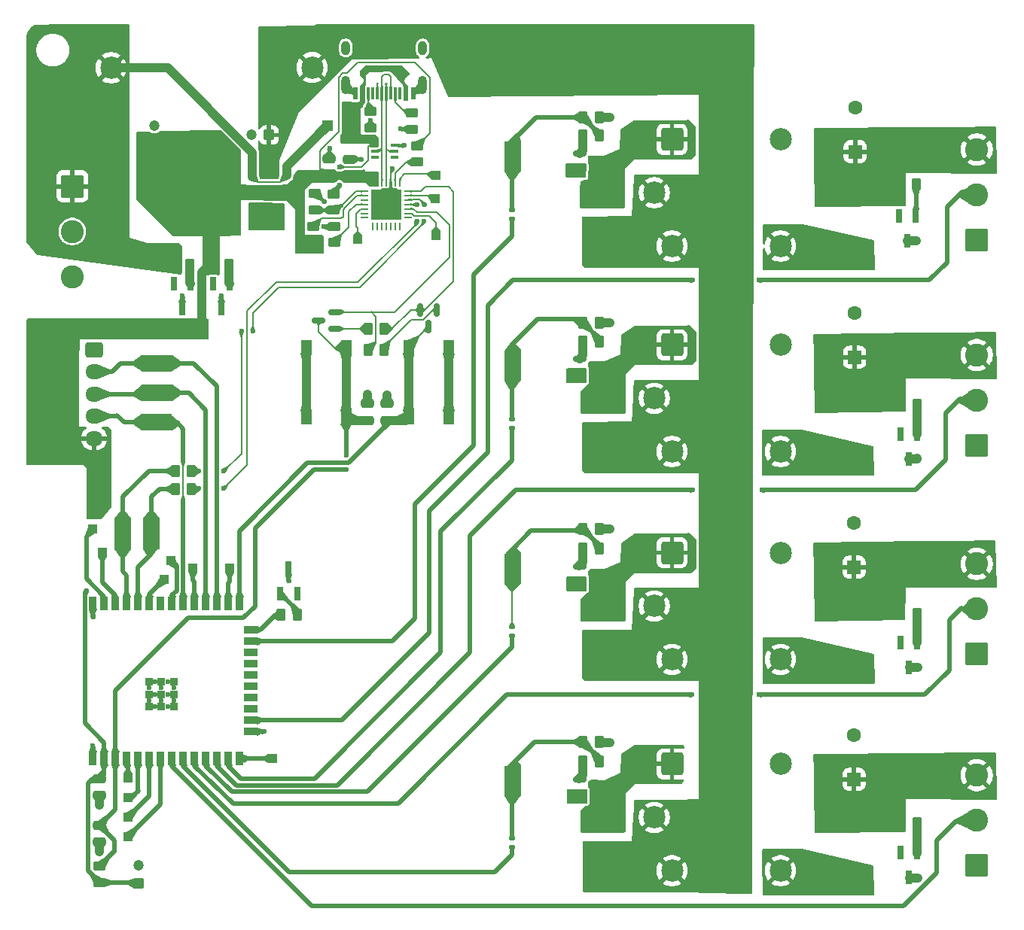
<source format=gtl>
G04 #@! TF.GenerationSoftware,KiCad,Pcbnew,9.0.2*
G04 #@! TF.CreationDate,2025-06-16T21:06:24+01:00*
G04 #@! TF.ProjectId,WS2812B_strip_driver_wled,57533238-3132-4425-9f73-747269705f64,rev?*
G04 #@! TF.SameCoordinates,Original*
G04 #@! TF.FileFunction,Copper,L1,Top*
G04 #@! TF.FilePolarity,Positive*
%FSLAX46Y46*%
G04 Gerber Fmt 4.6, Leading zero omitted, Abs format (unit mm)*
G04 Created by KiCad (PCBNEW 9.0.2) date 2025-06-16 21:06:24*
%MOMM*%
%LPD*%
G01*
G04 APERTURE LIST*
G04 Aperture macros list*
%AMRoundRect*
0 Rectangle with rounded corners*
0 $1 Rounding radius*
0 $2 $3 $4 $5 $6 $7 $8 $9 X,Y pos of 4 corners*
0 Add a 4 corners polygon primitive as box body*
4,1,4,$2,$3,$4,$5,$6,$7,$8,$9,$2,$3,0*
0 Add four circle primitives for the rounded corners*
1,1,$1+$1,$2,$3*
1,1,$1+$1,$4,$5*
1,1,$1+$1,$6,$7*
1,1,$1+$1,$8,$9*
0 Add four rect primitives between the rounded corners*
20,1,$1+$1,$2,$3,$4,$5,0*
20,1,$1+$1,$4,$5,$6,$7,0*
20,1,$1+$1,$6,$7,$8,$9,0*
20,1,$1+$1,$8,$9,$2,$3,0*%
G04 Aperture macros list end*
G04 #@! TA.AperFunction,SMDPad,CuDef*
%ADD10RoundRect,0.150000X-0.587500X-0.150000X0.587500X-0.150000X0.587500X0.150000X-0.587500X0.150000X0*%
G04 #@! TD*
G04 #@! TA.AperFunction,SMDPad,CuDef*
%ADD11RoundRect,0.250000X-0.262500X-0.450000X0.262500X-0.450000X0.262500X0.450000X-0.262500X0.450000X0*%
G04 #@! TD*
G04 #@! TA.AperFunction,SMDPad,CuDef*
%ADD12RoundRect,0.250000X0.262500X0.450000X-0.262500X0.450000X-0.262500X-0.450000X0.262500X-0.450000X0*%
G04 #@! TD*
G04 #@! TA.AperFunction,SMDPad,CuDef*
%ADD13RoundRect,0.250000X1.400000X1.000000X-1.400000X1.000000X-1.400000X-1.000000X1.400000X-1.000000X0*%
G04 #@! TD*
G04 #@! TA.AperFunction,ComponentPad*
%ADD14C,2.500000*%
G04 #@! TD*
G04 #@! TA.AperFunction,ComponentPad*
%ADD15RoundRect,0.250000X-1.000000X-1.000000X1.000000X-1.000000X1.000000X1.000000X-1.000000X1.000000X0*%
G04 #@! TD*
G04 #@! TA.AperFunction,ComponentPad*
%ADD16RoundRect,0.250000X1.050000X-1.050000X1.050000X1.050000X-1.050000X1.050000X-1.050000X-1.050000X0*%
G04 #@! TD*
G04 #@! TA.AperFunction,ComponentPad*
%ADD17C,2.600000*%
G04 #@! TD*
G04 #@! TA.AperFunction,SMDPad,CuDef*
%ADD18R,0.800000X1.500000*%
G04 #@! TD*
G04 #@! TA.AperFunction,SMDPad,CuDef*
%ADD19RoundRect,0.250000X2.475000X-0.712500X2.475000X0.712500X-2.475000X0.712500X-2.475000X-0.712500X0*%
G04 #@! TD*
G04 #@! TA.AperFunction,ComponentPad*
%ADD20RoundRect,0.250000X0.550000X-0.550000X0.550000X0.550000X-0.550000X0.550000X-0.550000X-0.550000X0*%
G04 #@! TD*
G04 #@! TA.AperFunction,ComponentPad*
%ADD21C,1.600000*%
G04 #@! TD*
G04 #@! TA.AperFunction,SMDPad,CuDef*
%ADD22R,2.000000X2.000000*%
G04 #@! TD*
G04 #@! TA.AperFunction,SMDPad,CuDef*
%ADD23R,1.850000X3.450000*%
G04 #@! TD*
G04 #@! TA.AperFunction,ComponentPad*
%ADD24RoundRect,0.250000X0.350000X-0.350000X0.350000X0.350000X-0.350000X0.350000X-0.350000X-0.350000X0*%
G04 #@! TD*
G04 #@! TA.AperFunction,ComponentPad*
%ADD25C,1.200000*%
G04 #@! TD*
G04 #@! TA.AperFunction,SMDPad,CuDef*
%ADD26R,0.900000X0.400000*%
G04 #@! TD*
G04 #@! TA.AperFunction,SMDPad,CuDef*
%ADD27R,1.000000X1.000000*%
G04 #@! TD*
G04 #@! TA.AperFunction,SMDPad,CuDef*
%ADD28R,1.300000X1.550000*%
G04 #@! TD*
G04 #@! TA.AperFunction,SMDPad,CuDef*
%ADD29RoundRect,0.250000X-0.475000X0.250000X-0.475000X-0.250000X0.475000X-0.250000X0.475000X0.250000X0*%
G04 #@! TD*
G04 #@! TA.AperFunction,SMDPad,CuDef*
%ADD30R,0.900000X1.500000*%
G04 #@! TD*
G04 #@! TA.AperFunction,SMDPad,CuDef*
%ADD31R,1.500000X0.900000*%
G04 #@! TD*
G04 #@! TA.AperFunction,HeatsinkPad*
%ADD32R,0.900000X0.900000*%
G04 #@! TD*
G04 #@! TA.AperFunction,HeatsinkPad*
%ADD33C,0.600000*%
G04 #@! TD*
G04 #@! TA.AperFunction,SMDPad,CuDef*
%ADD34RoundRect,0.250000X0.450000X-0.262500X0.450000X0.262500X-0.450000X0.262500X-0.450000X-0.262500X0*%
G04 #@! TD*
G04 #@! TA.AperFunction,SMDPad,CuDef*
%ADD35RoundRect,0.250000X-0.450000X0.262500X-0.450000X-0.262500X0.450000X-0.262500X0.450000X0.262500X0*%
G04 #@! TD*
G04 #@! TA.AperFunction,SMDPad,CuDef*
%ADD36R,0.600000X1.450000*%
G04 #@! TD*
G04 #@! TA.AperFunction,SMDPad,CuDef*
%ADD37R,0.300000X1.450000*%
G04 #@! TD*
G04 #@! TA.AperFunction,HeatsinkPad*
%ADD38O,1.000000X2.100000*%
G04 #@! TD*
G04 #@! TA.AperFunction,HeatsinkPad*
%ADD39O,1.000000X1.600000*%
G04 #@! TD*
G04 #@! TA.AperFunction,ComponentPad*
%ADD40RoundRect,0.250000X-1.050000X1.050000X-1.050000X-1.050000X1.050000X-1.050000X1.050000X1.050000X0*%
G04 #@! TD*
G04 #@! TA.AperFunction,SMDPad,CuDef*
%ADD41RoundRect,0.375000X0.625000X0.375000X-0.625000X0.375000X-0.625000X-0.375000X0.625000X-0.375000X0*%
G04 #@! TD*
G04 #@! TA.AperFunction,SMDPad,CuDef*
%ADD42RoundRect,0.500000X0.500000X1.400000X-0.500000X1.400000X-0.500000X-1.400000X0.500000X-1.400000X0*%
G04 #@! TD*
G04 #@! TA.AperFunction,SMDPad,CuDef*
%ADD43RoundRect,0.250000X0.475000X-0.250000X0.475000X0.250000X-0.475000X0.250000X-0.475000X-0.250000X0*%
G04 #@! TD*
G04 #@! TA.AperFunction,SMDPad,CuDef*
%ADD44RoundRect,0.135000X0.185000X-0.135000X0.185000X0.135000X-0.185000X0.135000X-0.185000X-0.135000X0*%
G04 #@! TD*
G04 #@! TA.AperFunction,SMDPad,CuDef*
%ADD45RoundRect,0.062500X-0.062500X0.337500X-0.062500X-0.337500X0.062500X-0.337500X0.062500X0.337500X0*%
G04 #@! TD*
G04 #@! TA.AperFunction,SMDPad,CuDef*
%ADD46RoundRect,0.062500X-0.337500X0.062500X-0.337500X-0.062500X0.337500X-0.062500X0.337500X0.062500X0*%
G04 #@! TD*
G04 #@! TA.AperFunction,HeatsinkPad*
%ADD47R,3.350000X3.350000*%
G04 #@! TD*
G04 #@! TA.AperFunction,SMDPad,CuDef*
%ADD48RoundRect,0.150000X-0.150000X0.587500X-0.150000X-0.587500X0.150000X-0.587500X0.150000X0.587500X0*%
G04 #@! TD*
G04 #@! TA.AperFunction,SMDPad,CuDef*
%ADD49RoundRect,0.150000X0.587500X0.150000X-0.587500X0.150000X-0.587500X-0.150000X0.587500X-0.150000X0*%
G04 #@! TD*
G04 #@! TA.AperFunction,SMDPad,CuDef*
%ADD50R,3.450000X1.850000*%
G04 #@! TD*
G04 #@! TA.AperFunction,SMDPad,CuDef*
%ADD51R,1.200000X1.200000*%
G04 #@! TD*
G04 #@! TA.AperFunction,ComponentPad*
%ADD52RoundRect,0.250000X0.350000X0.350000X-0.350000X0.350000X-0.350000X-0.350000X0.350000X-0.350000X0*%
G04 #@! TD*
G04 #@! TA.AperFunction,ComponentPad*
%ADD53RoundRect,0.250000X-0.725000X0.600000X-0.725000X-0.600000X0.725000X-0.600000X0.725000X0.600000X0*%
G04 #@! TD*
G04 #@! TA.AperFunction,ComponentPad*
%ADD54O,1.950000X1.700000*%
G04 #@! TD*
G04 #@! TA.AperFunction,ViaPad*
%ADD55C,0.600000*%
G04 #@! TD*
G04 #@! TA.AperFunction,ViaPad*
%ADD56C,0.300000*%
G04 #@! TD*
G04 #@! TA.AperFunction,Conductor*
%ADD57C,1.000000*%
G04 #@! TD*
G04 #@! TA.AperFunction,Conductor*
%ADD58C,0.500000*%
G04 #@! TD*
G04 #@! TA.AperFunction,Conductor*
%ADD59C,0.200000*%
G04 #@! TD*
G04 APERTURE END LIST*
D10*
G04 #@! TO.P,Q1,1,B*
G04 #@! TO.N,Net-(Q1-B)*
X75810000Y-89039503D03*
G04 #@! TO.P,Q1,2,E*
G04 #@! TO.N,GND*
X75810000Y-90939503D03*
G04 #@! TO.P,Q1,3,C*
G04 #@! TO.N,Net-(D6-A)*
X77685000Y-89989503D03*
G04 #@! TD*
D11*
G04 #@! TO.P,R5,1*
G04 #@! TO.N,Net-(R1-Pad1)*
X76227500Y-84959183D03*
G04 #@! TO.P,R5,2*
G04 #@! TO.N,GND*
X78052500Y-84959183D03*
G04 #@! TD*
D12*
G04 #@! TO.P,R1,1*
G04 #@! TO.N,Net-(R1-Pad1)*
X78052500Y-87039503D03*
G04 #@! TO.P,R1,2*
G04 #@! TO.N,Net-(Q1-B)*
X76227500Y-87039503D03*
G04 #@! TD*
D13*
G04 #@! TO.P,D6,1,K*
G04 #@! TO.N,5V_FUSED*
X78225000Y-100239503D03*
G04 #@! TO.P,D6,2,A*
G04 #@! TO.N,Net-(D6-A)*
X78225000Y-93439503D03*
G04 #@! TD*
D14*
G04 #@! TO.P,K1,11*
G04 #@! TO.N,5V_FUSED*
X84225000Y-93449503D03*
G04 #@! TO.P,K1,12*
G04 #@! TO.N,unconnected-(K1-Pad12)*
X98425000Y-87449503D03*
G04 #@! TO.P,K1,14*
G04 #@! TO.N,5v_CH_1*
X98425000Y-99449503D03*
D15*
G04 #@! TO.P,K1,A1*
G04 #@! TO.N,Net-(D6-A)*
X86225000Y-87449503D03*
D14*
G04 #@! TO.P,K1,A2*
G04 #@! TO.N,5V_FUSED*
X86225000Y-99449503D03*
G04 #@! TD*
D16*
G04 #@! TO.P,J1,1,Pin_1*
G04 #@! TO.N,GND*
X120500000Y-98744503D03*
D17*
G04 #@! TO.P,J1,2,Pin_2*
G04 #@! TO.N,CH_1_DAT*
X120500000Y-93664503D03*
G04 #@! TO.P,J1,3,Pin_3*
G04 #@! TO.N,/CH_1_5v_FUSED*
X120500000Y-88584503D03*
G04 #@! TD*
D12*
G04 #@! TO.P,R12,1*
G04 #@! TO.N,Net-(D1-A)*
X113661208Y-92500091D03*
G04 #@! TO.P,R12,2*
G04 #@! TO.N,/CH_1_5v_FUSED*
X111836208Y-92500091D03*
G04 #@! TD*
D18*
G04 #@! TO.P,D1,1*
G04 #@! TO.N,unconnected-(D1-Pad1)*
X111711208Y-96060091D03*
G04 #@! TO.P,D1,2,A*
G04 #@! TO.N,Net-(D1-A)*
X113611208Y-96060091D03*
G04 #@! TO.P,D1,3,K*
G04 #@! TO.N,GND*
X112661208Y-98860091D03*
G04 #@! TD*
D19*
G04 #@! TO.P,F1,1*
G04 #@! TO.N,5v_CH_1*
X105900000Y-100572003D03*
G04 #@! TO.P,F1,2*
G04 #@! TO.N,/CH_1_5v_FUSED*
X105900000Y-93797003D03*
G04 #@! TD*
D20*
G04 #@! TO.P,C13,1*
G04 #@! TO.N,/CH_1_5v_FUSED*
X106825000Y-88844503D03*
D21*
G04 #@! TO.P,C13,2*
G04 #@! TO.N,GND*
X106825000Y-83844503D03*
G04 #@! TD*
D22*
G04 #@! TO.P,TP_CH1,1,1*
G04 #@! TO.N,/CH_1_5v_FUSED*
X112720000Y-87580000D03*
G04 #@! TD*
D11*
G04 #@! TO.P,R6,1*
G04 #@! TO.N,Net-(R2-Pad1)*
X76227500Y-108059669D03*
G04 #@! TO.P,R6,2*
G04 #@! TO.N,GND*
X78052500Y-108059669D03*
G04 #@! TD*
D14*
G04 #@! TO.P,K2,11*
G04 #@! TO.N,5V_FUSED*
X84225000Y-116571336D03*
G04 #@! TO.P,K2,12*
G04 #@! TO.N,unconnected-(K2-Pad12)*
X98425000Y-110571336D03*
G04 #@! TO.P,K2,14*
G04 #@! TO.N,5v_CH_2*
X98425000Y-122571336D03*
D15*
G04 #@! TO.P,K2,A1*
G04 #@! TO.N,Net-(D7-A)*
X86225000Y-110571336D03*
D14*
G04 #@! TO.P,K2,A2*
G04 #@! TO.N,5V_FUSED*
X86225000Y-122571336D03*
G04 #@! TD*
D13*
G04 #@! TO.P,D7,1,K*
G04 #@! TO.N,5V_FUSED*
X78225000Y-123361336D03*
G04 #@! TO.P,D7,2,A*
G04 #@! TO.N,Net-(D7-A)*
X78225000Y-116561336D03*
G04 #@! TD*
D18*
G04 #@! TO.P,D2,1*
G04 #@! TO.N,unconnected-(D2-Pad1)*
X111890000Y-120579669D03*
G04 #@! TO.P,D2,2,A*
G04 #@! TO.N,Net-(D2-A)*
X113790000Y-120579669D03*
G04 #@! TO.P,D2,3,K*
G04 #@! TO.N,GND*
X112840000Y-123379669D03*
G04 #@! TD*
D20*
G04 #@! TO.P,C12,1*
G04 #@! TO.N,/CH_2_5v_FUSED*
X106750000Y-111959669D03*
D21*
G04 #@! TO.P,C12,2*
G04 #@! TO.N,GND*
X106750000Y-106959669D03*
G04 #@! TD*
D12*
G04 #@! TO.P,R2,1*
G04 #@! TO.N,Net-(R2-Pad1)*
X78052500Y-110209669D03*
G04 #@! TO.P,R2,2*
G04 #@! TO.N,Net-(Q2-B)*
X76227500Y-110209669D03*
G04 #@! TD*
D19*
G04 #@! TO.P,F2,1*
G04 #@! TO.N,5v_CH_2*
X105900000Y-123693836D03*
G04 #@! TO.P,F2,2*
G04 #@! TO.N,/CH_2_5v_FUSED*
X105900000Y-116918836D03*
G04 #@! TD*
D12*
G04 #@! TO.P,R11,1*
G04 #@! TO.N,Net-(D2-A)*
X113752500Y-117319669D03*
G04 #@! TO.P,R11,2*
G04 #@! TO.N,/CH_2_5v_FUSED*
X111927500Y-117319669D03*
G04 #@! TD*
D16*
G04 #@! TO.P,J2,1,Pin_1*
G04 #@! TO.N,GND*
X120500000Y-121866336D03*
D17*
G04 #@! TO.P,J2,2,Pin_2*
G04 #@! TO.N,CH_2_DAT*
X120500000Y-116786336D03*
G04 #@! TO.P,J2,3,Pin_3*
G04 #@! TO.N,/CH_2_5v_FUSED*
X120500000Y-111706336D03*
G04 #@! TD*
D22*
G04 #@! TO.P,TP_CH2,1,1*
G04 #@! TO.N,/CH_2_5v_FUSED*
X112960000Y-110756336D03*
G04 #@! TD*
D10*
G04 #@! TO.P,Q2,1,B*
G04 #@! TO.N,Net-(Q2-B)*
X75810000Y-112139669D03*
G04 #@! TO.P,Q2,2,E*
G04 #@! TO.N,GND*
X75810000Y-114039669D03*
G04 #@! TO.P,Q2,3,C*
G04 #@! TO.N,Net-(D7-A)*
X77685000Y-113089669D03*
G04 #@! TD*
D23*
G04 #@! TO.P,TP_EN_CH4,1,1*
G04 #@! TO.N,Net-(R29-Pad2)*
X68290320Y-159638090D03*
G04 #@! TD*
D18*
G04 #@! TO.P,D10,1*
G04 #@! TO.N,unconnected-(D10-Pad1)*
X44070000Y-138530000D03*
G04 #@! TO.P,D10,2,A*
G04 #@! TO.N,Net-(D10-A)*
X42170000Y-138530000D03*
G04 #@! TO.P,D10,3,K*
G04 #@! TO.N,GND*
X43120000Y-135730000D03*
G04 #@! TD*
D20*
G04 #@! TO.P,C10,1*
G04 #@! TO.N,/CH_3_5v_FUSED*
X106690000Y-135582485D03*
D21*
G04 #@! TO.P,C10,2*
G04 #@! TO.N,GND*
X106690000Y-130582485D03*
G04 #@! TD*
D24*
G04 #@! TO.P,C2,1*
G04 #@! TO.N,+3V3*
X28010000Y-87905199D03*
D25*
G04 #@! TO.P,C2,2*
G04 #@! TO.N,GND*
X28010000Y-85905199D03*
G04 #@! TD*
D11*
G04 #@! TO.P,R7,1*
G04 #@! TO.N,Net-(R26-Pad2)*
X76227500Y-131299834D03*
G04 #@! TO.P,R7,2*
G04 #@! TO.N,GND*
X78052500Y-131299834D03*
G04 #@! TD*
D23*
G04 #@! TO.P,TP_EN_CH1,1,1*
G04 #@! TO.N,Net-(R1-Pad1)*
X68292540Y-89348090D03*
G04 #@! TD*
D26*
G04 #@! TO.P,D11,1*
G04 #@! TO.N,unconnected-(D11-Pad1)*
X55040000Y-89440000D03*
G04 #@! TO.P,D11,2*
G04 #@! TO.N,USB_D+*
X55040000Y-88790000D03*
G04 #@! TO.P,D11,3*
G04 #@! TO.N,GND*
X55040000Y-88140000D03*
G04 #@! TO.P,D11,4*
G04 #@! TO.N,USB_5V*
X52840000Y-88140000D03*
G04 #@! TO.P,D11,5*
G04 #@! TO.N,USB_D-*
X52840000Y-88790000D03*
G04 #@! TO.P,D11,6,NC*
G04 #@! TO.N,unconnected-(D11-NC-Pad6)*
X52840000Y-89440000D03*
G04 #@! TD*
D27*
G04 #@! TO.P,TP_DCD1,1,1*
G04 #@! TO.N,Net-(U3-~{DCD})*
X59640000Y-91480000D03*
G04 #@! TD*
D28*
G04 #@! TO.P,SW2,1,1*
G04 #@! TO.N,IO0*
X56611595Y-118747172D03*
X56611595Y-110787172D03*
G04 #@! TO.P,SW2,2,2*
G04 #@! TO.N,GND*
X61111595Y-118747172D03*
X61111595Y-110787172D03*
G04 #@! TD*
D29*
G04 #@! TO.P,C4,1*
G04 #@! TO.N,+3V3*
X21840000Y-159355000D03*
G04 #@! TO.P,C4,2*
G04 #@! TO.N,GND*
X21840000Y-161255000D03*
G04 #@! TD*
D30*
G04 #@! TO.P,U1,1,GND*
G04 #@! TO.N,GND*
X21095000Y-157130000D03*
G04 #@! TO.P,U1,2,VDD*
G04 #@! TO.N,+3V3*
X22365000Y-157130000D03*
G04 #@! TO.P,U1,3,EN*
G04 #@! TO.N,EN*
X23635000Y-157130000D03*
G04 #@! TO.P,U1,4,SENSOR_VP*
G04 #@! TO.N,Net-(U1-SENSOR_VP)*
X24905000Y-157130000D03*
G04 #@! TO.P,U1,5,SENSOR_VN*
G04 #@! TO.N,Net-(U1-SENSOR_VN)*
X26175000Y-157130000D03*
G04 #@! TO.P,U1,6,IO34*
G04 #@! TO.N,Net-(U1-IO34)*
X27445000Y-157130000D03*
G04 #@! TO.P,U1,7,IO35*
G04 #@! TO.N,Net-(U1-IO35)*
X28715000Y-157130000D03*
G04 #@! TO.P,U1,8,IO32*
G04 #@! TO.N,CH_4_DAT*
X29985000Y-157130000D03*
G04 #@! TO.P,U1,9,IO33*
G04 #@! TO.N,CH_4_EN*
X31255000Y-157130000D03*
G04 #@! TO.P,U1,10,IO25*
G04 #@! TO.N,CH_3_DAT*
X32525000Y-157130000D03*
G04 #@! TO.P,U1,11,IO26*
G04 #@! TO.N,CH_3_EN*
X33795000Y-157130000D03*
G04 #@! TO.P,U1,12,IO27*
G04 #@! TO.N,CH_2_DAT*
X35065000Y-157130000D03*
G04 #@! TO.P,U1,13,IO14*
G04 #@! TO.N,CH_2_EN*
X36335000Y-157130000D03*
G04 #@! TO.P,U1,14,IO12*
G04 #@! TO.N,Net-(U1-IO12)*
X37605000Y-157130000D03*
D31*
G04 #@! TO.P,U1,15,GND*
G04 #@! TO.N,GND*
X38855000Y-154095000D03*
G04 #@! TO.P,U1,16,IO13*
G04 #@! TO.N,CH_1_DAT*
X38855000Y-152825000D03*
G04 #@! TO.P,U1,17,NC*
G04 #@! TO.N,unconnected-(U1-NC-Pad17)*
X38855000Y-151555000D03*
G04 #@! TO.P,U1,18,NC*
G04 #@! TO.N,unconnected-(U1-NC-Pad18)*
X38855000Y-150285000D03*
G04 #@! TO.P,U1,19,NC*
G04 #@! TO.N,unconnected-(U1-NC-Pad19)*
X38855000Y-149015000D03*
G04 #@! TO.P,U1,20,NC*
G04 #@! TO.N,unconnected-(U1-NC-Pad20)*
X38855000Y-147745000D03*
G04 #@! TO.P,U1,21,NC*
G04 #@! TO.N,unconnected-(U1-NC-Pad21)*
X38855000Y-146475000D03*
G04 #@! TO.P,U1,22,NC*
G04 #@! TO.N,unconnected-(U1-NC-Pad22)*
X38855000Y-145205000D03*
G04 #@! TO.P,U1,23,IO15*
G04 #@! TO.N,CH_1_EN*
X38855000Y-143935000D03*
G04 #@! TO.P,U1,24,IO2*
G04 #@! TO.N,uC_GOOD*
X38855000Y-142665000D03*
D30*
G04 #@! TO.P,U1,25,IO0*
G04 #@! TO.N,IO0*
X37605000Y-139630000D03*
G04 #@! TO.P,U1,26,IO4*
G04 #@! TO.N,Net-(U1-IO4)*
X36335000Y-139630000D03*
G04 #@! TO.P,U1,27,IO16*
G04 #@! TO.N,I2S_SD*
X35065000Y-139630000D03*
G04 #@! TO.P,U1,28,IO17*
G04 #@! TO.N,I2S_WS*
X33795000Y-139630000D03*
G04 #@! TO.P,U1,29,IO5*
G04 #@! TO.N,Net-(U1-IO5)*
X32525000Y-139630000D03*
G04 #@! TO.P,U1,30,IO18*
G04 #@! TO.N,I2S_BCLK*
X31255000Y-139630000D03*
G04 #@! TO.P,U1,31,IO19*
G04 #@! TO.N,Net-(U1-IO19)*
X29985000Y-139630000D03*
G04 #@! TO.P,U1,32,NC*
G04 #@! TO.N,unconnected-(U1-NC-Pad32)*
X28715000Y-139630000D03*
G04 #@! TO.P,U1,33,IO21*
G04 #@! TO.N,Net-(U1-IO21)*
X27445000Y-139630000D03*
G04 #@! TO.P,U1,34,RXD0/IO3*
G04 #@! TO.N,RXD0*
X26175000Y-139630000D03*
G04 #@! TO.P,U1,35,TXD0/IO1*
G04 #@! TO.N,TXD0*
X24905000Y-139630000D03*
G04 #@! TO.P,U1,36,IO22*
G04 #@! TO.N,Net-(U1-IO22)*
X23635000Y-139630000D03*
G04 #@! TO.P,U1,37,IO23*
G04 #@! TO.N,Net-(U1-IO23)*
X22365000Y-139630000D03*
G04 #@! TO.P,U1,38,GND*
G04 #@! TO.N,GND*
X21095000Y-139630000D03*
D32*
G04 #@! TO.P,U1,39,GND*
X27415000Y-151280000D03*
D33*
X28115000Y-151280000D03*
D32*
X28815000Y-151280000D03*
D33*
X29515000Y-151280000D03*
D32*
X30215000Y-151280000D03*
D33*
X27415000Y-150580000D03*
X28815000Y-150580000D03*
X30215000Y-150580000D03*
D32*
X27415000Y-149880000D03*
D33*
X28115000Y-149880000D03*
D32*
X28815000Y-149880000D03*
D33*
X29515000Y-149880000D03*
D32*
X30215000Y-149880000D03*
D33*
X27415000Y-149180000D03*
X28815000Y-149180000D03*
X30215000Y-149180000D03*
D32*
X27415000Y-148480000D03*
D33*
X28115000Y-148480000D03*
D32*
X28815000Y-148480000D03*
D33*
X29515000Y-148480000D03*
D32*
X30215000Y-148480000D03*
G04 #@! TD*
D19*
G04 #@! TO.P,F4,1*
G04 #@! TO.N,5v_CH_4*
X105900000Y-170860000D03*
G04 #@! TO.P,F4,2*
G04 #@! TO.N,/CH_4_5v_FUSED*
X105900000Y-164085000D03*
G04 #@! TD*
D20*
G04 #@! TO.P,C11,1*
G04 #@! TO.N,/CH_4_5v_FUSED*
X106690000Y-159460000D03*
D21*
G04 #@! TO.P,C11,2*
G04 #@! TO.N,GND*
X106690000Y-154460000D03*
G04 #@! TD*
D34*
G04 #@! TO.P,R17,1*
G04 #@! TO.N,Net-(U3-~{SUSPEND})*
X48252500Y-99062500D03*
G04 #@! TO.P,R17,2*
G04 #@! TO.N,GND*
X48252500Y-97237500D03*
G04 #@! TD*
D12*
G04 #@! TO.P,R19,1*
G04 #@! TO.N,DTR*
X53851595Y-108802172D03*
G04 #@! TO.P,R19,2*
G04 #@! TO.N,Net-(Q5-B)*
X52026595Y-108802172D03*
G04 #@! TD*
D23*
G04 #@! TO.P,TP_TXD0,1,1*
G04 #@! TO.N,TXD0*
X24442220Y-131858090D03*
G04 #@! TD*
G04 #@! TO.P,TP_RXD0,1,1*
G04 #@! TO.N,RXD0*
X27652220Y-131858090D03*
G04 #@! TD*
D12*
G04 #@! TO.P,R8,1*
G04 #@! TO.N,GND*
X78052500Y-155280000D03*
G04 #@! TO.P,R8,2*
G04 #@! TO.N,Net-(R29-Pad2)*
X76227500Y-155280000D03*
G04 #@! TD*
D35*
G04 #@! TO.P,R27,1*
G04 #@! TO.N,Net-(J8-CC1)*
X56990000Y-84462500D03*
G04 #@! TO.P,R27,2*
G04 #@! TO.N,GND*
X56990000Y-86287500D03*
G04 #@! TD*
D22*
G04 #@! TO.P,TP_CH4,1,1*
G04 #@! TO.N,/CH_4_5v_FUSED*
X112910000Y-157900000D03*
G04 #@! TD*
D16*
G04 #@! TO.P,J4,1,Pin_1*
G04 #@! TO.N,GND*
X120500000Y-169155000D03*
D17*
G04 #@! TO.P,J4,2,Pin_2*
G04 #@! TO.N,CH_4_DAT*
X120500000Y-164075000D03*
G04 #@! TO.P,J4,3,Pin_3*
G04 #@! TO.N,/CH_4_5v_FUSED*
X120500000Y-158995000D03*
G04 #@! TD*
D36*
G04 #@! TO.P,J8,A1,GND*
G04 #@! TO.N,GND*
X57100000Y-82270000D03*
G04 #@! TO.P,J8,A4,VBUS*
G04 #@! TO.N,USB_5V*
X56300000Y-82270000D03*
D37*
G04 #@! TO.P,J8,A5,CC1*
G04 #@! TO.N,Net-(J8-CC1)*
X55100000Y-82270000D03*
G04 #@! TO.P,J8,A6,D+*
G04 #@! TO.N,USB_D+*
X54100000Y-82270000D03*
G04 #@! TO.P,J8,A7,D-*
G04 #@! TO.N,USB_D-*
X53600000Y-82270000D03*
G04 #@! TO.P,J8,A8,SBU1*
G04 #@! TO.N,unconnected-(J8-SBU1-PadA8)*
X52600000Y-82270000D03*
D36*
G04 #@! TO.P,J8,A9,VBUS*
G04 #@! TO.N,USB_5V*
X51400000Y-82270000D03*
G04 #@! TO.P,J8,A12,GND*
G04 #@! TO.N,GND*
X50600000Y-82270000D03*
G04 #@! TO.P,J8,B1,GND*
X50600000Y-82270000D03*
G04 #@! TO.P,J8,B4,VBUS*
G04 #@! TO.N,USB_5V*
X51400000Y-82270000D03*
D37*
G04 #@! TO.P,J8,B5,CC2*
G04 #@! TO.N,Net-(J8-CC2)*
X52100000Y-82270000D03*
G04 #@! TO.P,J8,B6,D+*
G04 #@! TO.N,USB_D+*
X53100000Y-82270000D03*
G04 #@! TO.P,J8,B7,D-*
G04 #@! TO.N,USB_D-*
X54600000Y-82270000D03*
G04 #@! TO.P,J8,B8,SBU2*
G04 #@! TO.N,unconnected-(J8-SBU2-PadB8)*
X55600000Y-82270000D03*
D36*
G04 #@! TO.P,J8,B9,VBUS*
G04 #@! TO.N,USB_5V*
X56300000Y-82270000D03*
G04 #@! TO.P,J8,B12,GND*
G04 #@! TO.N,GND*
X57100000Y-82270000D03*
D38*
G04 #@! TO.P,J8,S1,SHIELD*
X58170000Y-81355000D03*
D39*
X58170000Y-77175000D03*
D38*
X49530000Y-81355000D03*
D39*
X49530000Y-77175000D03*
G04 #@! TD*
D27*
G04 #@! TO.P,TP_IO23,1,1*
G04 #@! TO.N,Net-(U1-IO23)*
X21070000Y-131300000D03*
G04 #@! TD*
G04 #@! TO.P,TP_DSR1,1,1*
G04 #@! TO.N,Net-(U3-~{DSR})*
X59610000Y-94090000D03*
G04 #@! TD*
D35*
G04 #@! TO.P,R23,1*
G04 #@! TO.N,Net-(U3-~{RST})*
X45900000Y-97237500D03*
G04 #@! TO.P,R23,2*
G04 #@! TO.N,+3V3*
X45900000Y-99062500D03*
G04 #@! TD*
D40*
G04 #@! TO.P,J5,1,Pin_1*
G04 #@! TO.N,+5V*
X18800000Y-92730000D03*
D17*
G04 #@! TO.P,J5,2,Pin_2*
G04 #@! TO.N,unconnected-(J5-Pin_2-Pad2)*
X18800000Y-97810000D03*
G04 #@! TO.P,J5,3,Pin_3*
G04 #@! TO.N,GND*
X18800000Y-102890000D03*
G04 #@! TD*
D41*
G04 #@! TO.P,U2,1,GND*
G04 #@! TO.N,GND*
X40850000Y-95675000D03*
G04 #@! TO.P,U2,2,VO*
G04 #@! TO.N,+3V3*
X40850000Y-93375000D03*
D42*
X34550000Y-93375000D03*
D41*
G04 #@! TO.P,U2,3,VI*
G04 #@! TO.N,5V_FUSED*
X40850000Y-91075000D03*
G04 #@! TD*
D13*
G04 #@! TO.P,D8,1,K*
G04 #@! TO.N,5V_FUSED*
X78225000Y-146746917D03*
G04 #@! TO.P,D8,2,A*
G04 #@! TO.N,Net-(D8-A)*
X78225000Y-139946917D03*
G04 #@! TD*
D18*
G04 #@! TO.P,D13,1*
G04 #@! TO.N,unconnected-(D13-Pad1)*
X34600000Y-103700000D03*
G04 #@! TO.P,D13,2,A*
G04 #@! TO.N,Net-(D13-A)*
X36500000Y-103700000D03*
G04 #@! TO.P,D13,3,K*
G04 #@! TO.N,GND*
X35550000Y-106500000D03*
G04 #@! TD*
D11*
G04 #@! TO.P,R13,1*
G04 #@! TO.N,+5V*
X30201293Y-101594412D03*
G04 #@! TO.P,R13,2*
G04 #@! TO.N,Net-(D5-A)*
X32026293Y-101594412D03*
G04 #@! TD*
D43*
G04 #@! TO.P,C5,1*
G04 #@! TO.N,+3V3*
X47690000Y-91560000D03*
G04 #@! TO.P,C5,2*
G04 #@! TO.N,GND*
X47690000Y-89660000D03*
G04 #@! TD*
D27*
G04 #@! TO.P,TP_IO_VP1,1,1*
G04 #@! TO.N,Net-(U1-SENSOR_VP)*
X25025000Y-159350000D03*
G04 #@! TD*
D14*
G04 #@! TO.P,K4,11*
G04 #@! TO.N,5V_FUSED*
X84225000Y-163737500D03*
G04 #@! TO.P,K4,12*
G04 #@! TO.N,unconnected-(K4-Pad12)*
X98425000Y-157737500D03*
G04 #@! TO.P,K4,14*
G04 #@! TO.N,5v_CH_4*
X98425000Y-169737500D03*
D15*
G04 #@! TO.P,K4,A1*
G04 #@! TO.N,Net-(D9-A)*
X86225000Y-157737500D03*
D14*
G04 #@! TO.P,K4,A2*
G04 #@! TO.N,5V_FUSED*
X86225000Y-169737500D03*
G04 #@! TD*
D44*
G04 #@! TO.P,R29,1*
G04 #@! TO.N,CH_4_EN*
X68220000Y-167130000D03*
G04 #@! TO.P,R29,2*
G04 #@! TO.N,Net-(R29-Pad2)*
X68220000Y-166110000D03*
G04 #@! TD*
D12*
G04 #@! TO.P,R3,1*
G04 #@! TO.N,Net-(R26-Pad2)*
X78052500Y-133529834D03*
G04 #@! TO.P,R3,2*
G04 #@! TO.N,Net-(Q3-B)*
X76227500Y-133529834D03*
G04 #@! TD*
D45*
G04 #@! TO.P,U3,1,~{DCD}*
G04 #@! TO.N,Net-(U3-~{DCD})*
X55590000Y-92325000D03*
G04 #@! TO.P,U3,2,~{RI}/CLK*
G04 #@! TO.N,Net-(U3-~{RI}{slash}CLK)*
X55090000Y-92325000D03*
G04 #@! TO.P,U3,3,GND*
G04 #@! TO.N,GND*
X54590000Y-92325000D03*
G04 #@! TO.P,U3,4,D+*
G04 #@! TO.N,USB_D+*
X54090000Y-92325000D03*
G04 #@! TO.P,U3,5,D-*
G04 #@! TO.N,USB_D-*
X53590000Y-92325000D03*
G04 #@! TO.P,U3,6,VDD*
G04 #@! TO.N,+3V3*
X53090000Y-92325000D03*
G04 #@! TO.P,U3,7,VREGIN*
X52590000Y-92325000D03*
D46*
G04 #@! TO.P,U3,8,VBUS*
G04 #@! TO.N,Net-(U3-VBUS)*
X51640000Y-93275000D03*
G04 #@! TO.P,U3,9,~{RST}*
G04 #@! TO.N,Net-(U3-~{RST})*
X51640000Y-93775000D03*
G04 #@! TO.P,U3,10,NC*
G04 #@! TO.N,unconnected-(U3-NC-Pad10)*
X51640000Y-94275000D03*
G04 #@! TO.P,U3,11,~{SUSPEND}*
G04 #@! TO.N,Net-(U3-~{SUSPEND})*
X51640000Y-94775000D03*
G04 #@! TO.P,U3,12,SUSPEND*
G04 #@! TO.N,Net-(U3-SUSPEND)*
X51640000Y-95275000D03*
G04 #@! TO.P,U3,13,CHREN*
G04 #@! TO.N,unconnected-(U3-CHREN-Pad13)*
X51640000Y-95775000D03*
G04 #@! TO.P,U3,14,CHR1*
G04 #@! TO.N,unconnected-(U3-CHR1-Pad14)*
X51640000Y-96275000D03*
D45*
G04 #@! TO.P,U3,15,CHR0*
G04 #@! TO.N,unconnected-(U3-CHR0-Pad15)*
X52590000Y-97225000D03*
G04 #@! TO.P,U3,16,~{WAKEUP}/GPIO.3*
G04 #@! TO.N,unconnected-(U3-~{WAKEUP}{slash}GPIO.3-Pad16)*
X53090000Y-97225000D03*
G04 #@! TO.P,U3,17,RS485/GPIO.2*
G04 #@! TO.N,unconnected-(U3-RS485{slash}GPIO.2-Pad17)*
X53590000Y-97225000D03*
G04 #@! TO.P,U3,18,~{RXT}/GPIO.1*
G04 #@! TO.N,unconnected-(U3-~{RXT}{slash}GPIO.1-Pad18)*
X54090000Y-97225000D03*
G04 #@! TO.P,U3,19,~{TXT}/GPIO.0*
G04 #@! TO.N,unconnected-(U3-~{TXT}{slash}GPIO.0-Pad19)*
X54590000Y-97225000D03*
G04 #@! TO.P,U3,20,GPIO.6*
G04 #@! TO.N,unconnected-(U3-GPIO.6-Pad20)*
X55090000Y-97225000D03*
G04 #@! TO.P,U3,21,GPIO.5*
G04 #@! TO.N,unconnected-(U3-GPIO.5-Pad21)*
X55590000Y-97225000D03*
D46*
G04 #@! TO.P,U3,22,GPIO.4*
G04 #@! TO.N,unconnected-(U3-GPIO.4-Pad22)*
X56540000Y-96275000D03*
G04 #@! TO.P,U3,23,~{CTS}*
G04 #@! TO.N,Net-(U3-~{CTS})*
X56540000Y-95775000D03*
G04 #@! TO.P,U3,24,~{RTS}*
G04 #@! TO.N,RTS*
X56540000Y-95275000D03*
G04 #@! TO.P,U3,25,RXD*
G04 #@! TO.N,RXD*
X56540000Y-94775000D03*
G04 #@! TO.P,U3,26,TXD*
G04 #@! TO.N,TXD*
X56540000Y-94275000D03*
G04 #@! TO.P,U3,27,~{DSR}*
G04 #@! TO.N,Net-(U3-~{DSR})*
X56540000Y-93775000D03*
G04 #@! TO.P,U3,28,~{DTR}*
G04 #@! TO.N,DTR*
X56540000Y-93275000D03*
D47*
G04 #@! TO.P,U3,29,GND*
G04 #@! TO.N,GND*
X54090000Y-94775000D03*
G04 #@! TD*
D27*
G04 #@! TO.P,TP_IO4,1,1*
G04 #@! TO.N,Net-(U1-IO4)*
X36490000Y-135730000D03*
G04 #@! TD*
G04 #@! TO.P,TP_IO5,1,1*
G04 #@! TO.N,Net-(U1-IO5)*
X32365000Y-135730000D03*
G04 #@! TD*
D48*
G04 #@! TO.P,Q6,1,B*
G04 #@! TO.N,Net-(Q6-B)*
X59799095Y-106629672D03*
G04 #@! TO.P,Q6,2,E*
G04 #@! TO.N,DTR*
X57899095Y-106629672D03*
G04 #@! TO.P,Q6,3,C*
G04 #@! TO.N,IO0*
X58849095Y-108504672D03*
G04 #@! TD*
D44*
G04 #@! TO.P,R25,1*
G04 #@! TO.N,CH_2_EN*
X68230000Y-119910000D03*
G04 #@! TO.P,R25,2*
G04 #@! TO.N,Net-(R2-Pad1)*
X68230000Y-118890000D03*
G04 #@! TD*
D27*
G04 #@! TO.P,TP_IO26,1,1*
G04 #@! TO.N,Net-(U1-IO12)*
X41340000Y-157080000D03*
G04 #@! TD*
D49*
G04 #@! TO.P,Q5,1,B*
G04 #@! TO.N,Net-(Q5-B)*
X48355000Y-108770000D03*
G04 #@! TO.P,Q5,2,E*
G04 #@! TO.N,RTS*
X48355000Y-106870000D03*
G04 #@! TO.P,Q5,3,C*
G04 #@! TO.N,EN*
X46480000Y-107820000D03*
G04 #@! TD*
D23*
G04 #@! TO.P,TP_EN_CH2,1,1*
G04 #@! TO.N,Net-(R2-Pad1)*
X68292540Y-112908090D03*
G04 #@! TD*
D18*
G04 #@! TO.P,D4,1*
G04 #@! TO.N,unconnected-(D4-Pad1)*
X111890000Y-167720000D03*
G04 #@! TO.P,D4,2,A*
G04 #@! TO.N,Net-(D4-A)*
X113790000Y-167720000D03*
G04 #@! TO.P,D4,3,K*
G04 #@! TO.N,GND*
X112840000Y-170520000D03*
G04 #@! TD*
D14*
G04 #@! TO.P,K3,11*
G04 #@! TO.N,5V_FUSED*
X84225000Y-139956917D03*
G04 #@! TO.P,K3,12*
G04 #@! TO.N,unconnected-(K3-Pad12)*
X98425000Y-133956917D03*
G04 #@! TO.P,K3,14*
G04 #@! TO.N,5v_CH_3*
X98425000Y-145956917D03*
D15*
G04 #@! TO.P,K3,A1*
G04 #@! TO.N,Net-(D8-A)*
X86225000Y-133956917D03*
D14*
G04 #@! TO.P,K3,A2*
G04 #@! TO.N,5V_FUSED*
X86225000Y-145956917D03*
G04 #@! TD*
D27*
G04 #@! TO.P,TP_IO35,1,1*
G04 #@! TO.N,Net-(U1-IO35)*
X25025000Y-165950000D03*
G04 #@! TD*
D22*
G04 #@! TO.P,TP1,1,1*
G04 #@! TO.N,+5V*
X17040000Y-85610000D03*
G04 #@! TD*
D50*
G04 #@! TO.P,TP14,1,1*
G04 #@! TO.N,I2S_BCLK*
X28303090Y-119272460D03*
G04 #@! TD*
D11*
G04 #@! TO.P,R10,1*
G04 #@! TO.N,/CH_3_5v_FUSED*
X111927500Y-140819834D03*
G04 #@! TO.P,R10,2*
G04 #@! TO.N,Net-(D3-A)*
X113752500Y-140819834D03*
G04 #@! TD*
D27*
G04 #@! TO.P,TP_IO22,1,1*
G04 #@! TO.N,Net-(U1-IO22)*
X22200000Y-133880000D03*
G04 #@! TD*
G04 #@! TO.P,TP_IO_VN1,1,1*
G04 #@! TO.N,Net-(U1-SENSOR_VN)*
X25025000Y-161550000D03*
G04 #@! TD*
D12*
G04 #@! TO.P,R4,1*
G04 #@! TO.N,Net-(R29-Pad2)*
X78052500Y-157430000D03*
G04 #@! TO.P,R4,2*
G04 #@! TO.N,Net-(Q4-B)*
X76227500Y-157430000D03*
G04 #@! TD*
D34*
G04 #@! TO.P,R14,1*
G04 #@! TO.N,Net-(U3-~{RI}{slash}CLK)*
X57530000Y-90002500D03*
G04 #@! TO.P,R14,2*
G04 #@! TO.N,+3V3*
X57530000Y-88177500D03*
G04 #@! TD*
D43*
G04 #@! TO.P,C9,1*
G04 #@! TO.N,EN*
X51980532Y-119067172D03*
G04 #@! TO.P,C9,2*
G04 #@! TO.N,GND*
X51980532Y-117167172D03*
G04 #@! TD*
D28*
G04 #@! TO.P,SW1,1,1*
G04 #@! TO.N,EN*
X49580000Y-110787172D03*
X49580000Y-118747172D03*
G04 #@! TO.P,SW1,2,2*
G04 #@! TO.N,GND*
X45080000Y-110787172D03*
X45080000Y-118747172D03*
G04 #@! TD*
D11*
G04 #@! TO.P,R41,1*
G04 #@! TO.N,+3V3*
X34587500Y-101575000D03*
G04 #@! TO.P,R41,2*
G04 #@! TO.N,Net-(D13-A)*
X36412500Y-101575000D03*
G04 #@! TD*
D27*
G04 #@! TO.P,TP_CTS1,1,1*
G04 #@! TO.N,Net-(U3-~{CTS})*
X59660000Y-98250000D03*
G04 #@! TD*
D35*
G04 #@! TO.P,R15,1*
G04 #@! TO.N,GND*
X46070000Y-93547500D03*
G04 #@! TO.P,R15,2*
G04 #@! TO.N,Net-(U3-VBUS)*
X46070000Y-95372500D03*
G04 #@! TD*
D34*
G04 #@! TO.P,R18,1*
G04 #@! TO.N,+3V3*
X21870000Y-171062500D03*
G04 #@! TO.P,R18,2*
G04 #@! TO.N,EN*
X21870000Y-169237500D03*
G04 #@! TD*
D11*
G04 #@! TO.P,R20,1*
G04 #@! TO.N,RTS*
X52026595Y-111127172D03*
G04 #@! TO.P,R20,2*
G04 #@! TO.N,Net-(Q6-B)*
X53851595Y-111127172D03*
G04 #@! TD*
D51*
G04 #@! TO.P,D12,1,K*
G04 #@! TO.N,+5V*
X47460000Y-85890000D03*
G04 #@! TO.P,D12,2,A*
G04 #@! TO.N,USB_5V*
X50260000Y-85890000D03*
G04 #@! TD*
D18*
G04 #@! TO.P,D3,1*
G04 #@! TO.N,unconnected-(D3-Pad1)*
X111890000Y-144049834D03*
G04 #@! TO.P,D3,2,A*
G04 #@! TO.N,Net-(D3-A)*
X113790000Y-144049834D03*
G04 #@! TO.P,D3,3,K*
G04 #@! TO.N,GND*
X112840000Y-146849834D03*
G04 #@! TD*
D43*
G04 #@! TO.P,C8,1*
G04 #@! TO.N,IO0*
X54211063Y-119067172D03*
G04 #@! TO.P,C8,2*
G04 #@! TO.N,GND*
X54211063Y-117167172D03*
G04 #@! TD*
D44*
G04 #@! TO.P,R26,1*
G04 #@! TO.N,CH_3_EN*
X68230000Y-143310000D03*
G04 #@! TO.P,R26,2*
G04 #@! TO.N,Net-(R26-Pad2)*
X68230000Y-142290000D03*
G04 #@! TD*
D16*
G04 #@! TO.P,J3,1,Pin_1*
G04 #@! TO.N,GND*
X120500000Y-145374417D03*
D17*
G04 #@! TO.P,J3,2,Pin_2*
G04 #@! TO.N,CH_3_DAT*
X120500000Y-140294417D03*
G04 #@! TO.P,J3,3,Pin_3*
G04 #@! TO.N,/CH_3_5v_FUSED*
X120500000Y-135214417D03*
G04 #@! TD*
D12*
G04 #@! TO.P,R42,1*
G04 #@! TO.N,Net-(D10-A)*
X44082500Y-140915000D03*
G04 #@! TO.P,R42,2*
G04 #@! TO.N,uC_GOOD*
X42257500Y-140915000D03*
G04 #@! TD*
D43*
G04 #@! TO.P,C7,1*
G04 #@! TO.N,GND*
X21865000Y-166505000D03*
G04 #@! TO.P,C7,2*
G04 #@! TO.N,EN*
X21865000Y-164605000D03*
G04 #@! TD*
D34*
G04 #@! TO.P,R16,1*
G04 #@! TO.N,Net-(U3-VBUS)*
X48150000Y-95392500D03*
G04 #@! TO.P,R16,2*
G04 #@! TO.N,USB_5V*
X48150000Y-93567500D03*
G04 #@! TD*
D22*
G04 #@! TO.P,TP_CH3,1,1*
G04 #@! TO.N,/CH_3_5v_FUSED*
X112990000Y-134203167D03*
G04 #@! TD*
D52*
G04 #@! TO.P,C1,1*
G04 #@! TO.N,5V_FUSED*
X40920000Y-86960000D03*
D25*
G04 #@! TO.P,C1,2*
G04 #@! TO.N,GND*
X38920000Y-86960000D03*
G04 #@! TD*
D27*
G04 #@! TO.P,TP_SUS1,1,1*
G04 #@! TO.N,Net-(U3-SUSPEND)*
X50880000Y-98730000D03*
G04 #@! TD*
D11*
G04 #@! TO.P,R21,1*
G04 #@! TO.N,TXD0*
X30380000Y-124740000D03*
G04 #@! TO.P,R21,2*
G04 #@! TO.N,TXD*
X32205000Y-124740000D03*
G04 #@! TD*
D19*
G04 #@! TO.P,F3,1*
G04 #@! TO.N,5v_CH_3*
X105900000Y-147079417D03*
G04 #@! TO.P,F3,2*
G04 #@! TO.N,/CH_3_5v_FUSED*
X105900000Y-140304417D03*
G04 #@! TD*
D22*
G04 #@! TO.P,TP2,1,1*
G04 #@! TO.N,+3V3*
X28020000Y-92730000D03*
G04 #@! TD*
D27*
G04 #@! TO.P,TP_IO34,1,1*
G04 #@! TO.N,Net-(U1-IO34)*
X25025000Y-163750000D03*
G04 #@! TD*
D53*
G04 #@! TO.P,J6,1,Pin_1*
G04 #@! TO.N,GND*
X21250000Y-111100000D03*
D54*
G04 #@! TO.P,J6,2,Pin_2*
G04 #@! TO.N,I2S_SD*
X21250000Y-113600000D03*
G04 #@! TO.P,J6,3,Pin_3*
G04 #@! TO.N,I2S_WS*
X21250000Y-116100000D03*
G04 #@! TO.P,J6,4,Pin_4*
G04 #@! TO.N,I2S_BCLK*
X21250000Y-118600000D03*
G04 #@! TO.P,J6,5,Pin_5*
G04 #@! TO.N,+3V3*
X21250000Y-121100000D03*
G04 #@! TD*
D50*
G04 #@! TO.P,TP13,1,1*
G04 #@! TO.N,I2S_SD*
X28303090Y-112622780D03*
G04 #@! TD*
D35*
G04 #@! TO.P,R28,1*
G04 #@! TO.N,Net-(J8-CC2)*
X52320000Y-84337500D03*
G04 #@! TO.P,R28,2*
G04 #@! TO.N,GND*
X52320000Y-86162500D03*
G04 #@! TD*
D18*
G04 #@! TO.P,D5,1*
G04 #@! TO.N,unconnected-(D5-Pad1)*
X30213793Y-103679412D03*
G04 #@! TO.P,D5,2,A*
G04 #@! TO.N,Net-(D5-A)*
X32113793Y-103679412D03*
G04 #@! TO.P,D5,3,K*
G04 #@! TO.N,GND*
X31163793Y-106479412D03*
G04 #@! TD*
D13*
G04 #@! TO.P,D9,1,K*
G04 #@! TO.N,5V_FUSED*
X78225000Y-170527500D03*
G04 #@! TO.P,D9,2,A*
G04 #@! TO.N,Net-(D9-A)*
X78225000Y-163727500D03*
G04 #@! TD*
D27*
G04 #@! TO.P,TP_IO21,1,1*
G04 #@! TO.N,Net-(U1-IO21)*
X29150000Y-136970000D03*
G04 #@! TD*
D12*
G04 #@! TO.P,R9,1*
G04 #@! TO.N,Net-(D4-A)*
X113752500Y-164380000D03*
G04 #@! TO.P,R9,2*
G04 #@! TO.N,/CH_4_5v_FUSED*
X111927500Y-164380000D03*
G04 #@! TD*
D11*
G04 #@! TO.P,R22,1*
G04 #@! TO.N,RXD0*
X30380000Y-126765000D03*
G04 #@! TO.P,R22,2*
G04 #@! TO.N,RXD*
X32205000Y-126765000D03*
G04 #@! TD*
D23*
G04 #@! TO.P,TP_EN_CH3,1,1*
G04 #@! TO.N,Net-(R26-Pad2)*
X68292540Y-135755400D03*
G04 #@! TD*
D50*
G04 #@! TO.P,TP15,1,1*
G04 #@! TO.N,I2S_WS*
X28303090Y-115947620D03*
G04 #@! TD*
D14*
G04 #@! TO.P,F5,1*
G04 #@! TO.N,+5V*
X23152500Y-79390000D03*
G04 #@! TO.P,F5,2*
G04 #@! TO.N,5V_FUSED*
X45758500Y-79367000D03*
G04 #@! TD*
D27*
G04 #@! TO.P,TP_IO19,1,1*
G04 #@! TO.N,Net-(U1-IO19)*
X29910000Y-134820000D03*
G04 #@! TD*
D10*
G04 #@! TO.P,Q4,1,B*
G04 #@! TO.N,Net-(Q4-B)*
X75810000Y-159450000D03*
G04 #@! TO.P,Q4,2,E*
G04 #@! TO.N,GND*
X75810000Y-161350000D03*
G04 #@! TO.P,Q4,3,C*
G04 #@! TO.N,Net-(D9-A)*
X77685000Y-160400000D03*
G04 #@! TD*
D43*
G04 #@! TO.P,C6,1*
G04 #@! TO.N,+3V3*
X49940000Y-91585000D03*
G04 #@! TO.P,C6,2*
G04 #@! TO.N,GND*
X49940000Y-89685000D03*
G04 #@! TD*
D24*
G04 #@! TO.P,C3,1*
G04 #@! TO.N,+3V3*
X26240000Y-171172599D03*
D25*
G04 #@! TO.P,C3,2*
G04 #@! TO.N,GND*
X26240000Y-169172599D03*
G04 #@! TD*
D10*
G04 #@! TO.P,Q3,1,B*
G04 #@! TO.N,Net-(Q3-B)*
X75810000Y-135559834D03*
G04 #@! TO.P,Q3,2,E*
G04 #@! TO.N,GND*
X75810000Y-137459834D03*
G04 #@! TO.P,Q3,3,C*
G04 #@! TO.N,Net-(D8-A)*
X77685000Y-136509834D03*
G04 #@! TD*
D44*
G04 #@! TO.P,R24,1*
G04 #@! TO.N,CH_1_EN*
X68220000Y-96440000D03*
G04 #@! TO.P,R24,2*
G04 #@! TO.N,Net-(R1-Pad1)*
X68220000Y-95420000D03*
G04 #@! TD*
D55*
G04 #@! TO.N,GND*
X74600000Y-91359503D03*
X74600000Y-90509503D03*
X79250000Y-84979503D03*
X113698708Y-98837591D03*
X74670000Y-113579669D03*
X113790000Y-123369669D03*
X79240000Y-108039669D03*
X74670000Y-114429669D03*
X47720000Y-88470000D03*
X35540000Y-105040000D03*
X39000000Y-97350000D03*
X47110000Y-94460000D03*
X38995000Y-96135000D03*
X43130000Y-137160000D03*
X45080000Y-113570000D03*
X51340000Y-89680000D03*
X55690000Y-86280000D03*
X31153793Y-105079412D03*
X54200000Y-116190000D03*
X79260000Y-131309834D03*
X45080000Y-115770000D03*
X40650000Y-97350000D03*
X113910000Y-146859834D03*
X56110000Y-88140000D03*
X74740000Y-161780000D03*
X38990000Y-94920000D03*
X21875000Y-167625000D03*
X74740000Y-160930000D03*
X47100000Y-97254209D03*
X42300000Y-97350000D03*
X74670000Y-137019834D03*
X52320000Y-85350000D03*
X51960000Y-116140000D03*
X40360000Y-154090000D03*
X79253750Y-155290000D03*
X21090000Y-155680000D03*
X21150000Y-141190000D03*
X54770000Y-90690000D03*
X21850000Y-162325000D03*
X61130000Y-115770000D03*
X61150000Y-113570000D03*
X74670000Y-137869834D03*
X113880000Y-170530000D03*
G04 #@! TO.N,+3V3*
X32150000Y-94733333D03*
X36850000Y-97450000D03*
X36850000Y-94733333D03*
X33716667Y-89375000D03*
X35283333Y-97450000D03*
X36850000Y-89375000D03*
X21220000Y-129490000D03*
X32150000Y-89375000D03*
X35283333Y-89375000D03*
X32150000Y-97450000D03*
X36850000Y-92066667D03*
X32150000Y-92066667D03*
X20370000Y-138210000D03*
X33716667Y-97450000D03*
G04 #@! TO.N,EN*
X49590000Y-124620000D03*
X49590000Y-123020000D03*
D56*
G04 #@! TO.N,USB_D+*
X54100000Y-81160000D03*
X53100000Y-81160000D03*
D55*
G04 #@! TO.N,USB_5V*
X48820000Y-92570000D03*
X48820000Y-90540000D03*
G04 #@! TO.N,CH_1_DAT*
X95980000Y-103300000D03*
X88570000Y-103280000D03*
G04 #@! TO.N,CH_2_DAT*
X96310000Y-126900000D03*
X88520000Y-126900000D03*
G04 #@! TO.N,CH_3_DAT*
X88500000Y-149950000D03*
X96030000Y-149950000D03*
G04 #@! TO.N,TXD*
X35815000Y-124780000D03*
X58360003Y-96640000D03*
X37800000Y-109060000D03*
X33045000Y-124770000D03*
X39100000Y-109030000D03*
X58373191Y-94830005D03*
G04 #@! TO.N,RXD*
X57573190Y-94828634D03*
X57560069Y-96650525D03*
X35815000Y-126740000D03*
X33045000Y-126750000D03*
G04 #@! TD*
D57*
G04 #@! TO.N,Net-(Q1-B)*
X75810000Y-89039503D02*
X76160000Y-88689503D01*
X76160000Y-88689503D02*
X76160000Y-87107003D01*
X76160000Y-87107003D02*
X76227500Y-87039503D01*
D58*
G04 #@! TO.N,Net-(R1-Pad1)*
X78052500Y-86814503D02*
X76227500Y-84989503D01*
X78052500Y-87039503D02*
X78052500Y-86814503D01*
D57*
G04 #@! TO.N,GND*
X78052500Y-84989503D02*
X79240000Y-84989503D01*
X79240000Y-84989503D02*
X79250000Y-84979503D01*
D58*
G04 #@! TO.N,Net-(D1-A)*
X113661208Y-92500091D02*
X113661208Y-96010091D01*
D57*
G04 #@! TO.N,GND*
X112661208Y-98860091D02*
X113676208Y-98860091D01*
D58*
G04 #@! TO.N,Net-(R1-Pad1)*
X68292540Y-89348090D02*
X68292540Y-87597460D01*
X70930817Y-84959183D02*
X76227500Y-84959183D01*
X68292540Y-87597460D02*
X70930817Y-84959183D01*
X68220000Y-95420000D02*
X68220000Y-89420630D01*
X68220000Y-89420630D02*
X68292540Y-89348090D01*
D57*
G04 #@! TO.N,Net-(Q2-B)*
X76227500Y-110209669D02*
X76227500Y-111722169D01*
X76227500Y-111722169D02*
X75810000Y-112139669D01*
G04 #@! TO.N,Net-(D2-A)*
X113752500Y-117319669D02*
X113752500Y-120542169D01*
X113752500Y-120542169D02*
X113790000Y-120579669D01*
G04 #@! TO.N,GND*
X78042500Y-108049669D02*
X79230000Y-108049669D01*
D58*
G04 #@! TO.N,Net-(R2-Pad1)*
X78052500Y-109884669D02*
X76227500Y-108059669D01*
X78052500Y-110209669D02*
X78052500Y-109884669D01*
D57*
G04 #@! TO.N,GND*
X112840000Y-123379669D02*
X113780000Y-123379669D01*
X113780000Y-123379669D02*
X113790000Y-123369669D01*
D58*
G04 #@! TO.N,Net-(R2-Pad1)*
X68292540Y-110465240D02*
X71090000Y-107667780D01*
X68292540Y-112908090D02*
X68292540Y-110465240D01*
X68230000Y-118890000D02*
X68230000Y-112970630D01*
X68230000Y-112970630D02*
X68292540Y-112908090D01*
G04 #@! TO.N,Net-(R26-Pad2)*
X68292540Y-135755400D02*
X68292540Y-133544920D01*
X68292540Y-133544920D02*
X70340000Y-131497460D01*
D59*
X68230000Y-142290000D02*
X68230000Y-135817940D01*
X68230000Y-135817940D02*
X68292540Y-135755400D01*
D58*
G04 #@! TO.N,Net-(R29-Pad2)*
X67692220Y-159598090D02*
X67692220Y-158315240D01*
X67692220Y-158315240D02*
X70770000Y-155237460D01*
X68220000Y-162170000D02*
X68220000Y-160125870D01*
X68220000Y-160125870D02*
X67692220Y-159598090D01*
G04 #@! TO.N,CH_3_DAT*
X32525000Y-157130000D02*
X32525000Y-157962000D01*
X32525000Y-157962000D02*
X36927912Y-162182088D01*
X36927912Y-162182088D02*
X55447912Y-162182088D01*
X55447912Y-162182088D02*
X67680000Y-149950000D01*
X67680000Y-149950000D02*
X88500000Y-149950000D01*
D57*
G04 #@! TO.N,GND*
X21865000Y-167615000D02*
X21875000Y-167625000D01*
X21840000Y-162315000D02*
X21850000Y-162325000D01*
D59*
X55040000Y-88140000D02*
X56110000Y-88140000D01*
D57*
X78056250Y-155300000D02*
X79243750Y-155300000D01*
X51980532Y-116160532D02*
X51960000Y-116140000D01*
X54211063Y-117167172D02*
X54211063Y-116201063D01*
D58*
X31160000Y-106490000D02*
X31160000Y-105085619D01*
D57*
X45080000Y-113100000D02*
X45080000Y-115300000D01*
D59*
X54590000Y-94275000D02*
X54590000Y-92325000D01*
D58*
X21095000Y-157130000D02*
X21095000Y-155685000D01*
X43120000Y-135255000D02*
X43120000Y-137140000D01*
X38855000Y-154095000D02*
X40355000Y-154095000D01*
D57*
X21840000Y-161255000D02*
X21840000Y-162315000D01*
X54211063Y-116201063D02*
X54200000Y-116190000D01*
D59*
X46070000Y-93547500D02*
X46197500Y-93547500D01*
X56990000Y-86287500D02*
X55697500Y-86287500D01*
D57*
X78062500Y-131319834D02*
X79250000Y-131319834D01*
D58*
X21095000Y-139630000D02*
X21095000Y-141135000D01*
X35550000Y-106780000D02*
X35550000Y-105050000D01*
D59*
X47690000Y-88500000D02*
X47720000Y-88470000D01*
D58*
X50445000Y-82270000D02*
X49530000Y-81355000D01*
D57*
X45080000Y-115300000D02*
X45080000Y-118277172D01*
D59*
X55697500Y-86287500D02*
X55690000Y-86280000D01*
X47690000Y-89660000D02*
X47690000Y-88500000D01*
X45180000Y-119050000D02*
X45080000Y-118950000D01*
X54590000Y-90870000D02*
X54770000Y-90690000D01*
D58*
X50600000Y-82270000D02*
X50445000Y-82270000D01*
D59*
X54090000Y-94775000D02*
X54590000Y-94275000D01*
D58*
X48256250Y-97270000D02*
X47115791Y-97270000D01*
D57*
X45080000Y-110787172D02*
X45080000Y-113570000D01*
D59*
X54590000Y-92325000D02*
X54590000Y-90870000D01*
X52320000Y-86162500D02*
X52320000Y-85350000D01*
D57*
X112960000Y-146869834D02*
X113900000Y-146869834D01*
D58*
X57100000Y-82270000D02*
X57255000Y-82270000D01*
X40355000Y-154095000D02*
X40360000Y-154090000D01*
X21095000Y-141135000D02*
X21150000Y-141190000D01*
D57*
X51980532Y-117167172D02*
X51980532Y-116160532D01*
D58*
X21095000Y-155685000D02*
X21090000Y-155680000D01*
X57255000Y-82270000D02*
X58170000Y-81355000D01*
D57*
X21865000Y-166505000D02*
X21865000Y-167615000D01*
D58*
X47115791Y-97270000D02*
X47100000Y-97254209D01*
D59*
X49940000Y-89685000D02*
X51335000Y-89685000D01*
D57*
X112930000Y-170540000D02*
X113870000Y-170540000D01*
D58*
X35550000Y-105050000D02*
X35540000Y-105040000D01*
D59*
X46197500Y-93547500D02*
X47110000Y-94460000D01*
X51335000Y-89685000D02*
X51340000Y-89680000D01*
D57*
X61111595Y-110787172D02*
X61111595Y-118747172D01*
D59*
G04 #@! TO.N,+5V*
X39740000Y-92280000D02*
X39680000Y-92280000D01*
X42910000Y-91520000D02*
X42160000Y-92270000D01*
D57*
X42910000Y-90440000D02*
X47460000Y-85890000D01*
X39060000Y-91660000D02*
X39060000Y-88939892D01*
D59*
X42160000Y-92270000D02*
X39750000Y-92270000D01*
X39750000Y-92270000D02*
X39740000Y-92280000D01*
D57*
X29510108Y-79390000D02*
X23152500Y-79390000D01*
D59*
X39680000Y-92280000D02*
X39060000Y-91660000D01*
D57*
X39060000Y-88939892D02*
X29510108Y-79390000D01*
X42910000Y-91520000D02*
X42910000Y-90440000D01*
D59*
G04 #@! TO.N,+3V3*
X58971000Y-86736500D02*
X57530000Y-88177500D01*
X48729000Y-81730000D02*
X48729000Y-80473215D01*
X50880000Y-78790000D02*
X57287784Y-78790000D01*
D58*
X20550000Y-169742500D02*
X20550000Y-159910000D01*
X20194000Y-138386000D02*
X20194000Y-153154000D01*
D59*
X57287784Y-78790000D02*
X58971000Y-80473215D01*
X48729000Y-81730000D02*
X48729000Y-86611057D01*
X46830000Y-88550000D02*
X46620000Y-88760000D01*
X48729000Y-80473215D02*
X49198215Y-80004000D01*
D58*
X22365000Y-158830000D02*
X21840000Y-159355000D01*
X20550000Y-159910000D02*
X21105000Y-159355000D01*
D59*
X21105000Y-159355000D02*
X21840000Y-159355000D01*
D58*
X22365000Y-155325000D02*
X22365000Y-157130000D01*
X20550000Y-169742500D02*
X21480384Y-170672884D01*
X26129901Y-171062500D02*
X26240000Y-171172599D01*
D59*
X58971000Y-80473215D02*
X58971000Y-86736500D01*
D58*
X20194000Y-153154000D02*
X22365000Y-155325000D01*
X22365000Y-157130000D02*
X22365000Y-158830000D01*
D57*
X34173000Y-101575000D02*
X33314792Y-102433208D01*
D59*
X46620000Y-90830000D02*
X46960000Y-90830000D01*
X49198215Y-80004000D02*
X49666000Y-80004000D01*
D57*
X33314792Y-108645208D02*
X32850000Y-109110000D01*
D58*
X20370000Y-138210000D02*
X20194000Y-138386000D01*
D59*
X46830000Y-88510057D02*
X46830000Y-88550000D01*
D57*
X21250000Y-129460000D02*
X21220000Y-129490000D01*
D58*
X21870000Y-171062500D02*
X26129901Y-171062500D01*
D59*
X46960000Y-90830000D02*
X47690000Y-91560000D01*
X49666000Y-80004000D02*
X50880000Y-78790000D01*
X57080000Y-88157500D02*
X57080000Y-88480000D01*
X48729000Y-86611057D02*
X46830000Y-88510057D01*
D57*
X33314792Y-102433208D02*
X33314792Y-108645208D01*
X34587500Y-101575000D02*
X34173000Y-101575000D01*
D59*
X46620000Y-88760000D02*
X46620000Y-90830000D01*
D58*
G04 #@! TO.N,EN*
X23560000Y-166300000D02*
X23560000Y-167640000D01*
X23635000Y-157130000D02*
X23635000Y-162835000D01*
X23560000Y-167640000D02*
X23467500Y-167640000D01*
X39370000Y-131190000D02*
X45940000Y-124620000D01*
D59*
X49580000Y-110990000D02*
X48344423Y-110990000D01*
D58*
X49580000Y-120650000D02*
X49590000Y-120660000D01*
X49590000Y-120660000D02*
X49590000Y-123020000D01*
D59*
X49480000Y-119050000D02*
X49580000Y-118950000D01*
D58*
X23635000Y-149505000D02*
X23635000Y-157130000D01*
X23635000Y-162835000D02*
X21865000Y-164605000D01*
X23467500Y-167640000D02*
X21870000Y-169237500D01*
D57*
X49580000Y-110990000D02*
X49580000Y-118950000D01*
D58*
X39370000Y-139967000D02*
X39370000Y-131190000D01*
D59*
X46480000Y-109125577D02*
X46480000Y-107820000D01*
D58*
X21865000Y-164605000D02*
X23560000Y-166300000D01*
X31840000Y-141300000D02*
X23635000Y-149505000D01*
D57*
X49900000Y-119067172D02*
X49580000Y-118747172D01*
D58*
X49580000Y-120650000D02*
X49580000Y-118747172D01*
D59*
X48344423Y-110990000D02*
X46480000Y-109125577D01*
D58*
X37200000Y-141300000D02*
X31840000Y-141300000D01*
D57*
X51980532Y-119067172D02*
X49900000Y-119067172D01*
D58*
X37200000Y-141300000D02*
X38037000Y-141300000D01*
X45940000Y-124620000D02*
X49590000Y-124620000D01*
X38037000Y-141300000D02*
X39370000Y-139967000D01*
D57*
G04 #@! TO.N,IO0*
X56291595Y-119067172D02*
X56611595Y-118747172D01*
D59*
X56611595Y-110742172D02*
X58849095Y-108504672D01*
D58*
X54211063Y-119067172D02*
X54211063Y-119559012D01*
D57*
X56611595Y-118747172D02*
X56611595Y-110787172D01*
D58*
X45241000Y-123869000D02*
X37605000Y-131505000D01*
X54211063Y-119559012D02*
X49901075Y-123869000D01*
X37605000Y-131505000D02*
X37605000Y-139630000D01*
D59*
X56611595Y-110787172D02*
X56611595Y-110742172D01*
D57*
X54211063Y-119067172D02*
X56291595Y-119067172D01*
D58*
X49901075Y-123869000D02*
X45241000Y-123869000D01*
D57*
G04 #@! TO.N,Net-(D3-A)*
X113752500Y-140858584D02*
X113752500Y-144081084D01*
G04 #@! TO.N,Net-(D4-A)*
X113752500Y-164578750D02*
X113752500Y-167801250D01*
G04 #@! TO.N,Net-(D5-A)*
X32026293Y-101594412D02*
X32026293Y-103591912D01*
D59*
X32113793Y-101681912D02*
X32026293Y-101594412D01*
D57*
X32026293Y-103591912D02*
X32113793Y-103679412D01*
D58*
G04 #@! TO.N,Net-(D10-A)*
X44082500Y-140442500D02*
X42170000Y-138530000D01*
D59*
G04 #@! TO.N,USB_D-*
X53600000Y-88465000D02*
X53265000Y-88800000D01*
X53614309Y-81424775D02*
X53614309Y-81233820D01*
X53614309Y-82255691D02*
X53614309Y-81424775D01*
X53850000Y-80130000D02*
X53614309Y-80365691D01*
X53600000Y-82270000D02*
X53600000Y-88425000D01*
X53600000Y-92285000D02*
X53590000Y-92295000D01*
X53265000Y-88800000D02*
X52840000Y-88800000D01*
X54600000Y-80375691D02*
X54354309Y-80130000D01*
X53614309Y-80867497D02*
X53614309Y-81233820D01*
X53590000Y-92295000D02*
X53590000Y-92325000D01*
X53600000Y-82270000D02*
X53614309Y-82255691D01*
X54600000Y-81714309D02*
X54600000Y-82270000D01*
X54354309Y-80130000D02*
X54131584Y-80130000D01*
X53600000Y-88425000D02*
X53600000Y-92285000D01*
X54600000Y-82270000D02*
X54600000Y-80375691D01*
X53600000Y-88425000D02*
X53600000Y-88465000D01*
X54131584Y-80130000D02*
X54130000Y-80130000D01*
X54130000Y-80130000D02*
X53850000Y-80130000D01*
X53614309Y-80365691D02*
X53614309Y-80867497D01*
X54614309Y-81700000D02*
X54600000Y-81714309D01*
G04 #@! TO.N,USB_D+*
X54100000Y-88500000D02*
X54400000Y-88800000D01*
X54100000Y-81160000D02*
X54100000Y-82270000D01*
X53100000Y-81233820D02*
X53100000Y-81160000D01*
X54090000Y-92295000D02*
X54090000Y-92325000D01*
X54400000Y-88800000D02*
X55040000Y-88800000D01*
X53100000Y-82270000D02*
X53100000Y-81424775D01*
X54100000Y-92285000D02*
X54090000Y-92295000D01*
X53100000Y-81424775D02*
X53100000Y-81233820D01*
X54100000Y-88500000D02*
X54100000Y-92285000D01*
X54100000Y-82270000D02*
X54100000Y-88500000D01*
G04 #@! TO.N,USB_5V*
X48820000Y-92570000D02*
X48820000Y-92897500D01*
X52089000Y-89780943D02*
X52089000Y-88289000D01*
D58*
X50260000Y-85920000D02*
X50260000Y-85890000D01*
D59*
X52238000Y-88140000D02*
X52840000Y-88140000D01*
X52089000Y-88289000D02*
X52238000Y-88140000D01*
X48820000Y-92897500D02*
X48150000Y-93567500D01*
X51329943Y-90540000D02*
X52089000Y-89780943D01*
X48820000Y-90540000D02*
X51329943Y-90540000D01*
D57*
G04 #@! TO.N,Net-(D13-A)*
X36412500Y-103612500D02*
X36500000Y-103700000D01*
X36412500Y-101575000D02*
X36412500Y-103612500D01*
D58*
G04 #@! TO.N,CH_1_DAT*
X58910000Y-129270000D02*
X65500000Y-122680000D01*
X38855000Y-152825000D02*
X49085000Y-152825000D01*
X65500000Y-122680000D02*
X65500000Y-106130000D01*
X88550000Y-103300000D02*
X88570000Y-103280000D01*
X95980000Y-103300000D02*
X115160000Y-103300000D01*
X117180000Y-101280000D02*
X117180000Y-95090000D01*
X68330000Y-103300000D02*
X88550000Y-103300000D01*
X118895000Y-93375000D02*
X120500000Y-93375000D01*
X49085000Y-152825000D02*
X58910000Y-143000000D01*
X58910000Y-143000000D02*
X58910000Y-129270000D01*
X117180000Y-95090000D02*
X118895000Y-93375000D01*
X115160000Y-103300000D02*
X117180000Y-101280000D01*
X65500000Y-106130000D02*
X68330000Y-103300000D01*
G04 #@! TO.N,CH_2_DAT*
X68630000Y-126900000D02*
X63490000Y-132040000D01*
X37233000Y-160130000D02*
X35065000Y-157962000D01*
X35065000Y-157962000D02*
X35065000Y-157130000D01*
X96310000Y-126900000D02*
X113640000Y-126900000D01*
X63480000Y-145210000D02*
X48560000Y-160130000D01*
X117010000Y-118280000D02*
X118618750Y-116671250D01*
X63480000Y-132040000D02*
X63480000Y-145210000D01*
X118618750Y-116671250D02*
X120500000Y-116671250D01*
X88520000Y-126900000D02*
X68630000Y-126900000D01*
X117010000Y-123530000D02*
X117010000Y-118280000D01*
X113640000Y-126900000D02*
X117010000Y-123530000D01*
X63490000Y-132040000D02*
X63480000Y-132040000D01*
X48560000Y-160130000D02*
X37233000Y-160130000D01*
G04 #@! TO.N,CH_3_DAT*
X96030000Y-149950000D02*
X114630000Y-149950000D01*
X118790000Y-140150000D02*
X118880000Y-140240000D01*
X117400000Y-147180000D02*
X117400000Y-141540000D01*
X114630000Y-149950000D02*
X117400000Y-147180000D01*
X117400000Y-141540000D02*
X118790000Y-140150000D01*
X118880000Y-140240000D02*
X120500000Y-140240000D01*
G04 #@! TO.N,CH_4_DAT*
X118181000Y-164105000D02*
X120526000Y-164105000D01*
X112241000Y-173670000D02*
X115963500Y-169947500D01*
X29985000Y-157962000D02*
X29985000Y-157130000D01*
X45693000Y-173670000D02*
X29985000Y-157962000D01*
X115963500Y-169947500D02*
X115963500Y-166322500D01*
X111560000Y-173670000D02*
X45693000Y-173670000D01*
X111560000Y-173670000D02*
X112241000Y-173670000D01*
X115963500Y-166322500D02*
X118181000Y-164105000D01*
G04 #@! TO.N,I2S_WS*
X28303090Y-115947620D02*
X27902380Y-115947620D01*
X27902380Y-115947620D02*
X27750000Y-116100000D01*
X31872620Y-115947620D02*
X28303090Y-115947620D01*
X27750000Y-116100000D02*
X21250000Y-116100000D01*
X21427540Y-115922460D02*
X21250000Y-116100000D01*
X33795000Y-139630000D02*
X33795000Y-117870000D01*
X33795000Y-117870000D02*
X31872620Y-115947620D01*
X28352940Y-115950000D02*
X28325400Y-115922460D01*
G04 #@! TO.N,I2S_SD*
X24227220Y-112622780D02*
X23250000Y-113600000D01*
X23250000Y-113600000D02*
X21250000Y-113600000D01*
X28303090Y-112622780D02*
X24227220Y-112622780D01*
X35065000Y-139630000D02*
X35065000Y-115240000D01*
X32447780Y-112622780D02*
X28303090Y-112622780D01*
X35065000Y-115240000D02*
X32447780Y-112622780D01*
G04 #@! TO.N,I2S_BCLK*
X31260000Y-123690000D02*
X31255000Y-119999920D01*
X24597460Y-119272460D02*
X23800000Y-118475000D01*
X31255000Y-139630000D02*
X31255000Y-128045000D01*
X30527540Y-119272460D02*
X28303090Y-119272460D01*
X31255000Y-128045000D02*
X31260000Y-128040000D01*
X31255000Y-119999920D02*
X30527540Y-119272460D01*
X28303090Y-119272460D02*
X24597460Y-119272460D01*
X23800000Y-118475000D02*
X23675000Y-118600000D01*
X23675000Y-118600000D02*
X21250000Y-118600000D01*
D59*
X31260000Y-128040000D02*
X31260000Y-123690000D01*
G04 #@! TO.N,Net-(J8-CC2)*
X52100000Y-83965000D02*
X52320000Y-84185000D01*
X52100000Y-82270000D02*
X52100000Y-83965000D01*
X52320000Y-84185000D02*
X52320000Y-84337500D01*
G04 #@! TO.N,Net-(J8-CC1)*
X55100000Y-82270000D02*
X55100000Y-83247000D01*
X55100000Y-83247000D02*
X56315500Y-84462500D01*
X56315500Y-84462500D02*
X56990000Y-84462500D01*
D57*
G04 #@! TO.N,Net-(Q3-B)*
X76210000Y-134976084D02*
X75792500Y-135393584D01*
X76210000Y-133463584D02*
X76210000Y-134976084D01*
G04 #@! TO.N,Net-(Q4-B)*
X76220000Y-157433750D02*
X76220000Y-158946250D01*
X76220000Y-158946250D02*
X75802500Y-159363750D01*
D59*
G04 #@! TO.N,Net-(Q5-B)*
X48355000Y-108770000D02*
X51711267Y-108770000D01*
X51858767Y-108970000D02*
X52026595Y-108802172D01*
G04 #@! TO.N,RTS*
X55050000Y-106870000D02*
X52140000Y-106870000D01*
X57169613Y-95275000D02*
X57533613Y-95639000D01*
X52940000Y-110213767D02*
X52026595Y-111127172D01*
X61230000Y-100690000D02*
X55050000Y-106870000D01*
X52368767Y-106870000D02*
X52391595Y-106847172D01*
X59739000Y-95639000D02*
X61180000Y-97080000D01*
X61180000Y-100640000D02*
X61230000Y-100690000D01*
X52140000Y-106870000D02*
X52368767Y-106870000D01*
X52940000Y-107395577D02*
X52940000Y-110213767D01*
X61180000Y-97080000D02*
X61180000Y-100640000D01*
X56540000Y-95275000D02*
X57169613Y-95275000D01*
X52391595Y-106847172D02*
X52940000Y-107395577D01*
X48355000Y-106870000D02*
X52140000Y-106870000D01*
X57533613Y-95639000D02*
X59739000Y-95639000D01*
G04 #@! TO.N,Net-(Q6-B)*
X53704095Y-110927172D02*
X56905063Y-107726204D01*
X58248095Y-107726204D02*
X59344627Y-106629672D01*
X56905063Y-107726204D02*
X58248095Y-107726204D01*
X59793601Y-106624178D02*
X59786595Y-106617172D01*
X59344627Y-106629672D02*
X59799095Y-106629672D01*
G04 #@! TO.N,DTR*
X61080000Y-92800000D02*
X61640000Y-93360000D01*
X61640000Y-93360000D02*
X61640000Y-103400000D01*
X56851595Y-106629672D02*
X57899095Y-106629672D01*
X61640000Y-103400000D02*
X58410328Y-106629672D01*
X56540000Y-93275000D02*
X57985000Y-93275000D01*
X57985000Y-93275000D02*
X58460000Y-92800000D01*
X58410328Y-106629672D02*
X57899095Y-106629672D01*
X58460000Y-92800000D02*
X61080000Y-92800000D01*
X53851595Y-108802172D02*
X54679095Y-108802172D01*
X53851595Y-108714672D02*
X53851595Y-108802172D01*
X54679095Y-108802172D02*
X56851595Y-106629672D01*
G04 #@! TO.N,Net-(U3-~{RI}{slash}CLK)*
X55090000Y-91272500D02*
X56380000Y-89982500D01*
X55090000Y-92325000D02*
X55090000Y-91272500D01*
X56380000Y-89982500D02*
X57080000Y-89982500D01*
G04 #@! TO.N,Net-(U3-VBUS)*
X50725000Y-93275000D02*
X51640000Y-93275000D01*
X48512500Y-95487500D02*
X50725000Y-93275000D01*
X45927500Y-95487500D02*
X48512500Y-95487500D01*
G04 #@! TO.N,Net-(U3-~{SUSPEND})*
X48252500Y-99062500D02*
X48252500Y-98937500D01*
X49855000Y-95595000D02*
X50675000Y-94775000D01*
X50675000Y-94775000D02*
X51640000Y-94775000D01*
X48252500Y-98937500D02*
X49855000Y-97335000D01*
X49855000Y-97335000D02*
X49855000Y-95595000D01*
G04 #@! TO.N,TXD*
X57806000Y-94176000D02*
X57054798Y-94176000D01*
X39100000Y-107000000D02*
X39100000Y-109030000D01*
X37800000Y-122795000D02*
X35815000Y-124780000D01*
X37800000Y-109060000D02*
X37800000Y-122795000D01*
D58*
X32235000Y-124770000D02*
X32205000Y-124740000D01*
D59*
X57054798Y-94176000D02*
X56955798Y-94275000D01*
X58360003Y-96640000D02*
X58360003Y-96859997D01*
D58*
X33045000Y-124770000D02*
X32235000Y-124770000D01*
D59*
X58360003Y-96859997D02*
X51090000Y-104130000D01*
X58370003Y-94740003D02*
X57806000Y-94176000D01*
X58370003Y-94826817D02*
X58370003Y-94740003D01*
X56955798Y-94275000D02*
X56540000Y-94275000D01*
X58373191Y-94830005D02*
X58370003Y-94826817D01*
X51090000Y-104130000D02*
X41970000Y-104130000D01*
X41970000Y-104130000D02*
X39100000Y-107000000D01*
D58*
G04 #@! TO.N,TXD0*
X24905000Y-139630000D02*
X24905000Y-136515000D01*
X24442220Y-127687780D02*
X27390000Y-124740000D01*
X27390000Y-124740000D02*
X30380000Y-124740000D01*
X24905000Y-136515000D02*
X24442220Y-136052220D01*
X24442220Y-136052220D02*
X24442220Y-131858090D01*
X24442220Y-131858090D02*
X24442220Y-127687780D01*
G04 #@! TO.N,RXD0*
X26175000Y-135587220D02*
X27652220Y-134110000D01*
X27652220Y-131858090D02*
X27652220Y-127687780D01*
X26175000Y-139630000D02*
X26175000Y-135587220D01*
X27652220Y-127687780D02*
X28575000Y-126765000D01*
X28575000Y-126765000D02*
X30380000Y-126765000D01*
X27652220Y-134110000D02*
X27652220Y-131858090D01*
D59*
G04 #@! TO.N,RXD*
X57458034Y-94775000D02*
X56540000Y-94775000D01*
X38470000Y-106750000D02*
X38470000Y-124090000D01*
X57459034Y-94776000D02*
X57458034Y-94775000D01*
X57560069Y-96869931D02*
X50900000Y-103530000D01*
D58*
X33030000Y-126765000D02*
X33045000Y-126750000D01*
D59*
X41690000Y-103530000D02*
X38470000Y-106750000D01*
D58*
X32205000Y-126765000D02*
X33030000Y-126765000D01*
D59*
X57520556Y-94776000D02*
X57459034Y-94776000D01*
X57560069Y-96650525D02*
X57560069Y-96869931D01*
X36600000Y-125960000D02*
X36595000Y-125960000D01*
X36595000Y-125960000D02*
X35815000Y-126740000D01*
X38470000Y-124090000D02*
X36600000Y-125960000D01*
X50900000Y-103530000D02*
X41690000Y-103530000D01*
X57573190Y-94828634D02*
X57520556Y-94776000D01*
G04 #@! TO.N,Net-(U3-~{RST})*
X49051500Y-96338500D02*
X46799000Y-96338500D01*
X49253500Y-96136500D02*
X49253500Y-95346500D01*
X49051500Y-96338500D02*
X49253500Y-96136500D01*
X49253500Y-95346500D02*
X49530000Y-95070000D01*
X51640000Y-93775000D02*
X50825000Y-93775000D01*
X46799000Y-96338500D02*
X45900000Y-97237500D01*
X50825000Y-93775000D02*
X49530000Y-95070000D01*
X49530000Y-95070000D02*
X49390000Y-95210000D01*
G04 #@! TO.N,Net-(U3-~{CTS})*
X59660000Y-96820000D02*
X58880000Y-96040000D01*
X57220798Y-96040000D02*
X56955798Y-95775000D01*
X58880000Y-96040000D02*
X57220798Y-96040000D01*
X56955798Y-95775000D02*
X56540000Y-95775000D01*
X59660000Y-98250000D02*
X59660000Y-96820000D01*
G04 #@! TO.N,Net-(U3-~{DSR})*
X59130000Y-94090000D02*
X59610000Y-94090000D01*
X58815000Y-93775000D02*
X59130000Y-94090000D01*
X56540000Y-93775000D02*
X58815000Y-93775000D01*
G04 #@! TO.N,Net-(U3-~{DCD})*
X55590000Y-92325000D02*
X55590000Y-91930000D01*
X59170000Y-91360000D02*
X59290000Y-91480000D01*
X56160000Y-91360000D02*
X59170000Y-91360000D01*
X59290000Y-91480000D02*
X59640000Y-91480000D01*
X55590000Y-92325000D02*
X55605000Y-92325000D01*
X55590000Y-91930000D02*
X56160000Y-91360000D01*
D58*
G04 #@! TO.N,Net-(U1-IO4)*
X36500000Y-137250000D02*
X36490000Y-137240000D01*
X36490000Y-137240000D02*
X36490000Y-135730000D01*
X36335000Y-139630000D02*
X36335000Y-137415000D01*
X36335000Y-137415000D02*
X36500000Y-137250000D01*
G04 #@! TO.N,Net-(U1-IO5)*
X32525000Y-139630000D02*
X32525000Y-137200000D01*
X32525000Y-137200000D02*
X32350000Y-137025000D01*
X32350000Y-137025000D02*
X32365000Y-137010000D01*
X32365000Y-137010000D02*
X32365000Y-135730000D01*
G04 #@! TO.N,Net-(U1-IO34)*
X25025000Y-163750000D02*
X27445000Y-161330000D01*
X27445000Y-161330000D02*
X27445000Y-157130000D01*
G04 #@! TO.N,Net-(U1-IO35)*
X28700000Y-158300000D02*
X28715000Y-158285000D01*
X28715000Y-158285000D02*
X28715000Y-157130000D01*
X25025000Y-165950000D02*
X28700000Y-162275000D01*
X28700000Y-162275000D02*
X28700000Y-158300000D01*
G04 #@! TO.N,Net-(U1-SENSOR_VN)*
X25025000Y-161550000D02*
X25425000Y-161550000D01*
X26175000Y-160700000D02*
X26175000Y-157130000D01*
X26225000Y-160750000D02*
X26175000Y-160700000D01*
X25425000Y-161550000D02*
X26225000Y-160750000D01*
G04 #@! TO.N,Net-(U1-SENSOR_VP)*
X25025000Y-157250000D02*
X24905000Y-157130000D01*
X25025000Y-159350000D02*
X25025000Y-157250000D01*
G04 #@! TO.N,uC_GOOD*
X38855000Y-142665000D02*
X39925000Y-142665000D01*
X41675000Y-140915000D02*
X42257500Y-140915000D01*
X39925000Y-142665000D02*
X41675000Y-140915000D01*
G04 #@! TO.N,CH_1_EN*
X63920000Y-102640000D02*
X68220000Y-98340000D01*
X38855000Y-143935000D02*
X54775000Y-143935000D01*
X63920000Y-121870000D02*
X63920000Y-102640000D01*
X57310000Y-141400000D02*
X57310000Y-128480000D01*
X68220000Y-98340000D02*
X68220000Y-96440000D01*
X57310000Y-128480000D02*
X63920000Y-121870000D01*
X54775000Y-143935000D02*
X57310000Y-141400000D01*
G04 #@! TO.N,CH_2_EN*
X60220000Y-131550000D02*
X68230000Y-123540000D01*
X36335000Y-157962000D02*
X37783000Y-159410000D01*
X46010000Y-159410000D02*
X60220000Y-145200000D01*
X68230000Y-123540000D02*
X68230000Y-119910000D01*
X36335000Y-157130000D02*
X36335000Y-157962000D01*
X60220000Y-145200000D02*
X60220000Y-131550000D01*
X37783000Y-159410000D02*
X46010000Y-159410000D01*
G04 #@! TO.N,CH_3_EN*
X51960000Y-160870000D02*
X68230000Y-144600000D01*
X68230000Y-144600000D02*
X68230000Y-143310000D01*
X44218925Y-160859000D02*
X44841075Y-160859000D01*
X33795000Y-157130000D02*
X33795000Y-157962000D01*
X44841075Y-160859000D02*
X44852075Y-160870000D01*
X33795000Y-157962000D02*
X36703000Y-160870000D01*
X36703000Y-160870000D02*
X44207925Y-160870000D01*
X44207925Y-160870000D02*
X44218925Y-160859000D01*
X44852075Y-160870000D02*
X51960000Y-160870000D01*
G04 #@! TO.N,CH_4_EN*
X31255000Y-157962000D02*
X43203000Y-169910000D01*
X31255000Y-157130000D02*
X31255000Y-157962000D01*
X68220000Y-167970000D02*
X68220000Y-167130000D01*
X43203000Y-169910000D02*
X66280000Y-169910000D01*
X66280000Y-169910000D02*
X68220000Y-167970000D01*
G04 #@! TO.N,Net-(U1-IO19)*
X30550000Y-138190000D02*
X30550000Y-135460000D01*
X29985000Y-138755000D02*
X30550000Y-138190000D01*
X29985000Y-139630000D02*
X29985000Y-138755000D01*
X30550000Y-135460000D02*
X29910000Y-134820000D01*
G04 #@! TO.N,Net-(U1-IO21)*
X27445000Y-138675000D02*
X29150000Y-136970000D01*
X27445000Y-139630000D02*
X27445000Y-138675000D01*
G04 #@! TO.N,Net-(U1-IO22)*
X23635000Y-138755000D02*
X23635000Y-139630000D01*
X22200000Y-137320000D02*
X23635000Y-138755000D01*
X22200000Y-133880000D02*
X22200000Y-137320000D01*
G04 #@! TO.N,Net-(U1-IO23)*
X22365000Y-138865000D02*
X20380000Y-136880000D01*
X21070000Y-131480000D02*
X21070000Y-131300000D01*
X20380000Y-132170000D02*
X21070000Y-131480000D01*
X20380000Y-136880000D02*
X20380000Y-132170000D01*
X22365000Y-139630000D02*
X22365000Y-138865000D01*
G04 #@! TO.N,Net-(U1-IO12)*
X37605000Y-157130000D02*
X41290000Y-157130000D01*
X41290000Y-157130000D02*
X41340000Y-157080000D01*
D59*
G04 #@! TO.N,Net-(U3-SUSPEND)*
X50690000Y-97230000D02*
X50880000Y-97420000D01*
X50690000Y-95809202D02*
X50690000Y-97230000D01*
X51640000Y-95275000D02*
X51224202Y-95275000D01*
X51224202Y-95275000D02*
X50690000Y-95809202D01*
X50880000Y-97420000D02*
X50880000Y-98730000D01*
D58*
G04 #@! TO.N,Net-(R1-Pad1)*
X76225280Y-84577780D02*
X76227500Y-84580000D01*
G04 #@! TO.N,Net-(R2-Pad1)*
X71090000Y-107667780D02*
X76218613Y-107667780D01*
X76218613Y-107667780D02*
X76227500Y-107676667D01*
G04 #@! TO.N,Net-(R26-Pad2)*
X78052500Y-133529834D02*
X78052500Y-133124834D01*
X76211627Y-131497460D02*
X76227500Y-131513333D01*
X78052500Y-133124834D02*
X76227500Y-131299834D01*
X70340000Y-131497460D02*
X76211627Y-131497460D01*
G04 #@! TO.N,Net-(R29-Pad2)*
X78052500Y-157430000D02*
X78052500Y-157105000D01*
X70770000Y-155237460D02*
X76225280Y-155237460D01*
X68220000Y-166110000D02*
X68220000Y-162170000D01*
X76225280Y-155237460D02*
X76227500Y-155239680D01*
X78052500Y-157105000D02*
X76227500Y-155280000D01*
G04 #@! TD*
G04 #@! TA.AperFunction,Conductor*
G04 #@! TO.N,+3V3*
G36*
X48373375Y-90872461D02*
G01*
X48374543Y-90871566D01*
X48379489Y-90878012D01*
X48379491Y-90878015D01*
X48481985Y-90980509D01*
X48481986Y-90980510D01*
X48481988Y-90980511D01*
X48607511Y-91052982D01*
X48607512Y-91052982D01*
X48607515Y-91052984D01*
X48670000Y-91069726D01*
X48670000Y-92040273D01*
X48607511Y-92057017D01*
X48481988Y-92129488D01*
X48481982Y-92129493D01*
X48379493Y-92231982D01*
X48379489Y-92231988D01*
X48363336Y-92259964D01*
X48312767Y-92308178D01*
X48305127Y-92310000D01*
X45680000Y-92310000D01*
X45679999Y-92310000D01*
X44930000Y-93059999D01*
X44930000Y-93060000D01*
X44930000Y-98130000D01*
X44950000Y-98150000D01*
X46798638Y-98150000D01*
X46828078Y-98158644D01*
X46858065Y-98165168D01*
X46863080Y-98168922D01*
X46865677Y-98169685D01*
X46886319Y-98186319D01*
X47053681Y-98353681D01*
X47087166Y-98415004D01*
X47090000Y-98441362D01*
X47090000Y-100168638D01*
X47070315Y-100235677D01*
X47053681Y-100256319D01*
X47016319Y-100293681D01*
X46954996Y-100327166D01*
X46928638Y-100330000D01*
X43994000Y-100330000D01*
X43926961Y-100310315D01*
X43881206Y-100257511D01*
X43870000Y-100206000D01*
X43870000Y-95330000D01*
X42890001Y-94350001D01*
X42890000Y-94350000D01*
X42889998Y-94349999D01*
X42889996Y-94349999D01*
X37750001Y-94286091D01*
X37750000Y-94286092D01*
X37260000Y-94280000D01*
X37270000Y-92530000D01*
X39408285Y-92553348D01*
X39442034Y-92558417D01*
X39465466Y-92565336D01*
X39467212Y-92565852D01*
X39494093Y-92577388D01*
X39544712Y-92606614D01*
X39633856Y-92630500D01*
X39713770Y-92630500D01*
X39728306Y-92631545D01*
X39733559Y-92630500D01*
X39786144Y-92630500D01*
X39807697Y-92624724D01*
X39839789Y-92620500D01*
X42206142Y-92620500D01*
X42206144Y-92620500D01*
X42295288Y-92596614D01*
X42310208Y-92588000D01*
X42372165Y-92552228D01*
X42432913Y-92535622D01*
X42990000Y-92530000D01*
X43182447Y-92242087D01*
X43236065Y-92197294D01*
X43237922Y-92196504D01*
X43265495Y-92185084D01*
X43388416Y-92102951D01*
X43492951Y-91998416D01*
X43575084Y-91875495D01*
X43631658Y-91738913D01*
X43660500Y-91593918D01*
X43660500Y-91564521D01*
X43680185Y-91497482D01*
X43681410Y-91495613D01*
X44061924Y-90926344D01*
X44115543Y-90881548D01*
X44165014Y-90871252D01*
X46939874Y-90871252D01*
X48372229Y-90871252D01*
X48373375Y-90872461D01*
G37*
G04 #@! TD.AperFunction*
G04 #@! TD*
G04 #@! TA.AperFunction,Conductor*
G04 #@! TO.N,+5V*
G36*
X25180000Y-90470000D02*
G01*
X25200000Y-98560000D01*
X25200000Y-98560001D01*
X27239999Y-99100000D01*
X27240000Y-99100000D01*
X30742431Y-99100000D01*
X30809470Y-99119685D01*
X30830112Y-99136319D01*
X31077474Y-99383681D01*
X31110959Y-99445004D01*
X31113793Y-99471362D01*
X31113793Y-102493050D01*
X31105147Y-102522494D01*
X31098624Y-102552478D01*
X31094870Y-102557491D01*
X31094108Y-102560089D01*
X31077473Y-102580732D01*
X31041599Y-102616605D01*
X30980275Y-102650090D01*
X30937384Y-102651816D01*
X14916682Y-100496280D01*
X14852866Y-100467831D01*
X14839261Y-100454309D01*
X13680544Y-99108953D01*
X13651710Y-99045310D01*
X13650500Y-99028031D01*
X13650500Y-97687973D01*
X17249500Y-97687973D01*
X17249500Y-97932027D01*
X17287679Y-98173076D01*
X17363096Y-98405185D01*
X17441978Y-98560001D01*
X17473896Y-98622642D01*
X17617339Y-98820076D01*
X17617343Y-98820081D01*
X17789918Y-98992656D01*
X17789923Y-98992660D01*
X17937665Y-99100000D01*
X17987361Y-99136106D01*
X18204815Y-99246904D01*
X18436924Y-99322321D01*
X18677973Y-99360500D01*
X18677974Y-99360500D01*
X18922026Y-99360500D01*
X18922027Y-99360500D01*
X19163076Y-99322321D01*
X19395185Y-99246904D01*
X19612639Y-99136106D01*
X19810083Y-98992655D01*
X19982655Y-98820083D01*
X20126106Y-98622639D01*
X20236904Y-98405185D01*
X20312321Y-98173076D01*
X20350500Y-97932027D01*
X20350500Y-97687973D01*
X20312321Y-97446924D01*
X20236904Y-97214815D01*
X20126106Y-96997361D01*
X20107779Y-96972136D01*
X19982660Y-96799923D01*
X19982656Y-96799918D01*
X19810081Y-96627343D01*
X19810076Y-96627339D01*
X19612642Y-96483896D01*
X19612641Y-96483895D01*
X19612639Y-96483894D01*
X19395185Y-96373096D01*
X19163076Y-96297679D01*
X19163074Y-96297678D01*
X19163072Y-96297678D01*
X18994769Y-96271021D01*
X18922027Y-96259500D01*
X18677973Y-96259500D01*
X18622093Y-96268350D01*
X18436927Y-96297678D01*
X18204812Y-96373097D01*
X17987357Y-96483896D01*
X17789923Y-96627339D01*
X17789918Y-96627343D01*
X17617343Y-96799918D01*
X17617339Y-96799923D01*
X17473896Y-96997357D01*
X17363097Y-97214812D01*
X17287678Y-97446927D01*
X17249500Y-97687973D01*
X13650500Y-97687973D01*
X13650500Y-91630013D01*
X17000000Y-91630013D01*
X17000000Y-92480000D01*
X18199999Y-92480000D01*
X18174979Y-92540402D01*
X18150000Y-92665981D01*
X18150000Y-92794019D01*
X18174979Y-92919598D01*
X18199999Y-92980000D01*
X17000001Y-92980000D01*
X17000001Y-93829986D01*
X17010494Y-93932697D01*
X17065641Y-94099119D01*
X17065643Y-94099124D01*
X17157684Y-94248345D01*
X17281654Y-94372315D01*
X17430875Y-94464356D01*
X17430880Y-94464358D01*
X17597302Y-94519505D01*
X17597309Y-94519506D01*
X17700019Y-94529999D01*
X18549999Y-94529999D01*
X18550000Y-94529998D01*
X18550000Y-93330001D01*
X18610402Y-93355021D01*
X18735981Y-93380000D01*
X18864019Y-93380000D01*
X18989598Y-93355021D01*
X19050000Y-93330001D01*
X19050000Y-94529999D01*
X19899972Y-94529999D01*
X19899986Y-94529998D01*
X20002697Y-94519505D01*
X20169119Y-94464358D01*
X20169124Y-94464356D01*
X20318345Y-94372315D01*
X20442315Y-94248345D01*
X20534356Y-94099124D01*
X20534358Y-94099119D01*
X20589505Y-93932697D01*
X20589506Y-93932690D01*
X20599999Y-93829986D01*
X20600000Y-93829973D01*
X20600000Y-92980000D01*
X19400001Y-92980000D01*
X19425021Y-92919598D01*
X19450000Y-92794019D01*
X19450000Y-92665981D01*
X19425021Y-92540402D01*
X19400001Y-92480000D01*
X20599999Y-92480000D01*
X20599999Y-91630028D01*
X20599998Y-91630013D01*
X20589505Y-91527302D01*
X20534358Y-91360880D01*
X20534356Y-91360875D01*
X20442315Y-91211654D01*
X20318345Y-91087684D01*
X20169124Y-90995643D01*
X20169119Y-90995641D01*
X20002697Y-90940494D01*
X20002690Y-90940493D01*
X19899986Y-90930000D01*
X19050000Y-90930000D01*
X19050000Y-92129998D01*
X18989598Y-92104979D01*
X18864019Y-92080000D01*
X18735981Y-92080000D01*
X18610402Y-92104979D01*
X18550000Y-92129998D01*
X18550000Y-90930000D01*
X17700028Y-90930000D01*
X17700012Y-90930001D01*
X17597302Y-90940494D01*
X17430880Y-90995641D01*
X17430875Y-90995643D01*
X17281654Y-91087684D01*
X17157684Y-91211654D01*
X17065643Y-91360875D01*
X17065641Y-91360880D01*
X17010494Y-91527302D01*
X17010493Y-91527309D01*
X17000000Y-91630013D01*
X13650500Y-91630013D01*
X13650500Y-89671504D01*
X25180000Y-90470000D01*
G37*
G04 #@! TD.AperFunction*
G04 #@! TD*
G04 #@! TA.AperFunction,Conductor*
G04 #@! TO.N,5V_FUSED*
G36*
X75592414Y-74450810D02*
G01*
X75592578Y-74450859D01*
X75592578Y-74450810D01*
X75593277Y-74450810D01*
X93958782Y-74476522D01*
X95368762Y-74478495D01*
X95435772Y-74498273D01*
X95481453Y-74551141D01*
X95492584Y-74603310D01*
X95430599Y-84038777D01*
X95428939Y-84058203D01*
X95417617Y-84126630D01*
X95400806Y-84122055D01*
X95400805Y-84122055D01*
X89330000Y-82470000D01*
X89250000Y-82470537D01*
X89250000Y-82470536D01*
X89249999Y-82470536D01*
X61112188Y-82659448D01*
X61045018Y-82640214D01*
X60998910Y-82587719D01*
X60997477Y-82584519D01*
X60948365Y-82470537D01*
X59160000Y-78320000D01*
X59159999Y-78320000D01*
X59159999Y-78319999D01*
X58655806Y-78327339D01*
X58588487Y-78308632D01*
X58541968Y-78256500D01*
X58531019Y-78187493D01*
X58559116Y-78123522D01*
X58585106Y-78100252D01*
X58648416Y-78057951D01*
X58752951Y-77953416D01*
X58835084Y-77830495D01*
X58891658Y-77693913D01*
X58920500Y-77548918D01*
X58920500Y-76801082D01*
X58920500Y-76801079D01*
X58891659Y-76656092D01*
X58891658Y-76656091D01*
X58891658Y-76656087D01*
X58891656Y-76656082D01*
X58835087Y-76519511D01*
X58835080Y-76519498D01*
X58752951Y-76396584D01*
X58752948Y-76396580D01*
X58648419Y-76292051D01*
X58648415Y-76292048D01*
X58525501Y-76209919D01*
X58525488Y-76209912D01*
X58388917Y-76153343D01*
X58388907Y-76153340D01*
X58243920Y-76124500D01*
X58243918Y-76124500D01*
X58096082Y-76124500D01*
X58096080Y-76124500D01*
X57951092Y-76153340D01*
X57951082Y-76153343D01*
X57814511Y-76209912D01*
X57814498Y-76209919D01*
X57691584Y-76292048D01*
X57691580Y-76292051D01*
X57587051Y-76396580D01*
X57587048Y-76396584D01*
X57504919Y-76519498D01*
X57504912Y-76519511D01*
X57448343Y-76656082D01*
X57448340Y-76656092D01*
X57419500Y-76801079D01*
X57419500Y-76801082D01*
X57419500Y-77548918D01*
X57419500Y-77548920D01*
X57419499Y-77548920D01*
X57448340Y-77693907D01*
X57448343Y-77693917D01*
X57504912Y-77830488D01*
X57504919Y-77830501D01*
X57587048Y-77953415D01*
X57587051Y-77953419D01*
X57691580Y-78057948D01*
X57691584Y-78057951D01*
X57775529Y-78114042D01*
X57820334Y-78167654D01*
X57829041Y-78236979D01*
X57798886Y-78300007D01*
X57739443Y-78336726D01*
X57708443Y-78341131D01*
X50952162Y-78439487D01*
X50952161Y-78439487D01*
X50951267Y-78439500D01*
X50833856Y-78439500D01*
X50827117Y-78441305D01*
X50812037Y-78441525D01*
X50812037Y-78441526D01*
X50230000Y-78450000D01*
X50229999Y-78450000D01*
X48078708Y-80569181D01*
X48078703Y-80569187D01*
X46880000Y-81750000D01*
X39680000Y-81780000D01*
X39678648Y-80825192D01*
X39678500Y-80720841D01*
X39676745Y-79481710D01*
X39676420Y-79252305D01*
X44008500Y-79252305D01*
X44008500Y-79481694D01*
X44008501Y-79481710D01*
X44038442Y-79709137D01*
X44097818Y-79930730D01*
X44185602Y-80142659D01*
X44185606Y-80142669D01*
X44300299Y-80341324D01*
X44300305Y-80341331D01*
X44356881Y-80415064D01*
X45080921Y-79691024D01*
X45093859Y-79722258D01*
X45175937Y-79845097D01*
X45280403Y-79949563D01*
X45403242Y-80031641D01*
X45434474Y-80044578D01*
X44710434Y-80768617D01*
X44710434Y-80768618D01*
X44784166Y-80825194D01*
X44982830Y-80939893D01*
X44982840Y-80939897D01*
X45194769Y-81027681D01*
X45416362Y-81087057D01*
X45643789Y-81116998D01*
X45643806Y-81117000D01*
X45873194Y-81117000D01*
X45873210Y-81116998D01*
X46100637Y-81087057D01*
X46322230Y-81027681D01*
X46534159Y-80939897D01*
X46534168Y-80939893D01*
X46732827Y-80825197D01*
X46732834Y-80825192D01*
X46806564Y-80768617D01*
X46082525Y-80044578D01*
X46113758Y-80031641D01*
X46236597Y-79949563D01*
X46341063Y-79845097D01*
X46423141Y-79722258D01*
X46436078Y-79691025D01*
X47160117Y-80415064D01*
X47216692Y-80341334D01*
X47216697Y-80341327D01*
X47331393Y-80142668D01*
X47331397Y-80142659D01*
X47419181Y-79930730D01*
X47478557Y-79709137D01*
X47508498Y-79481710D01*
X47508500Y-79481694D01*
X47508500Y-79252305D01*
X47508498Y-79252289D01*
X47478557Y-79024862D01*
X47419181Y-78803269D01*
X47331397Y-78591340D01*
X47331393Y-78591330D01*
X47216694Y-78392666D01*
X47160118Y-78318934D01*
X47160117Y-78318934D01*
X46436077Y-79042973D01*
X46423141Y-79011742D01*
X46341063Y-78888903D01*
X46236597Y-78784437D01*
X46113758Y-78702359D01*
X46082523Y-78689421D01*
X46806564Y-77965381D01*
X46806564Y-77965380D01*
X46732831Y-77908805D01*
X46732824Y-77908799D01*
X46534169Y-77794106D01*
X46534159Y-77794102D01*
X46322230Y-77706318D01*
X46100637Y-77646942D01*
X45873210Y-77617001D01*
X45873194Y-77617000D01*
X45643806Y-77617000D01*
X45643789Y-77617001D01*
X45416362Y-77646942D01*
X45194769Y-77706318D01*
X44982840Y-77794102D01*
X44982830Y-77794106D01*
X44784173Y-77908801D01*
X44784159Y-77908810D01*
X44710434Y-77965380D01*
X45434475Y-78689421D01*
X45403242Y-78702359D01*
X45280403Y-78784437D01*
X45175937Y-78888903D01*
X45093859Y-79011742D01*
X45080921Y-79042975D01*
X44356880Y-78318934D01*
X44300310Y-78392659D01*
X44300301Y-78392673D01*
X44185606Y-78591330D01*
X44185602Y-78591340D01*
X44097818Y-78803269D01*
X44038442Y-79024862D01*
X44008501Y-79252289D01*
X44008500Y-79252305D01*
X39676420Y-79252305D01*
X39674007Y-77548920D01*
X48779499Y-77548920D01*
X48808340Y-77693907D01*
X48808343Y-77693917D01*
X48864912Y-77830488D01*
X48864919Y-77830501D01*
X48947048Y-77953415D01*
X48947051Y-77953419D01*
X49051580Y-78057948D01*
X49051584Y-78057951D01*
X49174498Y-78140080D01*
X49174511Y-78140087D01*
X49311082Y-78196656D01*
X49311087Y-78196658D01*
X49311091Y-78196658D01*
X49311092Y-78196659D01*
X49456079Y-78225500D01*
X49456082Y-78225500D01*
X49603920Y-78225500D01*
X49701462Y-78206096D01*
X49748913Y-78196658D01*
X49885495Y-78140084D01*
X50008416Y-78057951D01*
X50112951Y-77953416D01*
X50195084Y-77830495D01*
X50251658Y-77693913D01*
X50280500Y-77548918D01*
X50280500Y-76801082D01*
X50280500Y-76801079D01*
X50251659Y-76656092D01*
X50251658Y-76656091D01*
X50251658Y-76656087D01*
X50251656Y-76656082D01*
X50195087Y-76519511D01*
X50195080Y-76519498D01*
X50112951Y-76396584D01*
X50112948Y-76396580D01*
X50008419Y-76292051D01*
X50008415Y-76292048D01*
X49885501Y-76209919D01*
X49885488Y-76209912D01*
X49748917Y-76153343D01*
X49748907Y-76153340D01*
X49603920Y-76124500D01*
X49603918Y-76124500D01*
X49456082Y-76124500D01*
X49456080Y-76124500D01*
X49311092Y-76153340D01*
X49311082Y-76153343D01*
X49174511Y-76209912D01*
X49174498Y-76209919D01*
X49051584Y-76292048D01*
X49051580Y-76292051D01*
X48947051Y-76396580D01*
X48947048Y-76396584D01*
X48864919Y-76519498D01*
X48864912Y-76519511D01*
X48808343Y-76656082D01*
X48808340Y-76656092D01*
X48779500Y-76801079D01*
X48779500Y-76801082D01*
X48779500Y-77548918D01*
X48779500Y-77548920D01*
X48779499Y-77548920D01*
X39674007Y-77548920D01*
X39670174Y-74842919D01*
X39689764Y-74775852D01*
X39742503Y-74730023D01*
X39792912Y-74718750D01*
X45865500Y-74657000D01*
X45865502Y-74656999D01*
X45865503Y-74656999D01*
X45990378Y-74603310D01*
X46321967Y-74460746D01*
X46370938Y-74450665D01*
X75592414Y-74450810D01*
G37*
G04 #@! TD.AperFunction*
G04 #@! TD*
G04 #@! TA.AperFunction,Conductor*
G04 #@! TO.N,GND*
G36*
X40034131Y-94570010D02*
G01*
X42537545Y-94601135D01*
X42604331Y-94621651D01*
X42649426Y-94675020D01*
X42660000Y-94725125D01*
X42660000Y-97586000D01*
X42640315Y-97653039D01*
X42587511Y-97698794D01*
X42536000Y-97710000D01*
X38744000Y-97710000D01*
X38676961Y-97690315D01*
X38631206Y-97637511D01*
X38620000Y-97586000D01*
X38620000Y-94694000D01*
X38639685Y-94626961D01*
X38692489Y-94581206D01*
X38744000Y-94570000D01*
X40032588Y-94570000D01*
X40034131Y-94570010D01*
G37*
G04 #@! TD.AperFunction*
G04 #@! TD*
G04 #@! TA.AperFunction,Conductor*
G04 #@! TO.N,+5V*
G36*
X25076004Y-74450559D02*
G01*
X25143040Y-74470243D01*
X25188795Y-74523047D01*
X25200000Y-74574558D01*
X25200000Y-85540000D01*
X25200000Y-98560000D01*
X25180000Y-90470000D01*
X13650500Y-89671504D01*
X13650500Y-79275305D01*
X21402500Y-79275305D01*
X21402500Y-79504694D01*
X21402501Y-79504710D01*
X21432442Y-79732137D01*
X21491818Y-79953730D01*
X21579602Y-80165659D01*
X21579606Y-80165669D01*
X21694299Y-80364324D01*
X21694305Y-80364331D01*
X21750881Y-80438064D01*
X22474921Y-79714024D01*
X22487859Y-79745258D01*
X22569937Y-79868097D01*
X22674403Y-79972563D01*
X22797242Y-80054641D01*
X22828474Y-80067578D01*
X22104434Y-80791617D01*
X22104434Y-80791618D01*
X22178166Y-80848194D01*
X22376830Y-80962893D01*
X22376840Y-80962897D01*
X22588769Y-81050681D01*
X22810362Y-81110057D01*
X23037789Y-81139998D01*
X23037806Y-81140000D01*
X23267194Y-81140000D01*
X23267210Y-81139998D01*
X23494637Y-81110057D01*
X23716230Y-81050681D01*
X23928159Y-80962897D01*
X23928168Y-80962893D01*
X24126827Y-80848197D01*
X24126834Y-80848192D01*
X24200564Y-80791617D01*
X23476525Y-80067578D01*
X23507758Y-80054641D01*
X23630597Y-79972563D01*
X23735063Y-79868097D01*
X23817141Y-79745258D01*
X23830078Y-79714025D01*
X24554117Y-80438064D01*
X24610692Y-80364334D01*
X24610697Y-80364327D01*
X24725393Y-80165668D01*
X24725397Y-80165659D01*
X24813181Y-79953730D01*
X24872557Y-79732137D01*
X24902498Y-79504710D01*
X24902500Y-79504694D01*
X24902500Y-79275305D01*
X24902498Y-79275289D01*
X24872557Y-79047862D01*
X24813181Y-78826269D01*
X24725397Y-78614340D01*
X24725393Y-78614330D01*
X24610694Y-78415666D01*
X24554118Y-78341934D01*
X24554117Y-78341934D01*
X23830077Y-79065973D01*
X23817141Y-79034742D01*
X23735063Y-78911903D01*
X23630597Y-78807437D01*
X23507758Y-78725359D01*
X23476523Y-78712421D01*
X24200564Y-77988381D01*
X24200564Y-77988380D01*
X24126831Y-77931805D01*
X24126824Y-77931799D01*
X23928169Y-77817106D01*
X23928159Y-77817102D01*
X23716230Y-77729318D01*
X23494637Y-77669942D01*
X23267210Y-77640001D01*
X23267194Y-77640000D01*
X23037806Y-77640000D01*
X23037789Y-77640001D01*
X22810362Y-77669942D01*
X22588769Y-77729318D01*
X22376840Y-77817102D01*
X22376830Y-77817106D01*
X22178173Y-77931801D01*
X22178159Y-77931810D01*
X22104434Y-77988380D01*
X22828475Y-78712421D01*
X22797242Y-78725359D01*
X22674403Y-78807437D01*
X22569937Y-78911903D01*
X22487859Y-79034742D01*
X22474921Y-79065975D01*
X21750880Y-78341934D01*
X21694310Y-78415659D01*
X21694301Y-78415673D01*
X21579606Y-78614330D01*
X21579602Y-78614340D01*
X21491818Y-78826269D01*
X21432442Y-79047862D01*
X21402501Y-79275289D01*
X21402500Y-79275305D01*
X13650500Y-79275305D01*
X13650500Y-77278711D01*
X14749500Y-77278711D01*
X14749500Y-77521288D01*
X14781161Y-77761785D01*
X14843947Y-77996104D01*
X14843949Y-77996108D01*
X14936776Y-78220212D01*
X15058064Y-78430289D01*
X15058066Y-78430292D01*
X15058067Y-78430293D01*
X15205733Y-78622736D01*
X15205739Y-78622743D01*
X15377256Y-78794260D01*
X15377263Y-78794266D01*
X15490321Y-78881018D01*
X15569711Y-78941936D01*
X15779788Y-79063224D01*
X16003900Y-79156054D01*
X16238211Y-79218838D01*
X16418586Y-79242584D01*
X16478711Y-79250500D01*
X16478712Y-79250500D01*
X16721289Y-79250500D01*
X16769388Y-79244167D01*
X16961789Y-79218838D01*
X17196100Y-79156054D01*
X17420212Y-79063224D01*
X17630289Y-78941936D01*
X17822738Y-78794265D01*
X17994265Y-78622738D01*
X18141936Y-78430289D01*
X18263224Y-78220212D01*
X18356054Y-77996100D01*
X18418838Y-77761789D01*
X18450500Y-77521288D01*
X18450500Y-77278712D01*
X18418838Y-77038211D01*
X18356054Y-76803900D01*
X18263224Y-76579788D01*
X18141936Y-76369711D01*
X17994265Y-76177262D01*
X17994260Y-76177256D01*
X17822743Y-76005739D01*
X17822736Y-76005733D01*
X17630293Y-75858067D01*
X17630292Y-75858066D01*
X17630289Y-75858064D01*
X17420212Y-75736776D01*
X17420205Y-75736773D01*
X17196104Y-75643947D01*
X16961785Y-75581161D01*
X16721289Y-75549500D01*
X16721288Y-75549500D01*
X16478712Y-75549500D01*
X16478711Y-75549500D01*
X16238214Y-75581161D01*
X16003895Y-75643947D01*
X15779794Y-75736773D01*
X15779785Y-75736777D01*
X15569706Y-75858067D01*
X15377263Y-76005733D01*
X15377256Y-76005739D01*
X15205739Y-76177256D01*
X15205733Y-76177263D01*
X15058067Y-76369706D01*
X14936777Y-76579785D01*
X14936773Y-76579794D01*
X14843947Y-76803895D01*
X14781161Y-77038214D01*
X14749500Y-77278711D01*
X13650500Y-77278711D01*
X13650500Y-75953080D01*
X13650708Y-75945893D01*
X13656518Y-75845819D01*
X13661138Y-75766234D01*
X13663461Y-75748508D01*
X13703469Y-75553653D01*
X13708326Y-75536427D01*
X13775972Y-75349379D01*
X13783254Y-75333040D01*
X13877143Y-75157666D01*
X13886701Y-75142548D01*
X14004863Y-74982526D01*
X14016497Y-74968945D01*
X14085380Y-74899392D01*
X14156472Y-74827610D01*
X14169956Y-74815832D01*
X14328813Y-74696136D01*
X14343833Y-74686435D01*
X14518296Y-74590850D01*
X14534549Y-74583417D01*
X14687543Y-74526405D01*
X14727770Y-74518640D01*
X17484382Y-74450558D01*
X17487400Y-74450521D01*
X25076004Y-74450559D01*
G37*
G04 #@! TD.AperFunction*
G04 #@! TD*
G04 #@! TA.AperFunction,Conductor*
G04 #@! TO.N,+3V3*
G36*
X35390000Y-98250000D02*
G01*
X35390000Y-98312403D01*
X35390000Y-102548638D01*
X35381355Y-102578078D01*
X35374832Y-102608065D01*
X35371077Y-102613080D01*
X35370315Y-102615677D01*
X35353681Y-102636319D01*
X35296319Y-102693681D01*
X35234996Y-102727166D01*
X35208638Y-102730000D01*
X35159249Y-102730000D01*
X35110296Y-102715625D01*
X35109020Y-102718707D01*
X35097735Y-102714032D01*
X35024677Y-102699500D01*
X35024674Y-102699500D01*
X34175326Y-102699500D01*
X34175323Y-102699500D01*
X34102264Y-102714032D01*
X34090980Y-102718707D01*
X34089600Y-102715377D01*
X34042969Y-102729980D01*
X34040751Y-102730000D01*
X33584000Y-102730000D01*
X33516961Y-102710315D01*
X33471206Y-102657511D01*
X33460000Y-102606000D01*
X33460000Y-98322549D01*
X33460000Y-98100000D01*
X35240000Y-98100000D01*
X35390000Y-98250000D01*
G37*
G04 #@! TD.AperFunction*
G04 #@! TD*
G04 #@! TA.AperFunction,Conductor*
G04 #@! TO.N,Net-(D8-A)*
G36*
X88215677Y-131759519D02*
G01*
X88236319Y-131776153D01*
X88943681Y-132483515D01*
X88977166Y-132544838D01*
X88980000Y-132571196D01*
X88980000Y-135648472D01*
X88960315Y-135715511D01*
X88943681Y-135736153D01*
X88476319Y-136203515D01*
X88414996Y-136237000D01*
X88388638Y-136239834D01*
X82019999Y-136239834D01*
X81020000Y-137239833D01*
X81020000Y-141478472D01*
X81011355Y-141507912D01*
X81004832Y-141537899D01*
X81001077Y-141542914D01*
X81000315Y-141545511D01*
X80983681Y-141566153D01*
X80906319Y-141643515D01*
X80844996Y-141677000D01*
X80818638Y-141679834D01*
X76084000Y-141679834D01*
X76016961Y-141660149D01*
X75971206Y-141607345D01*
X75960000Y-141555834D01*
X75960000Y-139168695D01*
X75979685Y-139101656D01*
X75996314Y-139081019D01*
X76506236Y-138571097D01*
X76567555Y-138537615D01*
X76568560Y-138537401D01*
X76609884Y-138528769D01*
X76635364Y-138522058D01*
X76722590Y-138473788D01*
X76775948Y-138428681D01*
X76807972Y-138396293D01*
X76855253Y-138308528D01*
X76875754Y-138241733D01*
X76886981Y-138169881D01*
X76903950Y-136778462D01*
X76898456Y-136722556D01*
X76887259Y-136669533D01*
X76879697Y-136641636D01*
X76864990Y-136615809D01*
X76833746Y-136560940D01*
X76817500Y-136499581D01*
X76817500Y-136000206D01*
X76818392Y-135997165D01*
X76817651Y-135994083D01*
X76828172Y-135963858D01*
X76837185Y-135933167D01*
X76839892Y-135930194D01*
X76840622Y-135928098D01*
X76865017Y-135902603D01*
X77024570Y-135777593D01*
X77089478Y-135751744D01*
X77104977Y-135751266D01*
X78630000Y-135799834D01*
X80410000Y-134989834D01*
X80477944Y-132951489D01*
X80479278Y-132947449D01*
X80478492Y-132943264D01*
X80490140Y-132914554D01*
X80492658Y-132906930D01*
X84475000Y-132906930D01*
X84475000Y-133706917D01*
X85624999Y-133706917D01*
X85599979Y-133767319D01*
X85575000Y-133892898D01*
X85575000Y-134020936D01*
X85599979Y-134146515D01*
X85624999Y-134206917D01*
X84475001Y-134206917D01*
X84475001Y-135006903D01*
X84485494Y-135109614D01*
X84540641Y-135276036D01*
X84540643Y-135276041D01*
X84632684Y-135425262D01*
X84756654Y-135549232D01*
X84905875Y-135641273D01*
X84905880Y-135641275D01*
X85072302Y-135696422D01*
X85072309Y-135696423D01*
X85175019Y-135706916D01*
X85974999Y-135706916D01*
X85975000Y-135706915D01*
X85975000Y-134556918D01*
X86035402Y-134581938D01*
X86160981Y-134606917D01*
X86289019Y-134606917D01*
X86414598Y-134581938D01*
X86475000Y-134556918D01*
X86475000Y-135706916D01*
X87274972Y-135706916D01*
X87274986Y-135706915D01*
X87377697Y-135696422D01*
X87544119Y-135641275D01*
X87544124Y-135641273D01*
X87693345Y-135549232D01*
X87817315Y-135425262D01*
X87909356Y-135276041D01*
X87909358Y-135276036D01*
X87964505Y-135109614D01*
X87964506Y-135109607D01*
X87974999Y-135006903D01*
X87975000Y-135006890D01*
X87975000Y-134206917D01*
X86825001Y-134206917D01*
X86850021Y-134146515D01*
X86875000Y-134020936D01*
X86875000Y-133892898D01*
X86850021Y-133767319D01*
X86825001Y-133706917D01*
X87974999Y-133706917D01*
X87974999Y-132906945D01*
X87974998Y-132906930D01*
X87964505Y-132804219D01*
X87909358Y-132637797D01*
X87909356Y-132637792D01*
X87817315Y-132488571D01*
X87693345Y-132364601D01*
X87544124Y-132272560D01*
X87544119Y-132272558D01*
X87377697Y-132217411D01*
X87377690Y-132217410D01*
X87274986Y-132206917D01*
X86475000Y-132206917D01*
X86475000Y-133356915D01*
X86414598Y-133331896D01*
X86289019Y-133306917D01*
X86160981Y-133306917D01*
X86035402Y-133331896D01*
X85975000Y-133356915D01*
X85975000Y-132206917D01*
X85175028Y-132206917D01*
X85175012Y-132206918D01*
X85072302Y-132217411D01*
X84905880Y-132272558D01*
X84905875Y-132272560D01*
X84756654Y-132364601D01*
X84632684Y-132488571D01*
X84540643Y-132637792D01*
X84540641Y-132637797D01*
X84485494Y-132804219D01*
X84485493Y-132804226D01*
X84475000Y-132906930D01*
X80492658Y-132906930D01*
X80499851Y-132885146D01*
X80503614Y-132881346D01*
X80504761Y-132878520D01*
X80530414Y-132854285D01*
X82007864Y-131812494D01*
X82073997Y-131789948D01*
X82079322Y-131789834D01*
X87890000Y-131789834D01*
X87903681Y-131776153D01*
X87930608Y-131761449D01*
X87956427Y-131744857D01*
X87962627Y-131743965D01*
X87965004Y-131742668D01*
X87991362Y-131739834D01*
X88148638Y-131739834D01*
X88215677Y-131759519D01*
G37*
G04 #@! TD.AperFunction*
G04 #@! TD*
G04 #@! TA.AperFunction,Conductor*
G04 #@! TO.N,5v_CH_4*
G36*
X100846169Y-167293231D02*
G01*
X108813566Y-169143245D01*
X108874415Y-169177583D01*
X108907041Y-169239367D01*
X108909486Y-169261154D01*
X108981508Y-172363122D01*
X108963384Y-172430600D01*
X108911657Y-172477568D01*
X108857541Y-172490000D01*
X96508385Y-172490000D01*
X96441346Y-172470315D01*
X96395591Y-172417511D01*
X96384385Y-172366052D01*
X96383849Y-171091217D01*
X96383232Y-169622805D01*
X96675000Y-169622805D01*
X96675000Y-169852194D01*
X96675001Y-169852210D01*
X96704942Y-170079637D01*
X96764318Y-170301230D01*
X96852102Y-170513159D01*
X96852106Y-170513169D01*
X96966799Y-170711824D01*
X96966805Y-170711831D01*
X97023381Y-170785564D01*
X97823958Y-169984987D01*
X97848978Y-170045390D01*
X97920112Y-170151851D01*
X98010649Y-170242388D01*
X98117110Y-170313522D01*
X98177511Y-170338541D01*
X97376934Y-171139117D01*
X97376934Y-171139118D01*
X97450666Y-171195694D01*
X97649330Y-171310393D01*
X97649340Y-171310397D01*
X97861269Y-171398181D01*
X98082862Y-171457557D01*
X98310289Y-171487498D01*
X98310306Y-171487500D01*
X98539694Y-171487500D01*
X98539710Y-171487498D01*
X98767137Y-171457557D01*
X98988730Y-171398181D01*
X99200659Y-171310397D01*
X99200668Y-171310393D01*
X99399327Y-171195697D01*
X99399334Y-171195692D01*
X99473064Y-171139117D01*
X98672488Y-170338541D01*
X98732890Y-170313522D01*
X98839351Y-170242388D01*
X98929888Y-170151851D01*
X99001022Y-170045390D01*
X99026041Y-169984988D01*
X99826617Y-170785564D01*
X99883192Y-170711834D01*
X99883197Y-170711827D01*
X99997893Y-170513168D01*
X99997897Y-170513159D01*
X100085681Y-170301230D01*
X100145057Y-170079637D01*
X100174998Y-169852210D01*
X100175000Y-169852194D01*
X100175000Y-169622805D01*
X100174998Y-169622789D01*
X100145057Y-169395362D01*
X100085681Y-169173769D01*
X99997897Y-168961840D01*
X99997893Y-168961830D01*
X99883194Y-168763166D01*
X99826618Y-168689434D01*
X99826617Y-168689434D01*
X99026041Y-169490010D01*
X99001022Y-169429610D01*
X98929888Y-169323149D01*
X98839351Y-169232612D01*
X98732890Y-169161478D01*
X98672487Y-169136457D01*
X99473064Y-168335881D01*
X99473064Y-168335880D01*
X99399331Y-168279305D01*
X99399324Y-168279299D01*
X99200669Y-168164606D01*
X99200659Y-168164602D01*
X98988730Y-168076818D01*
X98767137Y-168017442D01*
X98539710Y-167987501D01*
X98539694Y-167987500D01*
X98310306Y-167987500D01*
X98310289Y-167987501D01*
X98082862Y-168017442D01*
X97861269Y-168076818D01*
X97649340Y-168164602D01*
X97649330Y-168164606D01*
X97450673Y-168279301D01*
X97450659Y-168279310D01*
X97376934Y-168335880D01*
X98177511Y-169136458D01*
X98117110Y-169161478D01*
X98010649Y-169232612D01*
X97920112Y-169323149D01*
X97848978Y-169429610D01*
X97823958Y-169490011D01*
X97023380Y-168689434D01*
X96966810Y-168763159D01*
X96966801Y-168763173D01*
X96852106Y-168961830D01*
X96852102Y-168961840D01*
X96764318Y-169173769D01*
X96704942Y-169395362D01*
X96675001Y-169622789D01*
X96675000Y-169622805D01*
X96383232Y-169622805D01*
X96383230Y-169618792D01*
X96382870Y-168763173D01*
X96382306Y-167420074D01*
X96401962Y-167353027D01*
X96454747Y-167307250D01*
X96506130Y-167296023D01*
X100817965Y-167290019D01*
X100846169Y-167293231D01*
G37*
G04 #@! TD.AperFunction*
G04 #@! TD*
G04 #@! TA.AperFunction,Conductor*
G04 #@! TO.N,+3V3*
G36*
X51597085Y-90839410D02*
G01*
X51663996Y-90859520D01*
X51709416Y-90912613D01*
X51715526Y-90929342D01*
X51730145Y-90980506D01*
X51750000Y-91050000D01*
X51750000Y-91049999D01*
X51754352Y-91050573D01*
X51791594Y-91067055D01*
X51792213Y-91065561D01*
X51815000Y-91075000D01*
X53125500Y-91075000D01*
X53192539Y-91094685D01*
X53238294Y-91147489D01*
X53249500Y-91199000D01*
X53249500Y-91738471D01*
X53247642Y-91759857D01*
X53246633Y-91765616D01*
X53246633Y-91765618D01*
X53236915Y-91821120D01*
X53225904Y-91884009D01*
X53222810Y-91897316D01*
X53220501Y-91905239D01*
X53214500Y-91950813D01*
X53214500Y-91950821D01*
X53214500Y-92321957D01*
X53214501Y-92656000D01*
X53194817Y-92723039D01*
X53142013Y-92768794D01*
X53090501Y-92780000D01*
X52229654Y-92780000D01*
X52162615Y-92760315D01*
X52132769Y-92733390D01*
X51842501Y-92370000D01*
X51842499Y-92369999D01*
X49939974Y-92334999D01*
X49388152Y-92330728D01*
X49321267Y-92310525D01*
X49281725Y-92268731D01*
X49260513Y-92231991D01*
X49260507Y-92231983D01*
X49158017Y-92129493D01*
X49158011Y-92129488D01*
X49032488Y-92057017D01*
X49032489Y-92057017D01*
X49010119Y-92051023D01*
X48892475Y-92019500D01*
X48747525Y-92019500D01*
X48670000Y-92040273D01*
X48670000Y-91069726D01*
X48747525Y-91090500D01*
X48747528Y-91090500D01*
X48892474Y-91090500D01*
X48892475Y-91090500D01*
X48958203Y-91072887D01*
X48978381Y-91069807D01*
X49002959Y-91060895D01*
X49032485Y-91052984D01*
X49036032Y-91050935D01*
X49055758Y-91041750D01*
X49452435Y-90897926D01*
X49494702Y-90890500D01*
X51376085Y-90890500D01*
X51376087Y-90890500D01*
X51465231Y-90866614D01*
X51479510Y-90858370D01*
X51484116Y-90855710D01*
X51499888Y-90851536D01*
X51511948Y-90843894D01*
X51546910Y-90839092D01*
X51597085Y-90839410D01*
G37*
G04 #@! TD.AperFunction*
G04 #@! TA.AperFunction,Conductor*
G36*
X48254991Y-92321957D02*
G01*
X46710037Y-92310000D01*
X48305129Y-92310000D01*
X48254991Y-92321957D01*
G37*
G04 #@! TD.AperFunction*
G04 #@! TA.AperFunction,Conductor*
G36*
X48274229Y-90818335D02*
G01*
X48341142Y-90838445D01*
X48372227Y-90871252D01*
X46939874Y-90871252D01*
X46957544Y-90858458D01*
X46971409Y-90838323D01*
X47035855Y-90811334D01*
X47050372Y-90810573D01*
X48274229Y-90818335D01*
G37*
G04 #@! TD.AperFunction*
G04 #@! TD*
G04 #@! TA.AperFunction,Conductor*
G04 #@! TO.N,5V_FUSED*
G36*
X93758605Y-148384834D02*
G01*
X76426362Y-148384834D01*
X76359323Y-148365149D01*
X76338681Y-148348515D01*
X76161319Y-148171153D01*
X76127834Y-148109830D01*
X76125000Y-148083472D01*
X76125000Y-145842222D01*
X84475000Y-145842222D01*
X84475000Y-146071611D01*
X84475001Y-146071627D01*
X84504942Y-146299054D01*
X84564318Y-146520647D01*
X84652102Y-146732576D01*
X84652106Y-146732586D01*
X84766799Y-146931241D01*
X84766805Y-146931248D01*
X84823381Y-147004981D01*
X85623958Y-146204404D01*
X85648978Y-146264807D01*
X85720112Y-146371268D01*
X85810649Y-146461805D01*
X85917110Y-146532939D01*
X85977511Y-146557958D01*
X85176934Y-147358534D01*
X85176934Y-147358535D01*
X85250666Y-147415111D01*
X85449330Y-147529810D01*
X85449340Y-147529814D01*
X85661269Y-147617598D01*
X85882862Y-147676974D01*
X86110289Y-147706915D01*
X86110306Y-147706917D01*
X86339694Y-147706917D01*
X86339710Y-147706915D01*
X86567137Y-147676974D01*
X86788730Y-147617598D01*
X87000659Y-147529814D01*
X87000668Y-147529810D01*
X87199327Y-147415114D01*
X87199334Y-147415109D01*
X87273064Y-147358534D01*
X86472488Y-146557958D01*
X86532890Y-146532939D01*
X86639351Y-146461805D01*
X86729888Y-146371268D01*
X86801022Y-146264807D01*
X86826041Y-146204405D01*
X87626617Y-147004981D01*
X87683192Y-146931251D01*
X87683197Y-146931244D01*
X87797893Y-146732585D01*
X87797897Y-146732576D01*
X87885681Y-146520647D01*
X87945057Y-146299054D01*
X87974998Y-146071627D01*
X87975000Y-146071611D01*
X87975000Y-145842222D01*
X87974998Y-145842206D01*
X87945057Y-145614779D01*
X87885681Y-145393186D01*
X87797897Y-145181257D01*
X87797893Y-145181247D01*
X87683194Y-144982583D01*
X87626618Y-144908851D01*
X87626617Y-144908851D01*
X86826041Y-145709427D01*
X86801022Y-145649027D01*
X86729888Y-145542566D01*
X86639351Y-145452029D01*
X86532890Y-145380895D01*
X86472487Y-145355874D01*
X87273064Y-144555298D01*
X87273064Y-144555297D01*
X87199331Y-144498722D01*
X87199324Y-144498716D01*
X87000669Y-144384023D01*
X87000659Y-144384019D01*
X86788730Y-144296235D01*
X86567137Y-144236859D01*
X86339710Y-144206918D01*
X86339694Y-144206917D01*
X86110306Y-144206917D01*
X86110289Y-144206918D01*
X85882862Y-144236859D01*
X85661269Y-144296235D01*
X85449340Y-144384019D01*
X85449330Y-144384023D01*
X85250673Y-144498718D01*
X85250659Y-144498727D01*
X85176934Y-144555297D01*
X85977511Y-145355875D01*
X85917110Y-145380895D01*
X85810649Y-145452029D01*
X85720112Y-145542566D01*
X85648978Y-145649027D01*
X85623958Y-145709428D01*
X84823380Y-144908851D01*
X84766810Y-144982576D01*
X84766801Y-144982590D01*
X84652106Y-145181247D01*
X84652102Y-145181257D01*
X84564318Y-145393186D01*
X84504942Y-145614779D01*
X84475001Y-145842206D01*
X84475000Y-145842222D01*
X76125000Y-145842222D01*
X76125000Y-142758279D01*
X76144685Y-142691240D01*
X76197489Y-142645485D01*
X76248441Y-142634280D01*
X81700000Y-142609834D01*
X81851151Y-139842222D01*
X82475000Y-139842222D01*
X82475000Y-140071611D01*
X82475001Y-140071627D01*
X82504942Y-140299054D01*
X82564318Y-140520647D01*
X82652102Y-140732576D01*
X82652106Y-140732586D01*
X82766799Y-140931241D01*
X82766805Y-140931248D01*
X82823381Y-141004981D01*
X83623958Y-140204404D01*
X83648978Y-140264807D01*
X83720112Y-140371268D01*
X83810649Y-140461805D01*
X83917110Y-140532939D01*
X83977511Y-140557958D01*
X83176934Y-141358534D01*
X83176934Y-141358535D01*
X83250666Y-141415111D01*
X83449330Y-141529810D01*
X83449340Y-141529814D01*
X83661269Y-141617598D01*
X83882862Y-141676974D01*
X84110289Y-141706915D01*
X84110306Y-141706917D01*
X84339694Y-141706917D01*
X84339710Y-141706915D01*
X84567137Y-141676974D01*
X84788730Y-141617598D01*
X85000659Y-141529814D01*
X85000668Y-141529810D01*
X85199327Y-141415114D01*
X85199334Y-141415109D01*
X85273064Y-141358534D01*
X84472488Y-140557958D01*
X84532890Y-140532939D01*
X84639351Y-140461805D01*
X84729888Y-140371268D01*
X84801022Y-140264807D01*
X84826041Y-140204405D01*
X85626617Y-141004981D01*
X85683192Y-140931251D01*
X85683197Y-140931244D01*
X85797893Y-140732585D01*
X85797897Y-140732576D01*
X85885681Y-140520647D01*
X85945057Y-140299054D01*
X85974998Y-140071627D01*
X85975000Y-140071611D01*
X85975000Y-139842222D01*
X85974998Y-139842206D01*
X85945057Y-139614779D01*
X85885681Y-139393186D01*
X85797897Y-139181257D01*
X85797893Y-139181247D01*
X85683194Y-138982583D01*
X85626618Y-138908851D01*
X85626617Y-138908851D01*
X84826041Y-139709427D01*
X84801022Y-139649027D01*
X84729888Y-139542566D01*
X84639351Y-139452029D01*
X84532890Y-139380895D01*
X84472487Y-139355874D01*
X85273064Y-138555298D01*
X85273064Y-138555297D01*
X85199331Y-138498722D01*
X85199324Y-138498716D01*
X85000669Y-138384023D01*
X85000659Y-138384019D01*
X84788730Y-138296235D01*
X84567137Y-138236859D01*
X84339710Y-138206918D01*
X84339694Y-138206917D01*
X84110306Y-138206917D01*
X84110289Y-138206918D01*
X83882862Y-138236859D01*
X83661269Y-138296235D01*
X83449340Y-138384019D01*
X83449330Y-138384023D01*
X83250673Y-138498718D01*
X83250659Y-138498727D01*
X83176934Y-138555297D01*
X83977511Y-139355875D01*
X83917110Y-139380895D01*
X83810649Y-139452029D01*
X83720112Y-139542566D01*
X83648978Y-139649027D01*
X83623958Y-139709428D01*
X82823380Y-138908851D01*
X82766810Y-138982576D01*
X82766801Y-138982590D01*
X82652106Y-139181247D01*
X82652102Y-139181257D01*
X82564318Y-139393186D01*
X82504942Y-139614779D01*
X82475001Y-139842206D01*
X82475000Y-139842222D01*
X81851151Y-139842222D01*
X81949513Y-138041175D01*
X81972824Y-137975312D01*
X82028044Y-137932504D01*
X82072907Y-137923941D01*
X93668427Y-137884730D01*
X93758605Y-148384834D01*
G37*
G04 #@! TD.AperFunction*
G04 #@! TD*
G04 #@! TA.AperFunction,Conductor*
G04 #@! TO.N,5v_CH_3*
G36*
X100866169Y-143513065D02*
G01*
X108833566Y-145363079D01*
X108894415Y-145397417D01*
X108927041Y-145459201D01*
X108929486Y-145480988D01*
X109001508Y-148582956D01*
X108983384Y-148650434D01*
X108931657Y-148697402D01*
X108877541Y-148709834D01*
X96528385Y-148709834D01*
X96461346Y-148690149D01*
X96415591Y-148637345D01*
X96404385Y-148585886D01*
X96403849Y-147310634D01*
X96403232Y-145842222D01*
X96675000Y-145842222D01*
X96675000Y-146071611D01*
X96675001Y-146071627D01*
X96704942Y-146299054D01*
X96764318Y-146520647D01*
X96852102Y-146732576D01*
X96852106Y-146732586D01*
X96966799Y-146931241D01*
X96966805Y-146931248D01*
X97023381Y-147004981D01*
X97823958Y-146204404D01*
X97848978Y-146264807D01*
X97920112Y-146371268D01*
X98010649Y-146461805D01*
X98117110Y-146532939D01*
X98177511Y-146557958D01*
X97376934Y-147358534D01*
X97376934Y-147358535D01*
X97450666Y-147415111D01*
X97649330Y-147529810D01*
X97649340Y-147529814D01*
X97861269Y-147617598D01*
X98082862Y-147676974D01*
X98310289Y-147706915D01*
X98310306Y-147706917D01*
X98539694Y-147706917D01*
X98539710Y-147706915D01*
X98767137Y-147676974D01*
X98988730Y-147617598D01*
X99200659Y-147529814D01*
X99200668Y-147529810D01*
X99399327Y-147415114D01*
X99399334Y-147415109D01*
X99473064Y-147358534D01*
X98672488Y-146557958D01*
X98732890Y-146532939D01*
X98839351Y-146461805D01*
X98929888Y-146371268D01*
X99001022Y-146264807D01*
X99026041Y-146204405D01*
X99826617Y-147004981D01*
X99883192Y-146931251D01*
X99883197Y-146931244D01*
X99997893Y-146732585D01*
X99997897Y-146732576D01*
X100085681Y-146520647D01*
X100145057Y-146299054D01*
X100174998Y-146071627D01*
X100175000Y-146071611D01*
X100175000Y-145842222D01*
X100174998Y-145842206D01*
X100145057Y-145614779D01*
X100085681Y-145393186D01*
X99997897Y-145181257D01*
X99997893Y-145181247D01*
X99883194Y-144982583D01*
X99826618Y-144908851D01*
X99826617Y-144908851D01*
X99026041Y-145709427D01*
X99001022Y-145649027D01*
X98929888Y-145542566D01*
X98839351Y-145452029D01*
X98732890Y-145380895D01*
X98672487Y-145355874D01*
X99473064Y-144555298D01*
X99473064Y-144555297D01*
X99399331Y-144498722D01*
X99399324Y-144498716D01*
X99200669Y-144384023D01*
X99200659Y-144384019D01*
X98988730Y-144296235D01*
X98767137Y-144236859D01*
X98539710Y-144206918D01*
X98539694Y-144206917D01*
X98310306Y-144206917D01*
X98310289Y-144206918D01*
X98082862Y-144236859D01*
X97861269Y-144296235D01*
X97649340Y-144384019D01*
X97649330Y-144384023D01*
X97450673Y-144498718D01*
X97450659Y-144498727D01*
X97376934Y-144555297D01*
X98177511Y-145355875D01*
X98117110Y-145380895D01*
X98010649Y-145452029D01*
X97920112Y-145542566D01*
X97848978Y-145649027D01*
X97823958Y-145709428D01*
X97023380Y-144908851D01*
X96966810Y-144982576D01*
X96966801Y-144982590D01*
X96852106Y-145181247D01*
X96852102Y-145181257D01*
X96764318Y-145393186D01*
X96704942Y-145614779D01*
X96675001Y-145842206D01*
X96675000Y-145842222D01*
X96403232Y-145842222D01*
X96403230Y-145838209D01*
X96402711Y-144603303D01*
X96402306Y-143639909D01*
X96421962Y-143572861D01*
X96474747Y-143527084D01*
X96526130Y-143515857D01*
X100837965Y-143509853D01*
X100866169Y-143513065D01*
G37*
G04 #@! TD.AperFunction*
G04 #@! TD*
G04 #@! TA.AperFunction,Conductor*
G04 #@! TO.N,/CH_3_5v_FUSED*
G36*
X122567760Y-132601879D02*
G01*
X122614199Y-132654082D01*
X122626051Y-132704163D01*
X122744895Y-137790713D01*
X122726782Y-137858194D01*
X122675061Y-137905169D01*
X122620159Y-137917607D01*
X112497755Y-137854736D01*
X112461235Y-141433758D01*
X112440867Y-141500593D01*
X112387599Y-141545807D01*
X112338929Y-141556482D01*
X102351856Y-141692470D01*
X102284555Y-141673700D01*
X102238085Y-141621523D01*
X102226174Y-141569725D01*
X102177420Y-136697622D01*
X102144437Y-134982498D01*
X105390000Y-134982498D01*
X105390000Y-135332485D01*
X106374314Y-135332485D01*
X106369920Y-135336879D01*
X106317259Y-135428091D01*
X106290000Y-135529824D01*
X106290000Y-135635146D01*
X106317259Y-135736879D01*
X106369920Y-135828091D01*
X106374314Y-135832485D01*
X105390001Y-135832485D01*
X105390001Y-136182471D01*
X105400494Y-136285182D01*
X105455641Y-136451604D01*
X105455643Y-136451609D01*
X105547684Y-136600830D01*
X105671654Y-136724800D01*
X105820875Y-136816841D01*
X105820880Y-136816843D01*
X105987302Y-136871990D01*
X105987309Y-136871991D01*
X106090019Y-136882484D01*
X106439999Y-136882484D01*
X106440000Y-136882483D01*
X106440000Y-135898171D01*
X106444394Y-135902565D01*
X106535606Y-135955226D01*
X106637339Y-135982485D01*
X106742661Y-135982485D01*
X106844394Y-135955226D01*
X106935606Y-135902565D01*
X106940000Y-135898171D01*
X106940000Y-136882484D01*
X107289972Y-136882484D01*
X107289986Y-136882483D01*
X107392697Y-136871990D01*
X107559119Y-136816843D01*
X107559124Y-136816841D01*
X107708345Y-136724800D01*
X107832315Y-136600830D01*
X107870672Y-136538645D01*
X107924356Y-136451609D01*
X107924358Y-136451604D01*
X107979505Y-136285182D01*
X107979506Y-136285175D01*
X107989999Y-136182471D01*
X107990000Y-136182458D01*
X107990000Y-135832485D01*
X107005686Y-135832485D01*
X107010080Y-135828091D01*
X107062741Y-135736879D01*
X107090000Y-135635146D01*
X107090000Y-135529824D01*
X107062741Y-135428091D01*
X107010080Y-135336879D01*
X107005686Y-135332485D01*
X107989999Y-135332485D01*
X107989999Y-135096431D01*
X118700000Y-135096431D01*
X118700000Y-135332402D01*
X118730799Y-135566331D01*
X118791870Y-135794254D01*
X118882160Y-136012236D01*
X118882165Y-136012245D01*
X119000144Y-136216588D01*
X119000145Y-136216589D01*
X119062721Y-136298140D01*
X119898958Y-135461904D01*
X119923978Y-135522307D01*
X119995112Y-135628768D01*
X120085649Y-135719305D01*
X120192110Y-135790439D01*
X120252511Y-135815458D01*
X119416275Y-136651694D01*
X119497827Y-136714271D01*
X119497828Y-136714272D01*
X119702171Y-136832251D01*
X119702180Y-136832256D01*
X119920163Y-136922546D01*
X119920161Y-136922546D01*
X120148085Y-136983617D01*
X120382014Y-137014416D01*
X120382029Y-137014417D01*
X120617971Y-137014417D01*
X120617985Y-137014416D01*
X120851914Y-136983617D01*
X121079837Y-136922546D01*
X121297819Y-136832256D01*
X121297828Y-136832251D01*
X121502181Y-136714267D01*
X121583723Y-136651696D01*
X121583723Y-136651693D01*
X120747487Y-135815458D01*
X120807890Y-135790439D01*
X120914351Y-135719305D01*
X121004888Y-135628768D01*
X121076022Y-135522307D01*
X121101041Y-135461905D01*
X121937276Y-136298140D01*
X121937279Y-136298140D01*
X121999850Y-136216598D01*
X122117834Y-136012245D01*
X122117839Y-136012236D01*
X122208129Y-135794254D01*
X122269200Y-135566331D01*
X122299999Y-135332402D01*
X122300000Y-135332388D01*
X122300000Y-135096445D01*
X122299999Y-135096431D01*
X122269200Y-134862502D01*
X122208129Y-134634579D01*
X122117839Y-134416597D01*
X122117834Y-134416588D01*
X121999855Y-134212245D01*
X121999854Y-134212244D01*
X121937277Y-134130692D01*
X121101041Y-134966928D01*
X121076022Y-134906527D01*
X121004888Y-134800066D01*
X120914351Y-134709529D01*
X120807890Y-134638395D01*
X120747488Y-134613375D01*
X121583723Y-133777138D01*
X121502172Y-133714562D01*
X121502171Y-133714561D01*
X121297828Y-133596582D01*
X121297819Y-133596577D01*
X121079836Y-133506287D01*
X121079838Y-133506287D01*
X120851914Y-133445216D01*
X120617985Y-133414417D01*
X120382014Y-133414417D01*
X120148085Y-133445216D01*
X119920162Y-133506287D01*
X119702180Y-133596577D01*
X119702171Y-133596582D01*
X119497828Y-133714561D01*
X119497818Y-133714567D01*
X119416275Y-133777137D01*
X119416275Y-133777138D01*
X120252512Y-134613375D01*
X120192110Y-134638395D01*
X120085649Y-134709529D01*
X119995112Y-134800066D01*
X119923978Y-134906527D01*
X119898958Y-134966928D01*
X119062721Y-134130692D01*
X119062720Y-134130692D01*
X119000150Y-134212235D01*
X119000144Y-134212245D01*
X118882165Y-134416588D01*
X118882160Y-134416597D01*
X118791870Y-134634579D01*
X118730799Y-134862502D01*
X118700000Y-135096431D01*
X107989999Y-135096431D01*
X107989999Y-134982513D01*
X107989998Y-134982498D01*
X107979505Y-134879787D01*
X107924358Y-134713365D01*
X107924356Y-134713360D01*
X107832315Y-134564139D01*
X107708345Y-134440169D01*
X107559124Y-134348128D01*
X107559119Y-134348126D01*
X107392697Y-134292979D01*
X107392690Y-134292978D01*
X107289986Y-134282485D01*
X106940000Y-134282485D01*
X106940000Y-135266799D01*
X106935606Y-135262405D01*
X106844394Y-135209744D01*
X106742661Y-135182485D01*
X106637339Y-135182485D01*
X106535606Y-135209744D01*
X106444394Y-135262405D01*
X106440000Y-135266799D01*
X106440000Y-134282485D01*
X106090028Y-134282485D01*
X106090012Y-134282486D01*
X105987302Y-134292979D01*
X105820880Y-134348126D01*
X105820875Y-134348128D01*
X105671654Y-134440169D01*
X105547684Y-134564139D01*
X105455643Y-134713360D01*
X105455641Y-134713365D01*
X105400494Y-134879787D01*
X105400493Y-134879794D01*
X105390000Y-134982498D01*
X102144437Y-134982498D01*
X102120053Y-133714562D01*
X102104825Y-132922698D01*
X102123217Y-132855293D01*
X102175131Y-132808531D01*
X102227510Y-132796321D01*
X114126747Y-132672629D01*
X114128036Y-132672622D01*
X115627456Y-132672622D01*
X117973724Y-132642051D01*
X122500472Y-132583070D01*
X122567760Y-132601879D01*
G37*
G04 #@! TD.AperFunction*
G04 #@! TD*
G04 #@! TA.AperFunction,Conductor*
G04 #@! TO.N,+3V3*
G36*
X33967621Y-107608400D02*
G01*
X34034397Y-107628959D01*
X34079458Y-107682356D01*
X34090000Y-107732389D01*
X34090000Y-109836000D01*
X34070315Y-109903039D01*
X34017511Y-109948794D01*
X33966000Y-109960000D01*
X19650000Y-109960000D01*
X19650000Y-111048638D01*
X19630315Y-111115677D01*
X19613681Y-111136319D01*
X19560000Y-111189999D01*
X19560000Y-111190000D01*
X19560000Y-119770000D01*
X20277198Y-119770000D01*
X20344237Y-119789685D01*
X20389992Y-119842489D01*
X20399936Y-119911647D01*
X20370911Y-119975203D01*
X20350083Y-119994318D01*
X20245540Y-120070272D01*
X20245535Y-120070276D01*
X20095276Y-120220535D01*
X20095272Y-120220540D01*
X19970379Y-120392442D01*
X19873904Y-120581782D01*
X19808242Y-120783870D01*
X19808242Y-120783873D01*
X19797769Y-120850000D01*
X20845854Y-120850000D01*
X20807370Y-120916657D01*
X20775000Y-121037465D01*
X20775000Y-121162535D01*
X20807370Y-121283343D01*
X20845854Y-121350000D01*
X19797769Y-121350000D01*
X19808242Y-121416126D01*
X19808242Y-121416129D01*
X19873904Y-121618217D01*
X19970379Y-121807557D01*
X20095272Y-121979459D01*
X20095276Y-121979464D01*
X20245535Y-122129723D01*
X20245540Y-122129727D01*
X20417442Y-122254620D01*
X20606782Y-122351095D01*
X20808872Y-122416757D01*
X21000000Y-122447029D01*
X21000000Y-121504145D01*
X21066657Y-121542630D01*
X21187465Y-121575000D01*
X21312535Y-121575000D01*
X21433343Y-121542630D01*
X21500000Y-121504145D01*
X21500000Y-122447028D01*
X21691127Y-122416757D01*
X21893217Y-122351095D01*
X22082557Y-122254620D01*
X22254459Y-122129727D01*
X22254464Y-122129723D01*
X22404723Y-121979464D01*
X22404727Y-121979459D01*
X22529620Y-121807557D01*
X22626095Y-121618217D01*
X22691757Y-121416129D01*
X22691757Y-121416126D01*
X22702231Y-121350000D01*
X21654146Y-121350000D01*
X21692630Y-121283343D01*
X21725000Y-121162535D01*
X21725000Y-121037465D01*
X21692630Y-120916657D01*
X21654146Y-120850000D01*
X22702231Y-120850000D01*
X22691757Y-120783873D01*
X22691757Y-120783870D01*
X22626095Y-120581782D01*
X22529620Y-120392442D01*
X22404727Y-120220540D01*
X22404723Y-120220535D01*
X22254464Y-120070276D01*
X22254459Y-120070272D01*
X22149917Y-119994318D01*
X22107251Y-119938988D01*
X22101272Y-119869375D01*
X22133877Y-119807580D01*
X22194716Y-119773223D01*
X22222802Y-119770000D01*
X22758638Y-119770000D01*
X22825677Y-119789685D01*
X22846319Y-119806319D01*
X23193681Y-120153681D01*
X23227166Y-120215004D01*
X23230000Y-120241362D01*
X23230000Y-128765547D01*
X23210315Y-128832586D01*
X23201759Y-128844327D01*
X22107486Y-130174434D01*
X22049692Y-130213699D01*
X22010998Y-130219652D01*
X20493271Y-130210725D01*
X20426348Y-130190646D01*
X20380905Y-130137574D01*
X20370000Y-130086727D01*
X20370000Y-124455000D01*
X20045000Y-124130000D01*
X13811362Y-124130000D01*
X13781921Y-124121355D01*
X13751935Y-124114832D01*
X13746919Y-124111077D01*
X13744323Y-124110315D01*
X13723681Y-124093681D01*
X13686819Y-124056819D01*
X13653334Y-123995496D01*
X13650500Y-123969138D01*
X13650500Y-107790862D01*
X13659144Y-107761421D01*
X13665668Y-107731435D01*
X13669422Y-107726419D01*
X13670185Y-107723823D01*
X13686819Y-107703181D01*
X13753681Y-107636319D01*
X13815004Y-107602834D01*
X13841362Y-107600000D01*
X32582542Y-107600000D01*
X32594195Y-107593636D01*
X32622173Y-107590812D01*
X33967621Y-107608400D01*
G37*
G04 #@! TD.AperFunction*
G04 #@! TD*
G04 #@! TA.AperFunction,Conductor*
G04 #@! TO.N,/CH_4_5v_FUSED*
G36*
X122580005Y-156427143D02*
G01*
X122626444Y-156479346D01*
X122638296Y-156529427D01*
X122757140Y-161615977D01*
X122739027Y-161683458D01*
X122687306Y-161730433D01*
X122632404Y-161742871D01*
X112510000Y-161680000D01*
X112473480Y-165259022D01*
X112453112Y-165325857D01*
X112399844Y-165371071D01*
X112351174Y-165381746D01*
X102364101Y-165517734D01*
X102296800Y-165498964D01*
X102250330Y-165446787D01*
X102238419Y-165394989D01*
X102189665Y-160522886D01*
X102179555Y-159997171D01*
X102173091Y-159661022D01*
X102157687Y-158860013D01*
X105390000Y-158860013D01*
X105390000Y-159210000D01*
X106374314Y-159210000D01*
X106369920Y-159214394D01*
X106317259Y-159305606D01*
X106290000Y-159407339D01*
X106290000Y-159512661D01*
X106317259Y-159614394D01*
X106369920Y-159705606D01*
X106374314Y-159710000D01*
X105390001Y-159710000D01*
X105390001Y-160059986D01*
X105400494Y-160162697D01*
X105455641Y-160329119D01*
X105455643Y-160329124D01*
X105547684Y-160478345D01*
X105671654Y-160602315D01*
X105820875Y-160694356D01*
X105820880Y-160694358D01*
X105987302Y-160749505D01*
X105987309Y-160749506D01*
X106090019Y-160759999D01*
X106439999Y-160759999D01*
X106440000Y-160759998D01*
X106440000Y-159775686D01*
X106444394Y-159780080D01*
X106535606Y-159832741D01*
X106637339Y-159860000D01*
X106742661Y-159860000D01*
X106844394Y-159832741D01*
X106935606Y-159780080D01*
X106940000Y-159775686D01*
X106940000Y-160759999D01*
X107289972Y-160759999D01*
X107289986Y-160759998D01*
X107392697Y-160749505D01*
X107559119Y-160694358D01*
X107559124Y-160694356D01*
X107708345Y-160602315D01*
X107832315Y-160478345D01*
X107924357Y-160329121D01*
X107979505Y-160162697D01*
X107979506Y-160162690D01*
X107989999Y-160059986D01*
X107990000Y-160059973D01*
X107990000Y-159710000D01*
X107005686Y-159710000D01*
X107010080Y-159705606D01*
X107062741Y-159614394D01*
X107090000Y-159512661D01*
X107090000Y-159407339D01*
X107062741Y-159305606D01*
X107010080Y-159214394D01*
X107005686Y-159210000D01*
X107989999Y-159210000D01*
X107989999Y-158877014D01*
X118700000Y-158877014D01*
X118700000Y-159112985D01*
X118730799Y-159346914D01*
X118791870Y-159574837D01*
X118882160Y-159792819D01*
X118882165Y-159792828D01*
X119000144Y-159997171D01*
X119000145Y-159997172D01*
X119062721Y-160078723D01*
X119898958Y-159242487D01*
X119923978Y-159302890D01*
X119995112Y-159409351D01*
X120085649Y-159499888D01*
X120192110Y-159571022D01*
X120252511Y-159596041D01*
X119416275Y-160432277D01*
X119497827Y-160494854D01*
X119497828Y-160494855D01*
X119702171Y-160612834D01*
X119702180Y-160612839D01*
X119920163Y-160703129D01*
X119920161Y-160703129D01*
X120148085Y-160764200D01*
X120382014Y-160794999D01*
X120382029Y-160795000D01*
X120617971Y-160795000D01*
X120617985Y-160794999D01*
X120851914Y-160764200D01*
X121079837Y-160703129D01*
X121297819Y-160612839D01*
X121297828Y-160612834D01*
X121502181Y-160494850D01*
X121583723Y-160432279D01*
X121583723Y-160432276D01*
X120747487Y-159596041D01*
X120807890Y-159571022D01*
X120914351Y-159499888D01*
X121004888Y-159409351D01*
X121076022Y-159302890D01*
X121101041Y-159242488D01*
X121937276Y-160078723D01*
X121937279Y-160078723D01*
X121999850Y-159997181D01*
X122117834Y-159792828D01*
X122117839Y-159792819D01*
X122208129Y-159574837D01*
X122269200Y-159346914D01*
X122299999Y-159112985D01*
X122300000Y-159112971D01*
X122300000Y-158877028D01*
X122299999Y-158877014D01*
X122269200Y-158643085D01*
X122208129Y-158415162D01*
X122117839Y-158197180D01*
X122117834Y-158197171D01*
X121999855Y-157992828D01*
X121999854Y-157992827D01*
X121937277Y-157911275D01*
X121101041Y-158747511D01*
X121076022Y-158687110D01*
X121004888Y-158580649D01*
X120914351Y-158490112D01*
X120807890Y-158418978D01*
X120747488Y-158393958D01*
X121583723Y-157557721D01*
X121502172Y-157495145D01*
X121502171Y-157495144D01*
X121297828Y-157377165D01*
X121297819Y-157377160D01*
X121079836Y-157286870D01*
X121079838Y-157286870D01*
X120851914Y-157225799D01*
X120617985Y-157195000D01*
X120382014Y-157195000D01*
X120148085Y-157225799D01*
X119920162Y-157286870D01*
X119702180Y-157377160D01*
X119702171Y-157377165D01*
X119497828Y-157495144D01*
X119497818Y-157495150D01*
X119416275Y-157557720D01*
X119416275Y-157557721D01*
X120252512Y-158393958D01*
X120192110Y-158418978D01*
X120085649Y-158490112D01*
X119995112Y-158580649D01*
X119923978Y-158687110D01*
X119898958Y-158747511D01*
X119062721Y-157911275D01*
X119062720Y-157911275D01*
X119000150Y-157992818D01*
X119000144Y-157992828D01*
X118882165Y-158197171D01*
X118882160Y-158197180D01*
X118791870Y-158415162D01*
X118730799Y-158643085D01*
X118700000Y-158877014D01*
X107989999Y-158877014D01*
X107989999Y-158860028D01*
X107989998Y-158860013D01*
X107979505Y-158757302D01*
X107924358Y-158590880D01*
X107924356Y-158590875D01*
X107832315Y-158441654D01*
X107708345Y-158317684D01*
X107559124Y-158225643D01*
X107559119Y-158225641D01*
X107392697Y-158170494D01*
X107392690Y-158170493D01*
X107289986Y-158160000D01*
X106940000Y-158160000D01*
X106940000Y-159144314D01*
X106935606Y-159139920D01*
X106844394Y-159087259D01*
X106742661Y-159060000D01*
X106637339Y-159060000D01*
X106535606Y-159087259D01*
X106444394Y-159139920D01*
X106440000Y-159144314D01*
X106440000Y-158160000D01*
X106090028Y-158160000D01*
X106090012Y-158160001D01*
X105987302Y-158170494D01*
X105820880Y-158225641D01*
X105820875Y-158225643D01*
X105671654Y-158317684D01*
X105547684Y-158441654D01*
X105455643Y-158590875D01*
X105455641Y-158590880D01*
X105400494Y-158757302D01*
X105400493Y-158757309D01*
X105390000Y-158860013D01*
X102157687Y-158860013D01*
X102157672Y-158859248D01*
X102144940Y-158197180D01*
X102117070Y-156747960D01*
X102135462Y-156680557D01*
X102187376Y-156633795D01*
X102239755Y-156621585D01*
X114138992Y-156497893D01*
X114140281Y-156497886D01*
X115639701Y-156497886D01*
X117985969Y-156467315D01*
X122512717Y-156408334D01*
X122580005Y-156427143D01*
G37*
G04 #@! TD.AperFunction*
G04 #@! TD*
G04 #@! TA.AperFunction,Conductor*
G04 #@! TO.N,5V_FUSED*
G36*
X48054023Y-80605976D02*
G01*
X44270001Y-84389998D01*
X42100000Y-89774998D01*
X42091849Y-91539560D01*
X42083534Y-91583633D01*
X41984538Y-91840146D01*
X41942036Y-91895602D01*
X41876300Y-91919276D01*
X41868854Y-91919500D01*
X40018931Y-91919500D01*
X39951892Y-91899815D01*
X39906137Y-91847011D01*
X39900392Y-91831895D01*
X39871843Y-91738913D01*
X39815961Y-91556905D01*
X39810500Y-91520510D01*
X39810500Y-88865971D01*
X39781659Y-88720984D01*
X39781658Y-88720983D01*
X39781658Y-88720979D01*
X39725084Y-88584397D01*
X39687362Y-88527942D01*
X39666485Y-88461267D01*
X39666466Y-88458945D01*
X39667977Y-87713211D01*
X39687797Y-87646216D01*
X39740693Y-87600568D01*
X39809872Y-87590765D01*
X39873368Y-87619919D01*
X39897515Y-87648370D01*
X39977684Y-87778345D01*
X40101654Y-87902315D01*
X40250875Y-87994356D01*
X40250880Y-87994358D01*
X40417302Y-88049505D01*
X40417309Y-88049506D01*
X40520019Y-88059999D01*
X40669999Y-88059999D01*
X41170000Y-88059999D01*
X41319972Y-88059999D01*
X41319986Y-88059998D01*
X41422697Y-88049505D01*
X41589119Y-87994358D01*
X41589124Y-87994356D01*
X41738345Y-87902315D01*
X41862315Y-87778345D01*
X41954356Y-87629124D01*
X41954358Y-87629119D01*
X42009505Y-87462697D01*
X42009506Y-87462690D01*
X42019999Y-87359986D01*
X42020000Y-87359973D01*
X42020000Y-87210000D01*
X41170000Y-87210000D01*
X41170000Y-88059999D01*
X40669999Y-88059999D01*
X40670000Y-88059998D01*
X40670000Y-87126988D01*
X40679940Y-87144205D01*
X40735795Y-87200060D01*
X40804204Y-87239556D01*
X40880504Y-87260000D01*
X40959496Y-87260000D01*
X41035796Y-87239556D01*
X41104205Y-87200060D01*
X41160060Y-87144205D01*
X41199556Y-87075796D01*
X41220000Y-86999496D01*
X41220000Y-86920504D01*
X41199556Y-86844204D01*
X41160060Y-86775795D01*
X41104205Y-86719940D01*
X41086988Y-86710000D01*
X41170000Y-86710000D01*
X42019999Y-86710000D01*
X42019999Y-86560028D01*
X42019998Y-86560013D01*
X42009505Y-86457302D01*
X41954358Y-86290880D01*
X41954356Y-86290875D01*
X41862315Y-86141654D01*
X41738345Y-86017684D01*
X41589124Y-85925643D01*
X41589119Y-85925641D01*
X41422697Y-85870494D01*
X41422690Y-85870493D01*
X41319986Y-85860000D01*
X41170000Y-85860000D01*
X41170000Y-86710000D01*
X41086988Y-86710000D01*
X41035796Y-86680444D01*
X40959496Y-86660000D01*
X40880504Y-86660000D01*
X40804204Y-86680444D01*
X40735795Y-86719940D01*
X40679940Y-86775795D01*
X40670000Y-86793011D01*
X40670000Y-85860000D01*
X40520027Y-85860000D01*
X40520012Y-85860001D01*
X40417302Y-85870494D01*
X40250880Y-85925641D01*
X40250875Y-85925643D01*
X40101654Y-86017684D01*
X39977682Y-86141656D01*
X39900578Y-86266661D01*
X39848630Y-86313385D01*
X39779667Y-86324606D01*
X39715585Y-86296763D01*
X39676730Y-86238694D01*
X39671040Y-86201317D01*
X39680000Y-81780000D01*
X46880000Y-81750000D01*
X48078703Y-80569187D01*
X48054023Y-80605976D01*
G37*
G04 #@! TD.AperFunction*
G04 #@! TD*
G04 #@! TA.AperFunction,Conductor*
G04 #@! TO.N,USB_5V*
G36*
X55866177Y-79160185D02*
G01*
X55886819Y-79176819D01*
X56643681Y-79933681D01*
X56658384Y-79960608D01*
X56674977Y-79986427D01*
X56675868Y-79992627D01*
X56677166Y-79995004D01*
X56680000Y-80021362D01*
X56680000Y-80150127D01*
X56660315Y-80217166D01*
X56607511Y-80262921D01*
X56588096Y-80269900D01*
X56561968Y-80276901D01*
X56517863Y-80288719D01*
X56386635Y-80364485D01*
X56386632Y-80364487D01*
X56279487Y-80471632D01*
X56279485Y-80471635D01*
X56203719Y-80602863D01*
X56172273Y-80720225D01*
X56164500Y-80749234D01*
X56164500Y-80900766D01*
X56181219Y-80963162D01*
X56203719Y-81047136D01*
X56204037Y-81047686D01*
X56279485Y-81178365D01*
X56386635Y-81285515D01*
X56497666Y-81349619D01*
X56545881Y-81400185D01*
X56559104Y-81468792D01*
X56557283Y-81481194D01*
X56549500Y-81520325D01*
X56549500Y-83016000D01*
X56529815Y-83083039D01*
X56477011Y-83128794D01*
X56425500Y-83140000D01*
X56124500Y-83140000D01*
X56057461Y-83120315D01*
X56011706Y-83067511D01*
X56000500Y-83016000D01*
X56000500Y-81520323D01*
X55992383Y-81479519D01*
X55990000Y-81455327D01*
X55990000Y-81365619D01*
X54706525Y-79870000D01*
X54638202Y-79870000D01*
X54576202Y-79853387D01*
X54489599Y-79803387D01*
X54489598Y-79803386D01*
X54489597Y-79803386D01*
X54400453Y-79779500D01*
X54177728Y-79779500D01*
X54176144Y-79779500D01*
X53803856Y-79779500D01*
X53714712Y-79803386D01*
X53714711Y-79803386D01*
X53714709Y-79803387D01*
X53714706Y-79803388D01*
X53628110Y-79853386D01*
X53566109Y-79870000D01*
X52169999Y-79870000D01*
X51780000Y-80260000D01*
X51783681Y-80263681D01*
X51817166Y-80325004D01*
X51820000Y-80351362D01*
X51820000Y-81264309D01*
X51800315Y-81331348D01*
X51777176Y-81354904D01*
X51778035Y-81355763D01*
X51769401Y-81364396D01*
X51714033Y-81447260D01*
X51714032Y-81447264D01*
X51699500Y-81520321D01*
X51699500Y-82948412D01*
X51699421Y-82950578D01*
X51450000Y-83200000D01*
X51044085Y-83200000D01*
X51080601Y-83175601D01*
X51135966Y-83092740D01*
X51150500Y-83019674D01*
X51150500Y-81520326D01*
X51150500Y-81520325D01*
X51150500Y-81520323D01*
X51142717Y-81481197D01*
X51148944Y-81411605D01*
X51191807Y-81356428D01*
X51202328Y-81349622D01*
X51313365Y-81285515D01*
X51420515Y-81178365D01*
X51496281Y-81047135D01*
X51535500Y-80900766D01*
X51535500Y-80749234D01*
X51496281Y-80602865D01*
X51420515Y-80471635D01*
X51313365Y-80364485D01*
X51235530Y-80319547D01*
X51182134Y-80288718D01*
X51182127Y-80288715D01*
X51181893Y-80288653D01*
X51181717Y-80288546D01*
X51174629Y-80285610D01*
X51175087Y-80284503D01*
X51122237Y-80252282D01*
X51091715Y-80189431D01*
X51090000Y-80168882D01*
X51090000Y-79816362D01*
X51109685Y-79749323D01*
X51126319Y-79728681D01*
X51678181Y-79176819D01*
X51739504Y-79143334D01*
X51765862Y-79140500D01*
X55799138Y-79140500D01*
X55866177Y-79160185D01*
G37*
G04 #@! TD.AperFunction*
G04 #@! TD*
G04 #@! TA.AperFunction,Conductor*
G04 #@! TO.N,5V_FUSED*
G36*
X95400805Y-84122055D02*
G01*
X95280368Y-172209871D01*
X95260592Y-172276883D01*
X95207725Y-172322566D01*
X95154504Y-172333687D01*
X89361081Y-172246569D01*
X89331998Y-172242659D01*
X89250000Y-172221525D01*
X89250000Y-172185000D01*
X93788605Y-172185000D01*
X93698427Y-161684896D01*
X89250000Y-161699938D01*
X89250000Y-148384834D01*
X93758605Y-148384834D01*
X93668427Y-137884730D01*
X89250000Y-137899671D01*
X89250000Y-124989669D01*
X93762710Y-124989669D01*
X93672532Y-114489565D01*
X89250000Y-114504520D01*
X89250000Y-101880000D01*
X93752710Y-101880000D01*
X93662532Y-91379896D01*
X89250000Y-91394817D01*
X89250000Y-82470537D01*
X89330000Y-82470000D01*
X95400805Y-84122055D01*
G37*
G04 #@! TD.AperFunction*
G04 #@! TD*
G04 #@! TA.AperFunction,Conductor*
G04 #@! TO.N,GND*
G36*
X76591517Y-136669519D02*
G01*
X76637272Y-136722323D01*
X76648469Y-136775346D01*
X76631500Y-138166765D01*
X76610999Y-138233560D01*
X76557641Y-138278667D01*
X76506968Y-138289252D01*
X74473459Y-138280373D01*
X74406506Y-138260396D01*
X74360982Y-138207392D01*
X74350000Y-138156374D01*
X74350000Y-136773834D01*
X74369685Y-136706795D01*
X74422489Y-136661040D01*
X74474000Y-136649834D01*
X76524478Y-136649834D01*
X76591517Y-136669519D01*
G37*
G04 #@! TD.AperFunction*
G04 #@! TD*
G04 #@! TA.AperFunction,Conductor*
G04 #@! TO.N,5V_FUSED*
G36*
X93788605Y-172185000D02*
G01*
X76456362Y-172185000D01*
X76389323Y-172165315D01*
X76368681Y-172148681D01*
X76191319Y-171971319D01*
X76157834Y-171909996D01*
X76155000Y-171883638D01*
X76155000Y-169622805D01*
X84475000Y-169622805D01*
X84475000Y-169852194D01*
X84475001Y-169852210D01*
X84504942Y-170079637D01*
X84564318Y-170301230D01*
X84652102Y-170513159D01*
X84652106Y-170513169D01*
X84766799Y-170711824D01*
X84766805Y-170711831D01*
X84823381Y-170785564D01*
X85623958Y-169984987D01*
X85648978Y-170045390D01*
X85720112Y-170151851D01*
X85810649Y-170242388D01*
X85917110Y-170313522D01*
X85977511Y-170338541D01*
X85176934Y-171139117D01*
X85176934Y-171139118D01*
X85250666Y-171195694D01*
X85449330Y-171310393D01*
X85449340Y-171310397D01*
X85661269Y-171398181D01*
X85882862Y-171457557D01*
X86110289Y-171487498D01*
X86110306Y-171487500D01*
X86339694Y-171487500D01*
X86339710Y-171487498D01*
X86567137Y-171457557D01*
X86788730Y-171398181D01*
X87000659Y-171310397D01*
X87000668Y-171310393D01*
X87199327Y-171195697D01*
X87199334Y-171195692D01*
X87273064Y-171139117D01*
X86472488Y-170338541D01*
X86532890Y-170313522D01*
X86639351Y-170242388D01*
X86729888Y-170151851D01*
X86801022Y-170045390D01*
X86826041Y-169984988D01*
X87626617Y-170785564D01*
X87683192Y-170711834D01*
X87683197Y-170711827D01*
X87797893Y-170513168D01*
X87797897Y-170513159D01*
X87885681Y-170301230D01*
X87945057Y-170079637D01*
X87974998Y-169852210D01*
X87975000Y-169852194D01*
X87975000Y-169622805D01*
X87974998Y-169622789D01*
X87945057Y-169395362D01*
X87885681Y-169173769D01*
X87797897Y-168961840D01*
X87797893Y-168961830D01*
X87683194Y-168763166D01*
X87626618Y-168689434D01*
X87626617Y-168689434D01*
X86826041Y-169490010D01*
X86801022Y-169429610D01*
X86729888Y-169323149D01*
X86639351Y-169232612D01*
X86532890Y-169161478D01*
X86472487Y-169136457D01*
X87273064Y-168335881D01*
X87273064Y-168335880D01*
X87199331Y-168279305D01*
X87199324Y-168279299D01*
X87000669Y-168164606D01*
X87000659Y-168164602D01*
X86788730Y-168076818D01*
X86567137Y-168017442D01*
X86339710Y-167987501D01*
X86339694Y-167987500D01*
X86110306Y-167987500D01*
X86110289Y-167987501D01*
X85882862Y-168017442D01*
X85661269Y-168076818D01*
X85449340Y-168164602D01*
X85449330Y-168164606D01*
X85250673Y-168279301D01*
X85250659Y-168279310D01*
X85176934Y-168335880D01*
X85977511Y-169136458D01*
X85917110Y-169161478D01*
X85810649Y-169232612D01*
X85720112Y-169323149D01*
X85648978Y-169429610D01*
X85623958Y-169490011D01*
X84823380Y-168689434D01*
X84766810Y-168763159D01*
X84766801Y-168763173D01*
X84652106Y-168961830D01*
X84652102Y-168961840D01*
X84564318Y-169173769D01*
X84504942Y-169395362D01*
X84475001Y-169622789D01*
X84475000Y-169622805D01*
X76155000Y-169622805D01*
X76155000Y-166558445D01*
X76174685Y-166491406D01*
X76227489Y-166445651D01*
X76278441Y-166434446D01*
X81730000Y-166410000D01*
X81790054Y-165310397D01*
X81802397Y-165084403D01*
X81882221Y-163622805D01*
X82475000Y-163622805D01*
X82475000Y-163852194D01*
X82475001Y-163852210D01*
X82504942Y-164079637D01*
X82564318Y-164301230D01*
X82652102Y-164513159D01*
X82652106Y-164513169D01*
X82766799Y-164711824D01*
X82766805Y-164711831D01*
X82823381Y-164785564D01*
X83623958Y-163984987D01*
X83648978Y-164045390D01*
X83720112Y-164151851D01*
X83810649Y-164242388D01*
X83917110Y-164313522D01*
X83977511Y-164338541D01*
X83176934Y-165139117D01*
X83176934Y-165139118D01*
X83250666Y-165195694D01*
X83449330Y-165310393D01*
X83449340Y-165310397D01*
X83661269Y-165398181D01*
X83882862Y-165457557D01*
X84110289Y-165487498D01*
X84110306Y-165487500D01*
X84339694Y-165487500D01*
X84339710Y-165487498D01*
X84567137Y-165457557D01*
X84788730Y-165398181D01*
X85000659Y-165310397D01*
X85000668Y-165310393D01*
X85199327Y-165195697D01*
X85199334Y-165195692D01*
X85273064Y-165139117D01*
X84472488Y-164338541D01*
X84532890Y-164313522D01*
X84639351Y-164242388D01*
X84729888Y-164151851D01*
X84801022Y-164045390D01*
X84826041Y-163984988D01*
X85626617Y-164785564D01*
X85683192Y-164711834D01*
X85683197Y-164711827D01*
X85797893Y-164513168D01*
X85797897Y-164513159D01*
X85885681Y-164301230D01*
X85945057Y-164079637D01*
X85974998Y-163852210D01*
X85975000Y-163852194D01*
X85975000Y-163622805D01*
X85974998Y-163622789D01*
X85945057Y-163395362D01*
X85885681Y-163173769D01*
X85797897Y-162961840D01*
X85797893Y-162961830D01*
X85683194Y-162763166D01*
X85626618Y-162689434D01*
X85626617Y-162689434D01*
X84826041Y-163490010D01*
X84801022Y-163429610D01*
X84729888Y-163323149D01*
X84639351Y-163232612D01*
X84532890Y-163161478D01*
X84472487Y-163136457D01*
X85273064Y-162335881D01*
X85273064Y-162335880D01*
X85199331Y-162279305D01*
X85199324Y-162279299D01*
X85000669Y-162164606D01*
X85000659Y-162164602D01*
X84788730Y-162076818D01*
X84567137Y-162017442D01*
X84339710Y-161987501D01*
X84339694Y-161987500D01*
X84110306Y-161987500D01*
X84110289Y-161987501D01*
X83882862Y-162017442D01*
X83661269Y-162076818D01*
X83449340Y-162164602D01*
X83449330Y-162164606D01*
X83250673Y-162279301D01*
X83250659Y-162279310D01*
X83176934Y-162335880D01*
X83977511Y-163136458D01*
X83917110Y-163161478D01*
X83810649Y-163232612D01*
X83720112Y-163323149D01*
X83648978Y-163429610D01*
X83623958Y-163490011D01*
X82823380Y-162689434D01*
X82766810Y-162763159D01*
X82766801Y-162763173D01*
X82652106Y-162961830D01*
X82652102Y-162961840D01*
X82564318Y-163173769D01*
X82504942Y-163395362D01*
X82475001Y-163622789D01*
X82475000Y-163622805D01*
X81882221Y-163622805D01*
X81882812Y-163611978D01*
X81929169Y-162763166D01*
X81979513Y-161841341D01*
X82002824Y-161775478D01*
X82058044Y-161732670D01*
X82102907Y-161724107D01*
X93698427Y-161684896D01*
X93788605Y-172185000D01*
G37*
G04 #@! TD.AperFunction*
G04 #@! TD*
G04 #@! TA.AperFunction,Conductor*
G04 #@! TO.N,+3V3*
G36*
X35479002Y-86425003D02*
G01*
X35501625Y-86442885D01*
X37713681Y-88654941D01*
X37747166Y-88716264D01*
X37750000Y-88742622D01*
X37750000Y-92535240D01*
X37750000Y-92535241D01*
X37270000Y-92530000D01*
X37260000Y-94280000D01*
X37750000Y-94286092D01*
X37750000Y-98176650D01*
X37730315Y-98243689D01*
X37677511Y-98289444D01*
X37626652Y-98300648D01*
X35390000Y-98312404D01*
X35390000Y-98250000D01*
X35240000Y-98100000D01*
X33460000Y-98100000D01*
X33460000Y-98322549D01*
X33459999Y-98322548D01*
X30163574Y-98339876D01*
X30096432Y-98320544D01*
X30075581Y-98303898D01*
X26006551Y-94266269D01*
X25972829Y-94205076D01*
X25969892Y-94178509D01*
X25966498Y-92557045D01*
X25954255Y-86707133D01*
X25973799Y-86640053D01*
X26026508Y-86594188D01*
X26075911Y-86582896D01*
X27415538Y-86557597D01*
X27482933Y-86576011D01*
X27486753Y-86578463D01*
X27607137Y-86658902D01*
X27761918Y-86723015D01*
X27926228Y-86755698D01*
X27926232Y-86755699D01*
X27926233Y-86755699D01*
X28093768Y-86755699D01*
X28093769Y-86755698D01*
X28258082Y-86723015D01*
X28412863Y-86658902D01*
X28552162Y-86565825D01*
X28552171Y-86565815D01*
X28555919Y-86562741D01*
X28620230Y-86535430D01*
X28632229Y-86534619D01*
X35411605Y-86406588D01*
X35479002Y-86425003D01*
G37*
G04 #@! TD.AperFunction*
G04 #@! TD*
G04 #@! TA.AperFunction,Conductor*
G04 #@! TO.N,USB_5V*
G36*
X50185339Y-83219685D02*
G01*
X50187188Y-83220896D01*
X50202260Y-83230966D01*
X50202259Y-83230966D01*
X50275323Y-83245500D01*
X50275326Y-83245500D01*
X50924676Y-83245500D01*
X50924677Y-83245499D01*
X50930000Y-83244440D01*
X50930000Y-83280000D01*
X50200000Y-83280000D01*
X50150000Y-83230000D01*
X50150000Y-83900000D01*
X50170000Y-83920000D01*
X51200000Y-83920000D01*
X51200000Y-86750000D01*
X51350000Y-86900000D01*
X51688959Y-86900000D01*
X51732292Y-86907818D01*
X51762517Y-86919091D01*
X51762516Y-86919091D01*
X51769444Y-86919835D01*
X51822127Y-86925500D01*
X52817872Y-86925499D01*
X52819933Y-86925277D01*
X52820409Y-86925363D01*
X52821195Y-86925321D01*
X52821204Y-86925506D01*
X52888693Y-86937674D01*
X52920884Y-86960884D01*
X53213181Y-87253181D01*
X53246666Y-87314504D01*
X53249500Y-87340862D01*
X53249500Y-88194610D01*
X53229815Y-88261649D01*
X53177011Y-88307404D01*
X53131667Y-88318456D01*
X52815647Y-88334194D01*
X52815611Y-88334196D01*
X52815599Y-88334197D01*
X52806879Y-88334782D01*
X52806104Y-88334847D01*
X52797954Y-88335666D01*
X52792206Y-88336870D01*
X52766804Y-88339500D01*
X52365319Y-88339500D01*
X52358186Y-88340919D01*
X52288595Y-88334689D01*
X52233419Y-88291824D01*
X52210177Y-88225933D01*
X52210000Y-88219301D01*
X52210000Y-88060000D01*
X52100000Y-87950000D01*
X49141362Y-87950000D01*
X49111921Y-87941355D01*
X49081935Y-87934832D01*
X49076919Y-87931077D01*
X49074323Y-87930315D01*
X49053681Y-87913681D01*
X48996319Y-87856319D01*
X48962834Y-87794996D01*
X48960000Y-87768638D01*
X48960000Y-86927101D01*
X48979685Y-86860062D01*
X48996319Y-86839420D01*
X49009470Y-86826269D01*
X49055614Y-86746345D01*
X49079500Y-86657201D01*
X49079500Y-83324000D01*
X49099185Y-83256961D01*
X49151989Y-83211206D01*
X49203500Y-83200000D01*
X50118300Y-83200000D01*
X50185339Y-83219685D01*
G37*
G04 #@! TD.AperFunction*
G04 #@! TD*
G04 #@! TA.AperFunction,Conductor*
G04 #@! TO.N,GND*
G36*
X76617383Y-160568720D02*
G01*
X76647615Y-160575443D01*
X76650625Y-160578481D01*
X76654725Y-160579685D01*
X76674992Y-160603075D01*
X76696792Y-160625077D01*
X76698808Y-160630559D01*
X76700480Y-160632489D01*
X76704854Y-160647002D01*
X76708973Y-160658202D01*
X76709648Y-160661377D01*
X76711854Y-160675304D01*
X76713152Y-160677853D01*
X76715396Y-160688399D01*
X76718100Y-160715709D01*
X76701500Y-162076931D01*
X76680999Y-162143726D01*
X76627641Y-162188833D01*
X76576968Y-162199418D01*
X74543459Y-162190539D01*
X74476506Y-162170562D01*
X74430982Y-162117558D01*
X74420000Y-162066540D01*
X74420000Y-160684000D01*
X74439685Y-160616961D01*
X74492489Y-160571206D01*
X74544000Y-160560000D01*
X76587686Y-160560000D01*
X76617383Y-160568720D01*
G37*
G04 #@! TD.AperFunction*
G04 #@! TD*
G04 #@! TA.AperFunction,Conductor*
G04 #@! TO.N,Net-(D9-A)*
G36*
X87206679Y-155551309D02*
G01*
X87215199Y-155550890D01*
X87342028Y-155562792D01*
X87315000Y-155570000D01*
X87418830Y-155570000D01*
X87424605Y-155570542D01*
X87451888Y-155581413D01*
X87480058Y-155589685D01*
X87483966Y-155594195D01*
X87489512Y-155596405D01*
X87507971Y-155621898D01*
X87525813Y-155642489D01*
X87526539Y-155647542D01*
X87529612Y-155651786D01*
X87605754Y-155862085D01*
X87610068Y-155931821D01*
X87575995Y-155992819D01*
X87514353Y-156025713D01*
X87450158Y-156022005D01*
X87377700Y-155997995D01*
X87377690Y-155997993D01*
X87274986Y-155987500D01*
X86475000Y-155987500D01*
X86475000Y-157137498D01*
X86414598Y-157112479D01*
X86289019Y-157087500D01*
X86160981Y-157087500D01*
X86035402Y-157112479D01*
X85975000Y-157137498D01*
X85975000Y-155987500D01*
X85175028Y-155987500D01*
X85175012Y-155987501D01*
X85072302Y-155997994D01*
X84905880Y-156053141D01*
X84905875Y-156053143D01*
X84756654Y-156145184D01*
X84632684Y-156269154D01*
X84540643Y-156418375D01*
X84540641Y-156418380D01*
X84485494Y-156584802D01*
X84485493Y-156584809D01*
X84475000Y-156687513D01*
X84475000Y-157487500D01*
X85624999Y-157487500D01*
X85599979Y-157547902D01*
X85575000Y-157673481D01*
X85575000Y-157801519D01*
X85599979Y-157927098D01*
X85624999Y-157987500D01*
X84475001Y-157987500D01*
X84475001Y-158787486D01*
X84485494Y-158890197D01*
X84540641Y-159056619D01*
X84540643Y-159056624D01*
X84632684Y-159205845D01*
X84756654Y-159329815D01*
X84905875Y-159421856D01*
X84905880Y-159421858D01*
X85072302Y-159477005D01*
X85072309Y-159477006D01*
X85175019Y-159487499D01*
X85974999Y-159487499D01*
X85975000Y-159487498D01*
X85975000Y-158337501D01*
X86035402Y-158362521D01*
X86160981Y-158387500D01*
X86289019Y-158387500D01*
X86414598Y-158362521D01*
X86475000Y-158337501D01*
X86475000Y-159487499D01*
X87274972Y-159487499D01*
X87274986Y-159487498D01*
X87377691Y-159477006D01*
X87378779Y-159476646D01*
X87379496Y-159476621D01*
X87384319Y-159475589D01*
X87384502Y-159476448D01*
X87448607Y-159474235D01*
X87508654Y-159509959D01*
X87539855Y-159572475D01*
X87532304Y-159641935D01*
X87530166Y-159646785D01*
X87403257Y-159918733D01*
X87357069Y-159971158D01*
X87291354Y-159990294D01*
X82019999Y-160010000D01*
X82019998Y-160010000D01*
X81020000Y-161009999D01*
X81020000Y-165248638D01*
X81011355Y-165278078D01*
X81004832Y-165308065D01*
X81001077Y-165313080D01*
X81000315Y-165315677D01*
X80983681Y-165336319D01*
X80906319Y-165413681D01*
X80844996Y-165447166D01*
X80818638Y-165450000D01*
X76084000Y-165450000D01*
X76016961Y-165430315D01*
X75971206Y-165377511D01*
X75960000Y-165326000D01*
X75960000Y-162938861D01*
X75979685Y-162871822D01*
X75996314Y-162851185D01*
X76356840Y-162490659D01*
X76418159Y-162457177D01*
X76445050Y-162454344D01*
X76575852Y-162454916D01*
X76629211Y-162449520D01*
X76679884Y-162438935D01*
X76705364Y-162432224D01*
X76792590Y-162383954D01*
X76845948Y-162338847D01*
X76877972Y-162306459D01*
X76925253Y-162218694D01*
X76945754Y-162151899D01*
X76956981Y-162080047D01*
X76973581Y-160718825D01*
X76972357Y-160690535D01*
X76969653Y-160663225D01*
X76965301Y-160635224D01*
X76963057Y-160624678D01*
X76963054Y-160624670D01*
X76963010Y-160624462D01*
X76962428Y-160622287D01*
X76961448Y-160618417D01*
X76959563Y-160608246D01*
X76958888Y-160605071D01*
X76952211Y-160581936D01*
X76951714Y-160579972D01*
X76951780Y-160578196D01*
X76948555Y-160569425D01*
X76946208Y-160562403D01*
X76945104Y-160558739D01*
X76942913Y-160551828D01*
X76942907Y-160551819D01*
X76940294Y-160545842D01*
X76940579Y-160545716D01*
X76937021Y-160538062D01*
X76936591Y-160536891D01*
X76933292Y-160528391D01*
X76906602Y-160488046D01*
X76893592Y-160465192D01*
X76891920Y-160463262D01*
X76890831Y-160464205D01*
X76878289Y-160445246D01*
X76865472Y-160432310D01*
X76860094Y-160426524D01*
X76858537Y-160424738D01*
X76858526Y-160424714D01*
X76858347Y-160424508D01*
X76858290Y-160424454D01*
X76847821Y-160412371D01*
X76847778Y-160412321D01*
X76818760Y-160348762D01*
X76817500Y-160331128D01*
X76817500Y-159770372D01*
X76837185Y-159703333D01*
X76865018Y-159672769D01*
X77024570Y-159547759D01*
X77089478Y-159521910D01*
X77104977Y-159521432D01*
X78630000Y-159570000D01*
X80410000Y-158760000D01*
X80477944Y-156721655D01*
X80479278Y-156717615D01*
X80478492Y-156713430D01*
X80490140Y-156684720D01*
X80499851Y-156655312D01*
X80503614Y-156651512D01*
X80504761Y-156648686D01*
X80530414Y-156624451D01*
X82007970Y-155582584D01*
X82074099Y-155560040D01*
X82079156Y-155559926D01*
X87203383Y-155550348D01*
X87206679Y-155551309D01*
G37*
G04 #@! TD.AperFunction*
G04 #@! TD*
G04 #@! TA.AperFunction,Conductor*
G04 #@! TO.N,USB_5V*
G36*
X51699175Y-82957387D02*
G01*
X51695578Y-83006945D01*
X51695935Y-83013010D01*
X51708605Y-83078778D01*
X51740934Y-83175766D01*
X51743459Y-83245590D01*
X51733505Y-83271814D01*
X51489000Y-83745923D01*
X51481975Y-83757857D01*
X51480090Y-83760684D01*
X51426204Y-83832669D01*
X51418694Y-83852804D01*
X51410719Y-83864770D01*
X51394513Y-83878345D01*
X51381844Y-83895269D01*
X51368267Y-83900332D01*
X51357159Y-83909638D01*
X51336186Y-83912297D01*
X51316379Y-83919684D01*
X51307536Y-83920000D01*
X50170000Y-83920000D01*
X50150000Y-83900000D01*
X50150000Y-83230000D01*
X50200000Y-83280000D01*
X50930000Y-83280000D01*
X50930000Y-83244440D01*
X50997740Y-83230966D01*
X51044085Y-83200000D01*
X51450000Y-83200000D01*
X51699421Y-82950578D01*
X51699175Y-82957387D01*
G37*
G04 #@! TD.AperFunction*
G04 #@! TD*
G04 #@! TA.AperFunction,Conductor*
G04 #@! TO.N,5V_FUSED*
G36*
X93762710Y-124989669D02*
G01*
X76430467Y-124989669D01*
X76363428Y-124969984D01*
X76342786Y-124953350D01*
X76165424Y-124775988D01*
X76131939Y-124714665D01*
X76129105Y-124688307D01*
X76129105Y-122456641D01*
X84475000Y-122456641D01*
X84475000Y-122686030D01*
X84475001Y-122686046D01*
X84504942Y-122913473D01*
X84564318Y-123135066D01*
X84652102Y-123346995D01*
X84652106Y-123347005D01*
X84766799Y-123545660D01*
X84766805Y-123545667D01*
X84823381Y-123619400D01*
X85623958Y-122818823D01*
X85648978Y-122879226D01*
X85720112Y-122985687D01*
X85810649Y-123076224D01*
X85917110Y-123147358D01*
X85977511Y-123172377D01*
X85176934Y-123972953D01*
X85176934Y-123972954D01*
X85250666Y-124029530D01*
X85449330Y-124144229D01*
X85449340Y-124144233D01*
X85661269Y-124232017D01*
X85882862Y-124291393D01*
X86110289Y-124321334D01*
X86110306Y-124321336D01*
X86339694Y-124321336D01*
X86339710Y-124321334D01*
X86567137Y-124291393D01*
X86788730Y-124232017D01*
X87000659Y-124144233D01*
X87000668Y-124144229D01*
X87199327Y-124029533D01*
X87199334Y-124029528D01*
X87273064Y-123972953D01*
X86472488Y-123172377D01*
X86532890Y-123147358D01*
X86639351Y-123076224D01*
X86729888Y-122985687D01*
X86801022Y-122879226D01*
X86826041Y-122818824D01*
X87626617Y-123619400D01*
X87683192Y-123545670D01*
X87683197Y-123545663D01*
X87797893Y-123347004D01*
X87797897Y-123346995D01*
X87885681Y-123135066D01*
X87945057Y-122913473D01*
X87974998Y-122686046D01*
X87975000Y-122686030D01*
X87975000Y-122456641D01*
X87974998Y-122456625D01*
X87945057Y-122229198D01*
X87885681Y-122007605D01*
X87797897Y-121795676D01*
X87797893Y-121795666D01*
X87683194Y-121597002D01*
X87626618Y-121523270D01*
X87626617Y-121523270D01*
X86826041Y-122323846D01*
X86801022Y-122263446D01*
X86729888Y-122156985D01*
X86639351Y-122066448D01*
X86532890Y-121995314D01*
X86472487Y-121970293D01*
X87273064Y-121169717D01*
X87273064Y-121169716D01*
X87199331Y-121113141D01*
X87199324Y-121113135D01*
X87000669Y-120998442D01*
X87000659Y-120998438D01*
X86788730Y-120910654D01*
X86567137Y-120851278D01*
X86339710Y-120821337D01*
X86339694Y-120821336D01*
X86110306Y-120821336D01*
X86110289Y-120821337D01*
X85882862Y-120851278D01*
X85661269Y-120910654D01*
X85449340Y-120998438D01*
X85449330Y-120998442D01*
X85250673Y-121113137D01*
X85250659Y-121113146D01*
X85176934Y-121169716D01*
X85977511Y-121970294D01*
X85917110Y-121995314D01*
X85810649Y-122066448D01*
X85720112Y-122156985D01*
X85648978Y-122263446D01*
X85623958Y-122323847D01*
X84823380Y-121523270D01*
X84766810Y-121596995D01*
X84766801Y-121597009D01*
X84652106Y-121795666D01*
X84652102Y-121795676D01*
X84564318Y-122007605D01*
X84504942Y-122229198D01*
X84475001Y-122456625D01*
X84475000Y-122456641D01*
X76129105Y-122456641D01*
X76129105Y-119363114D01*
X76148790Y-119296075D01*
X76201594Y-119250320D01*
X76252546Y-119239115D01*
X81704105Y-119214669D01*
X81762566Y-118144233D01*
X81774909Y-117918239D01*
X81854733Y-116456641D01*
X82475000Y-116456641D01*
X82475000Y-116686030D01*
X82475001Y-116686046D01*
X82504942Y-116913473D01*
X82564318Y-117135066D01*
X82652102Y-117346995D01*
X82652106Y-117347005D01*
X82766799Y-117545660D01*
X82766805Y-117545667D01*
X82823381Y-117619400D01*
X83623958Y-116818823D01*
X83648978Y-116879226D01*
X83720112Y-116985687D01*
X83810649Y-117076224D01*
X83917110Y-117147358D01*
X83977511Y-117172377D01*
X83176934Y-117972953D01*
X83176934Y-117972954D01*
X83250666Y-118029530D01*
X83449330Y-118144229D01*
X83449340Y-118144233D01*
X83661269Y-118232017D01*
X83882862Y-118291393D01*
X84110289Y-118321334D01*
X84110306Y-118321336D01*
X84339694Y-118321336D01*
X84339710Y-118321334D01*
X84567137Y-118291393D01*
X84788730Y-118232017D01*
X85000659Y-118144233D01*
X85000668Y-118144229D01*
X85199327Y-118029533D01*
X85199334Y-118029528D01*
X85273064Y-117972953D01*
X84472488Y-117172377D01*
X84532890Y-117147358D01*
X84639351Y-117076224D01*
X84729888Y-116985687D01*
X84801022Y-116879226D01*
X84826041Y-116818824D01*
X85626617Y-117619400D01*
X85683192Y-117545670D01*
X85683197Y-117545663D01*
X85797893Y-117347004D01*
X85797897Y-117346995D01*
X85885681Y-117135066D01*
X85945057Y-116913473D01*
X85974998Y-116686046D01*
X85975000Y-116686030D01*
X85975000Y-116456641D01*
X85974998Y-116456625D01*
X85945057Y-116229198D01*
X85885681Y-116007605D01*
X85797897Y-115795676D01*
X85797893Y-115795666D01*
X85683194Y-115597002D01*
X85626618Y-115523270D01*
X85626617Y-115523270D01*
X84826041Y-116323846D01*
X84801022Y-116263446D01*
X84729888Y-116156985D01*
X84639351Y-116066448D01*
X84532890Y-115995314D01*
X84472487Y-115970293D01*
X85273064Y-115169717D01*
X85273064Y-115169716D01*
X85199331Y-115113141D01*
X85199324Y-115113135D01*
X85000669Y-114998442D01*
X85000659Y-114998438D01*
X84788730Y-114910654D01*
X84567137Y-114851278D01*
X84339710Y-114821337D01*
X84339694Y-114821336D01*
X84110306Y-114821336D01*
X84110289Y-114821337D01*
X83882862Y-114851278D01*
X83661269Y-114910654D01*
X83449340Y-114998438D01*
X83449330Y-114998442D01*
X83250673Y-115113137D01*
X83250659Y-115113146D01*
X83176934Y-115169716D01*
X83977511Y-115970294D01*
X83917110Y-115995314D01*
X83810649Y-116066448D01*
X83720112Y-116156985D01*
X83648978Y-116263446D01*
X83623958Y-116323847D01*
X82823380Y-115523270D01*
X82766810Y-115596995D01*
X82766801Y-115597009D01*
X82652106Y-115795666D01*
X82652102Y-115795676D01*
X82564318Y-116007605D01*
X82504942Y-116229198D01*
X82475001Y-116456625D01*
X82475000Y-116456641D01*
X81854733Y-116456641D01*
X81855324Y-116445814D01*
X81901681Y-115597002D01*
X81953618Y-114646010D01*
X81976929Y-114580147D01*
X82032149Y-114537339D01*
X82077012Y-114528776D01*
X93672532Y-114489565D01*
X93762710Y-124989669D01*
G37*
G04 #@! TD.AperFunction*
G04 #@! TD*
G04 #@! TA.AperFunction,Conductor*
G04 #@! TO.N,5v_CH_2*
G36*
X100826169Y-120092900D02*
G01*
X108793566Y-121942914D01*
X108854415Y-121977252D01*
X108887041Y-122039036D01*
X108889486Y-122060823D01*
X108961508Y-125162791D01*
X108943384Y-125230269D01*
X108891657Y-125277237D01*
X108837541Y-125289669D01*
X96488385Y-125289669D01*
X96421346Y-125269984D01*
X96375591Y-125217180D01*
X96364385Y-125165721D01*
X96363864Y-123925053D01*
X96363247Y-122456641D01*
X96675000Y-122456641D01*
X96675000Y-122686030D01*
X96675001Y-122686046D01*
X96704942Y-122913473D01*
X96764318Y-123135066D01*
X96852102Y-123346995D01*
X96852106Y-123347005D01*
X96966799Y-123545660D01*
X96966805Y-123545667D01*
X97023381Y-123619400D01*
X97823958Y-122818823D01*
X97848978Y-122879226D01*
X97920112Y-122985687D01*
X98010649Y-123076224D01*
X98117110Y-123147358D01*
X98177511Y-123172377D01*
X97376934Y-123972953D01*
X97376934Y-123972954D01*
X97450666Y-124029530D01*
X97649330Y-124144229D01*
X97649340Y-124144233D01*
X97861269Y-124232017D01*
X98082862Y-124291393D01*
X98310289Y-124321334D01*
X98310306Y-124321336D01*
X98539694Y-124321336D01*
X98539710Y-124321334D01*
X98767137Y-124291393D01*
X98988730Y-124232017D01*
X99200659Y-124144233D01*
X99200668Y-124144229D01*
X99399327Y-124029533D01*
X99399334Y-124029528D01*
X99473064Y-123972953D01*
X98672488Y-123172377D01*
X98732890Y-123147358D01*
X98839351Y-123076224D01*
X98929888Y-122985687D01*
X99001022Y-122879226D01*
X99026041Y-122818824D01*
X99826617Y-123619400D01*
X99883192Y-123545670D01*
X99883197Y-123545663D01*
X99997893Y-123347004D01*
X99997897Y-123346995D01*
X100085681Y-123135066D01*
X100145057Y-122913473D01*
X100174998Y-122686046D01*
X100175000Y-122686030D01*
X100175000Y-122456641D01*
X100174998Y-122456625D01*
X100145057Y-122229198D01*
X100085681Y-122007605D01*
X99997897Y-121795676D01*
X99997893Y-121795666D01*
X99883194Y-121597002D01*
X99826618Y-121523270D01*
X99826617Y-121523270D01*
X99026041Y-122323846D01*
X99001022Y-122263446D01*
X98929888Y-122156985D01*
X98839351Y-122066448D01*
X98732890Y-121995314D01*
X98672487Y-121970293D01*
X99473064Y-121169717D01*
X99473064Y-121169716D01*
X99399331Y-121113141D01*
X99399324Y-121113135D01*
X99200669Y-120998442D01*
X99200659Y-120998438D01*
X98988730Y-120910654D01*
X98767137Y-120851278D01*
X98539710Y-120821337D01*
X98539694Y-120821336D01*
X98310306Y-120821336D01*
X98310289Y-120821337D01*
X98082862Y-120851278D01*
X97861269Y-120910654D01*
X97649340Y-120998438D01*
X97649330Y-120998442D01*
X97450673Y-121113137D01*
X97450659Y-121113146D01*
X97376934Y-121169716D01*
X98177511Y-121970294D01*
X98117110Y-121995314D01*
X98010649Y-122066448D01*
X97920112Y-122156985D01*
X97848978Y-122263446D01*
X97823958Y-122323847D01*
X97023380Y-121523270D01*
X96966810Y-121596995D01*
X96966801Y-121597009D01*
X96852106Y-121795666D01*
X96852102Y-121795676D01*
X96764318Y-122007605D01*
X96704942Y-122229198D01*
X96675001Y-122456625D01*
X96675000Y-122456641D01*
X96363247Y-122456641D01*
X96363245Y-122452628D01*
X96362726Y-121217722D01*
X96362306Y-120219744D01*
X96381962Y-120152696D01*
X96434747Y-120106919D01*
X96486130Y-120095692D01*
X100797965Y-120089688D01*
X100826169Y-120092900D01*
G37*
G04 #@! TD.AperFunction*
G04 #@! TD*
G04 #@! TA.AperFunction,Conductor*
G04 #@! TO.N,GND*
G36*
X76591517Y-113229354D02*
G01*
X76637272Y-113282158D01*
X76648469Y-113335181D01*
X76631500Y-114726600D01*
X76610999Y-114793395D01*
X76557641Y-114838502D01*
X76506968Y-114849087D01*
X74473459Y-114840208D01*
X74406506Y-114820231D01*
X74360982Y-114767227D01*
X74350000Y-114716209D01*
X74350000Y-113333669D01*
X74369685Y-113266630D01*
X74422489Y-113220875D01*
X74474000Y-113209669D01*
X76524478Y-113209669D01*
X76591517Y-113229354D01*
G37*
G04 #@! TD.AperFunction*
G04 #@! TD*
G04 #@! TA.AperFunction,Conductor*
G04 #@! TO.N,Net-(D7-A)*
G36*
X88215677Y-108379354D02*
G01*
X88236319Y-108395988D01*
X88943681Y-109103350D01*
X88977166Y-109164673D01*
X88980000Y-109191031D01*
X88980000Y-112268307D01*
X88960315Y-112335346D01*
X88943681Y-112355988D01*
X88476319Y-112823350D01*
X88414996Y-112856835D01*
X88388638Y-112859669D01*
X82019999Y-112859669D01*
X81020000Y-113859668D01*
X81020000Y-118098307D01*
X81011355Y-118127747D01*
X81004832Y-118157734D01*
X81001077Y-118162749D01*
X81000315Y-118165346D01*
X80983681Y-118185988D01*
X80906319Y-118263350D01*
X80844996Y-118296835D01*
X80818638Y-118299669D01*
X76084000Y-118299669D01*
X76016961Y-118279984D01*
X75971206Y-118227180D01*
X75960000Y-118175669D01*
X75960000Y-115788530D01*
X75979685Y-115721491D01*
X75996314Y-115700854D01*
X76584400Y-115112768D01*
X76629145Y-115087069D01*
X76628219Y-115084760D01*
X76635360Y-115081895D01*
X76635364Y-115081893D01*
X76722590Y-115033623D01*
X76775948Y-114988516D01*
X76807972Y-114956128D01*
X76855253Y-114868363D01*
X76875754Y-114801568D01*
X76886981Y-114729716D01*
X76903950Y-113338297D01*
X76898456Y-113282391D01*
X76887259Y-113229368D01*
X76879697Y-113201471D01*
X76864990Y-113175644D01*
X76833746Y-113120775D01*
X76817500Y-113059416D01*
X76817500Y-112620041D01*
X76818392Y-112617000D01*
X76817651Y-112613918D01*
X76828172Y-112583693D01*
X76837185Y-112553002D01*
X76839892Y-112550029D01*
X76840622Y-112547933D01*
X76865017Y-112522438D01*
X77024570Y-112397428D01*
X77089478Y-112371579D01*
X77104977Y-112371101D01*
X78630000Y-112419669D01*
X80410000Y-111609669D01*
X80477944Y-109571324D01*
X80479278Y-109567284D01*
X80478492Y-109563099D01*
X80490140Y-109534389D01*
X80494446Y-109521349D01*
X84475000Y-109521349D01*
X84475000Y-110321336D01*
X85624999Y-110321336D01*
X85599979Y-110381738D01*
X85575000Y-110507317D01*
X85575000Y-110635355D01*
X85599979Y-110760934D01*
X85624999Y-110821336D01*
X84475001Y-110821336D01*
X84475001Y-111621322D01*
X84485494Y-111724033D01*
X84540641Y-111890455D01*
X84540643Y-111890460D01*
X84632684Y-112039681D01*
X84756654Y-112163651D01*
X84905875Y-112255692D01*
X84905880Y-112255694D01*
X85072302Y-112310841D01*
X85072309Y-112310842D01*
X85175019Y-112321335D01*
X85974999Y-112321335D01*
X85975000Y-112321334D01*
X85975000Y-111171337D01*
X86035402Y-111196357D01*
X86160981Y-111221336D01*
X86289019Y-111221336D01*
X86414598Y-111196357D01*
X86475000Y-111171337D01*
X86475000Y-112321335D01*
X87274972Y-112321335D01*
X87274986Y-112321334D01*
X87377697Y-112310841D01*
X87544119Y-112255694D01*
X87544124Y-112255692D01*
X87693345Y-112163651D01*
X87817315Y-112039681D01*
X87909356Y-111890460D01*
X87909358Y-111890455D01*
X87964505Y-111724033D01*
X87964506Y-111724026D01*
X87974999Y-111621322D01*
X87975000Y-111621309D01*
X87975000Y-110821336D01*
X86825001Y-110821336D01*
X86850021Y-110760934D01*
X86875000Y-110635355D01*
X86875000Y-110507317D01*
X86850021Y-110381738D01*
X86825001Y-110321336D01*
X87974999Y-110321336D01*
X87974999Y-109521364D01*
X87974998Y-109521349D01*
X87964505Y-109418638D01*
X87909358Y-109252216D01*
X87909356Y-109252211D01*
X87817315Y-109102990D01*
X87693345Y-108979020D01*
X87544124Y-108886979D01*
X87544119Y-108886977D01*
X87377697Y-108831830D01*
X87377690Y-108831829D01*
X87274986Y-108821336D01*
X86475000Y-108821336D01*
X86475000Y-109971334D01*
X86414598Y-109946315D01*
X86289019Y-109921336D01*
X86160981Y-109921336D01*
X86035402Y-109946315D01*
X85975000Y-109971334D01*
X85975000Y-108821336D01*
X85175028Y-108821336D01*
X85175012Y-108821337D01*
X85072302Y-108831830D01*
X84905880Y-108886977D01*
X84905875Y-108886979D01*
X84756654Y-108979020D01*
X84632684Y-109102990D01*
X84540643Y-109252211D01*
X84540641Y-109252216D01*
X84485494Y-109418638D01*
X84485493Y-109418645D01*
X84475000Y-109521349D01*
X80494446Y-109521349D01*
X80499851Y-109504981D01*
X80503614Y-109501181D01*
X80504761Y-109498355D01*
X80530414Y-109474120D01*
X82007864Y-108432329D01*
X82073997Y-108409783D01*
X82079322Y-108409669D01*
X87890000Y-108409669D01*
X87903681Y-108395988D01*
X87930608Y-108381284D01*
X87956427Y-108364692D01*
X87962627Y-108363800D01*
X87965004Y-108362503D01*
X87991362Y-108359669D01*
X88148638Y-108359669D01*
X88215677Y-108379354D01*
G37*
G04 #@! TD.AperFunction*
G04 #@! TD*
G04 #@! TA.AperFunction,Conductor*
G04 #@! TO.N,/CH_2_5v_FUSED*
G36*
X122600005Y-109136812D02*
G01*
X122646444Y-109189015D01*
X122658296Y-109239096D01*
X122777140Y-114325646D01*
X122759027Y-114393127D01*
X122707306Y-114440102D01*
X122652404Y-114452540D01*
X112530000Y-114389669D01*
X112493480Y-117968691D01*
X112473112Y-118035526D01*
X112419844Y-118080740D01*
X112371174Y-118091415D01*
X102384101Y-118227403D01*
X102316800Y-118208633D01*
X102270330Y-118156456D01*
X102258419Y-118104658D01*
X102209665Y-113232555D01*
X102173648Y-111359682D01*
X105450000Y-111359682D01*
X105450000Y-111709669D01*
X106434314Y-111709669D01*
X106429920Y-111714063D01*
X106377259Y-111805275D01*
X106350000Y-111907008D01*
X106350000Y-112012330D01*
X106377259Y-112114063D01*
X106429920Y-112205275D01*
X106434314Y-112209669D01*
X105450001Y-112209669D01*
X105450001Y-112559655D01*
X105460494Y-112662366D01*
X105515641Y-112828788D01*
X105515643Y-112828793D01*
X105607684Y-112978014D01*
X105731654Y-113101984D01*
X105880875Y-113194025D01*
X105880880Y-113194027D01*
X106047302Y-113249174D01*
X106047309Y-113249175D01*
X106150019Y-113259668D01*
X106499999Y-113259668D01*
X106500000Y-113259667D01*
X106500000Y-112275355D01*
X106504394Y-112279749D01*
X106595606Y-112332410D01*
X106697339Y-112359669D01*
X106802661Y-112359669D01*
X106904394Y-112332410D01*
X106995606Y-112279749D01*
X107000000Y-112275355D01*
X107000000Y-113259668D01*
X107349972Y-113259668D01*
X107349986Y-113259667D01*
X107452697Y-113249174D01*
X107619119Y-113194027D01*
X107619124Y-113194025D01*
X107768345Y-113101984D01*
X107862350Y-113007980D01*
X107892315Y-112978014D01*
X107984356Y-112828793D01*
X107984358Y-112828788D01*
X108039505Y-112662366D01*
X108039506Y-112662359D01*
X108049999Y-112559655D01*
X108050000Y-112559642D01*
X108050000Y-112209669D01*
X107065686Y-112209669D01*
X107070080Y-112205275D01*
X107122741Y-112114063D01*
X107150000Y-112012330D01*
X107150000Y-111907008D01*
X107122741Y-111805275D01*
X107070080Y-111714063D01*
X107065686Y-111709669D01*
X108049999Y-111709669D01*
X108049999Y-111588350D01*
X118700000Y-111588350D01*
X118700000Y-111824321D01*
X118730799Y-112058250D01*
X118791870Y-112286173D01*
X118882160Y-112504155D01*
X118882165Y-112504164D01*
X119000144Y-112708507D01*
X119000145Y-112708508D01*
X119062721Y-112790059D01*
X119898958Y-111953823D01*
X119923978Y-112014226D01*
X119995112Y-112120687D01*
X120085649Y-112211224D01*
X120192110Y-112282358D01*
X120252511Y-112307377D01*
X119416275Y-113143613D01*
X119497827Y-113206190D01*
X119497828Y-113206191D01*
X119702171Y-113324170D01*
X119702180Y-113324175D01*
X119920163Y-113414465D01*
X119920161Y-113414465D01*
X120148085Y-113475536D01*
X120382014Y-113506335D01*
X120382029Y-113506336D01*
X120617971Y-113506336D01*
X120617985Y-113506335D01*
X120851914Y-113475536D01*
X121079837Y-113414465D01*
X121297819Y-113324175D01*
X121297828Y-113324170D01*
X121502181Y-113206186D01*
X121583723Y-113143615D01*
X121583723Y-113143612D01*
X120747487Y-112307377D01*
X120807890Y-112282358D01*
X120914351Y-112211224D01*
X121004888Y-112120687D01*
X121076022Y-112014226D01*
X121101041Y-111953824D01*
X121937276Y-112790059D01*
X121937279Y-112790059D01*
X121999850Y-112708517D01*
X122117834Y-112504164D01*
X122117839Y-112504155D01*
X122208129Y-112286173D01*
X122269200Y-112058250D01*
X122299999Y-111824321D01*
X122300000Y-111824307D01*
X122300000Y-111588364D01*
X122299999Y-111588350D01*
X122269200Y-111354421D01*
X122208129Y-111126498D01*
X122117839Y-110908516D01*
X122117834Y-110908507D01*
X121999855Y-110704164D01*
X121999854Y-110704163D01*
X121937277Y-110622611D01*
X121101041Y-111458847D01*
X121076022Y-111398446D01*
X121004888Y-111291985D01*
X120914351Y-111201448D01*
X120807890Y-111130314D01*
X120747488Y-111105294D01*
X121583723Y-110269057D01*
X121502172Y-110206481D01*
X121502171Y-110206480D01*
X121297828Y-110088501D01*
X121297819Y-110088496D01*
X121079836Y-109998206D01*
X121079838Y-109998206D01*
X120851914Y-109937135D01*
X120617985Y-109906336D01*
X120382014Y-109906336D01*
X120148085Y-109937135D01*
X119920162Y-109998206D01*
X119702180Y-110088496D01*
X119702171Y-110088501D01*
X119497828Y-110206480D01*
X119497818Y-110206486D01*
X119416275Y-110269056D01*
X119416275Y-110269057D01*
X120252512Y-111105294D01*
X120192110Y-111130314D01*
X120085649Y-111201448D01*
X119995112Y-111291985D01*
X119923978Y-111398446D01*
X119898958Y-111458847D01*
X119062721Y-110622611D01*
X119062720Y-110622611D01*
X119000150Y-110704154D01*
X119000144Y-110704164D01*
X118882165Y-110908507D01*
X118882160Y-110908516D01*
X118791870Y-111126498D01*
X118730799Y-111354421D01*
X118700000Y-111588350D01*
X108049999Y-111588350D01*
X108049999Y-111359697D01*
X108049998Y-111359682D01*
X108039505Y-111256971D01*
X107984358Y-111090549D01*
X107984356Y-111090544D01*
X107892315Y-110941323D01*
X107768345Y-110817353D01*
X107619124Y-110725312D01*
X107619119Y-110725310D01*
X107452697Y-110670163D01*
X107452690Y-110670162D01*
X107349986Y-110659669D01*
X107000000Y-110659669D01*
X107000000Y-111643983D01*
X106995606Y-111639589D01*
X106904394Y-111586928D01*
X106802661Y-111559669D01*
X106697339Y-111559669D01*
X106595606Y-111586928D01*
X106504394Y-111639589D01*
X106500000Y-111643983D01*
X106500000Y-110659669D01*
X106150028Y-110659669D01*
X106150012Y-110659670D01*
X106047302Y-110670163D01*
X105880880Y-110725310D01*
X105880875Y-110725312D01*
X105731654Y-110817353D01*
X105607684Y-110941323D01*
X105515643Y-111090544D01*
X105515641Y-111090549D01*
X105460494Y-111256971D01*
X105460493Y-111256978D01*
X105450000Y-111359682D01*
X102173648Y-111359682D01*
X102137070Y-109457629D01*
X102155462Y-109390226D01*
X102207376Y-109343464D01*
X102259755Y-109331254D01*
X114158992Y-109207562D01*
X114160281Y-109207555D01*
X115659701Y-109207555D01*
X118005969Y-109176984D01*
X122532717Y-109118003D01*
X122600005Y-109136812D01*
G37*
G04 #@! TD.AperFunction*
G04 #@! TD*
G04 #@! TA.AperFunction,Conductor*
G04 #@! TO.N,Net-(R1-Pad1)*
G36*
X68759457Y-86792477D02*
G01*
X69102897Y-87135917D01*
X69106022Y-87141550D01*
X69216546Y-87618799D01*
X69215458Y-87626970D01*
X68305426Y-89323456D01*
X68298496Y-89329126D01*
X68289585Y-89328235D01*
X68283915Y-89321305D01*
X68283873Y-89321164D01*
X67796784Y-87630232D01*
X67797787Y-87621333D01*
X67800314Y-87618195D01*
X68743477Y-86791947D01*
X68751955Y-86789075D01*
X68759457Y-86792477D01*
G37*
G04 #@! TD.AperFunction*
G04 #@! TD*
G04 #@! TA.AperFunction,Conductor*
G04 #@! TO.N,Net-(R1-Pad1)*
G36*
X68297797Y-89362049D02*
G01*
X68302698Y-89367056D01*
X69167335Y-91066561D01*
X69168032Y-91075488D01*
X69166233Y-91078930D01*
X68473512Y-91993454D01*
X68465785Y-91997980D01*
X68464186Y-91998090D01*
X67976342Y-91998090D01*
X67968069Y-91994663D01*
X67966538Y-91992775D01*
X67371319Y-91078893D01*
X67369676Y-91070093D01*
X67370810Y-91066988D01*
X68281959Y-89366832D01*
X68288886Y-89361161D01*
X68297797Y-89362049D01*
G37*
G04 #@! TD.AperFunction*
G04 #@! TD*
G04 #@! TA.AperFunction,Conductor*
G04 #@! TO.N,Net-(R2-Pad1)*
G36*
X76739556Y-107851274D02*
G01*
X76745149Y-107856149D01*
X77264215Y-108739613D01*
X77265451Y-108748482D01*
X77262400Y-108753813D01*
X76921103Y-109095110D01*
X76912830Y-109098537D01*
X76907776Y-109097389D01*
X76209617Y-108762974D01*
X76203636Y-108756309D01*
X76202978Y-108752024D01*
X76226534Y-108066498D01*
X76230242Y-108058351D01*
X76233763Y-108056088D01*
X76730603Y-107851259D01*
X76739556Y-107851274D01*
G37*
G04 #@! TD.AperFunction*
G04 #@! TD*
G04 #@! TA.AperFunction,Conductor*
G04 #@! TO.N,Net-(R2-Pad1)*
G36*
X77518684Y-108995371D02*
G01*
X78187055Y-109505240D01*
X78191555Y-109512982D01*
X78191433Y-109516829D01*
X78054569Y-110203538D01*
X78049592Y-110210982D01*
X78046546Y-110212431D01*
X77550550Y-110365522D01*
X77541634Y-110364687D01*
X77536138Y-110358434D01*
X77478319Y-110203538D01*
X77159627Y-109349764D01*
X77159944Y-109340815D01*
X77162312Y-109337403D01*
X77503316Y-108996399D01*
X77511588Y-108992973D01*
X77518684Y-108995371D01*
G37*
G04 #@! TD.AperFunction*
G04 #@! TD*
G04 #@! TA.AperFunction,Conductor*
G04 #@! TO.N,Net-(R2-Pad1)*
G36*
X68270523Y-110150411D02*
G01*
X68271674Y-110151420D01*
X68615514Y-110495260D01*
X68616045Y-110495827D01*
X69212203Y-111176993D01*
X69215073Y-111185476D01*
X69213709Y-111190230D01*
X68302721Y-112888498D01*
X68295791Y-112894168D01*
X68286880Y-112893277D01*
X68281864Y-112888031D01*
X67466517Y-111189568D01*
X67466027Y-111180629D01*
X67467780Y-111177391D01*
X68254120Y-110152570D01*
X68261874Y-110148093D01*
X68270523Y-110150411D01*
G37*
G04 #@! TD.AperFunction*
G04 #@! TD*
G04 #@! TA.AperFunction,Conductor*
G04 #@! TO.N,Net-(R2-Pad1)*
G36*
X68297835Y-112921978D02*
G01*
X68302720Y-112926954D01*
X69173735Y-114626565D01*
X69174459Y-114635490D01*
X69172667Y-114638942D01*
X68483510Y-115553431D01*
X68475794Y-115557976D01*
X68474166Y-115558090D01*
X67986285Y-115558090D01*
X67978012Y-115554663D01*
X67976530Y-115552849D01*
X67827292Y-115327454D01*
X67371396Y-114638914D01*
X67369687Y-114630126D01*
X67370837Y-114626937D01*
X68281997Y-112926761D01*
X68288924Y-112921090D01*
X68297835Y-112921978D01*
G37*
G04 #@! TD.AperFunction*
G04 #@! TD*
G04 #@! TA.AperFunction,Conductor*
G04 #@! TO.N,Net-(R26-Pad2)*
G36*
X68434824Y-133065665D02*
G01*
X68435381Y-133066187D01*
X68779396Y-133410202D01*
X68780680Y-133411726D01*
X69213368Y-134024492D01*
X69215341Y-134033227D01*
X69214121Y-134036772D01*
X68303473Y-135734406D01*
X68296543Y-135740076D01*
X68287632Y-135739185D01*
X68282363Y-135733374D01*
X67575754Y-134037132D01*
X67575736Y-134028177D01*
X67577756Y-134024920D01*
X68418315Y-133066742D01*
X68426345Y-133062785D01*
X68434824Y-133065665D01*
G37*
G04 #@! TD.AperFunction*
G04 #@! TD*
G04 #@! TA.AperFunction,Conductor*
G04 #@! TO.N,Net-(R26-Pad2)*
G36*
X68331427Y-141753427D02*
G01*
X68333354Y-141755969D01*
X68495368Y-142044309D01*
X68496433Y-142053200D01*
X68492913Y-142058810D01*
X68237745Y-142284160D01*
X68229275Y-142287068D01*
X68222255Y-142284160D01*
X67967086Y-142058810D01*
X67963153Y-142050765D01*
X67964630Y-142044310D01*
X68126646Y-141755968D01*
X68133686Y-141750435D01*
X68136846Y-141750000D01*
X68323154Y-141750000D01*
X68331427Y-141753427D01*
G37*
G04 #@! TD.AperFunction*
G04 #@! TD*
G04 #@! TA.AperFunction,Conductor*
G04 #@! TO.N,Net-(R26-Pad2)*
G36*
X68297835Y-135769288D02*
G01*
X68302720Y-135774264D01*
X69173368Y-137473160D01*
X69174092Y-137482085D01*
X69171585Y-137486398D01*
X68333478Y-138401602D01*
X68325363Y-138405389D01*
X68324849Y-138405400D01*
X68135518Y-138405400D01*
X68127245Y-138401973D01*
X68126490Y-138401142D01*
X67372530Y-137486453D01*
X67369912Y-137477889D01*
X67371246Y-137473484D01*
X68281894Y-135774264D01*
X68281997Y-135774071D01*
X68288924Y-135768400D01*
X68297835Y-135769288D01*
G37*
G04 #@! TD.AperFunction*
G04 #@! TD*
G04 #@! TA.AperFunction,Conductor*
G04 #@! TO.N,Net-(R29-Pad2)*
G36*
X68579655Y-157090228D02*
G01*
X68924224Y-157434797D01*
X68925949Y-157436993D01*
X69211846Y-157907375D01*
X69213215Y-157916225D01*
X69212158Y-157918983D01*
X68302135Y-159615452D01*
X68295205Y-159621122D01*
X68286294Y-159620231D01*
X68280793Y-159613817D01*
X67682852Y-157920315D01*
X67683329Y-157911375D01*
X67685903Y-157907868D01*
X68563404Y-157089941D01*
X68571793Y-157086808D01*
X68579655Y-157090228D01*
G37*
G04 #@! TD.AperFunction*
G04 #@! TD*
G04 #@! TA.AperFunction,Conductor*
G04 #@! TO.N,Net-(R29-Pad2)*
G36*
X68295585Y-159652034D02*
G01*
X68300483Y-159657034D01*
X69166535Y-161356562D01*
X69167238Y-161365489D01*
X69165440Y-161368933D01*
X68473511Y-162283449D01*
X68465787Y-162287979D01*
X68464181Y-162288090D01*
X67976330Y-162288090D01*
X67968057Y-162284663D01*
X67966537Y-162282792D01*
X67369118Y-161368900D01*
X67367459Y-161360100D01*
X67368599Y-161356971D01*
X67368818Y-161356562D01*
X68279747Y-159656817D01*
X68286674Y-159651146D01*
X68295585Y-159652034D01*
G37*
G04 #@! TD.AperFunction*
G04 #@! TD*
G04 #@! TA.AperFunction,Conductor*
G04 #@! TO.N,CH_3_DAT*
G36*
X32536794Y-157150153D02*
G01*
X32973093Y-157876825D01*
X32974731Y-157883695D01*
X32963967Y-158031949D01*
X32960745Y-158039198D01*
X32627403Y-158386981D01*
X32619204Y-158390582D01*
X32610860Y-158387332D01*
X32609465Y-158385727D01*
X32248540Y-157885067D01*
X32246482Y-157876352D01*
X32247066Y-157874144D01*
X32515798Y-157152094D01*
X32521895Y-157145537D01*
X32530844Y-157145211D01*
X32536794Y-157150153D01*
G37*
G04 #@! TD.AperFunction*
G04 #@! TD*
G04 #@! TA.AperFunction,Conductor*
G04 #@! TO.N,CH_3_DAT*
G36*
X88439631Y-149659354D02*
G01*
X88443535Y-149665960D01*
X88500530Y-149947680D01*
X88500530Y-149952320D01*
X88443535Y-150234039D01*
X88438535Y-150241468D01*
X88431104Y-150243379D01*
X87916501Y-150200886D01*
X87908538Y-150196790D01*
X87905764Y-150189226D01*
X87905764Y-149710773D01*
X87909191Y-149702500D01*
X87916499Y-149699113D01*
X88431104Y-149656620D01*
X88439631Y-149659354D01*
G37*
G04 #@! TD.AperFunction*
G04 #@! TD*
G04 #@! TA.AperFunction,Conductor*
G04 #@! TO.N,GND*
G36*
X55494924Y-87942462D02*
G01*
X55683532Y-88036766D01*
X55689400Y-88043531D01*
X55690000Y-88047231D01*
X55690000Y-88232769D01*
X55686573Y-88241042D01*
X55683532Y-88243234D01*
X55494933Y-88337533D01*
X55486001Y-88338168D01*
X55484958Y-88337764D01*
X55063119Y-88150696D01*
X55056945Y-88144209D01*
X55057166Y-88135257D01*
X55063119Y-88129305D01*
X55484958Y-87942236D01*
X55493910Y-87942014D01*
X55494924Y-87942462D01*
G37*
G04 #@! TD.AperFunction*
G04 #@! TD*
G04 #@! TA.AperFunction,Conductor*
G04 #@! TO.N,GND*
G36*
X56047655Y-87850792D02*
G01*
X56053696Y-87857402D01*
X56054165Y-87859070D01*
X56110530Y-88137680D01*
X56110530Y-88142320D01*
X56054165Y-88420929D01*
X56049165Y-88428358D01*
X56040377Y-88430077D01*
X56038709Y-88429608D01*
X55523476Y-88242796D01*
X55516866Y-88236755D01*
X55515764Y-88231797D01*
X55515764Y-88048202D01*
X55519191Y-88039929D01*
X55523473Y-88037204D01*
X56038711Y-87850391D01*
X56047655Y-87850792D01*
G37*
G04 #@! TD.AperFunction*
G04 #@! TD*
G04 #@! TA.AperFunction,Conductor*
G04 #@! TO.N,GND*
G36*
X31410190Y-105332839D02*
G01*
X31412859Y-105336971D01*
X31419737Y-105355151D01*
X31559450Y-105724468D01*
X31559172Y-105733419D01*
X31558848Y-105734082D01*
X31174101Y-106460936D01*
X31167202Y-106466644D01*
X31158286Y-106465803D01*
X31153433Y-106460962D01*
X31153419Y-106460936D01*
X30766247Y-105734021D01*
X30765384Y-105725109D01*
X30765579Y-105724524D01*
X30907192Y-105337095D01*
X30913251Y-105330501D01*
X30918181Y-105329412D01*
X31401917Y-105329412D01*
X31410190Y-105332839D01*
G37*
G04 #@! TD.AperFunction*
G04 #@! TD*
G04 #@! TA.AperFunction,Conductor*
G04 #@! TO.N,GND*
G36*
X31437950Y-105135900D02*
G01*
X31445378Y-105140899D01*
X31447300Y-105148195D01*
X31410772Y-105662776D01*
X31406768Y-105670786D01*
X31399101Y-105673648D01*
X30920650Y-105673648D01*
X30912377Y-105670221D01*
X30909002Y-105663045D01*
X30890274Y-105464163D01*
X30860543Y-105148415D01*
X30863179Y-105139859D01*
X30869870Y-105135852D01*
X31151475Y-105078881D01*
X31156111Y-105078881D01*
X31437950Y-105135900D01*
G37*
G04 #@! TD.AperFunction*
G04 #@! TD*
G04 #@! TA.AperFunction,Conductor*
G04 #@! TO.N,GND*
G36*
X54692330Y-92103427D02*
G01*
X54693505Y-92104799D01*
X54762248Y-92198908D01*
X54764500Y-92205809D01*
X54764500Y-92688400D01*
X54779759Y-92765116D01*
X54779760Y-92765117D01*
X54837888Y-92852112D01*
X54924883Y-92910240D01*
X55001599Y-92925500D01*
X55178400Y-92925499D01*
X55255117Y-92910240D01*
X55263752Y-92904470D01*
X55272531Y-92902724D01*
X55279697Y-92907298D01*
X55415202Y-93092804D01*
X55417315Y-93101506D01*
X55414918Y-93106979D01*
X54102292Y-94760514D01*
X54094464Y-94764863D01*
X54085854Y-94762404D01*
X54082342Y-94757774D01*
X53389059Y-93107640D01*
X53389014Y-93098685D01*
X53391992Y-93094436D01*
X53393794Y-93092804D01*
X53575181Y-92928526D01*
X53583032Y-92925499D01*
X53678400Y-92925499D01*
X53755117Y-92910240D01*
X53833500Y-92857865D01*
X53842283Y-92856119D01*
X53846499Y-92857865D01*
X53924883Y-92910240D01*
X54001599Y-92925500D01*
X54178400Y-92925499D01*
X54255117Y-92910240D01*
X54342112Y-92852112D01*
X54400240Y-92765117D01*
X54415500Y-92688401D01*
X54415499Y-92172660D01*
X54418926Y-92164388D01*
X54419316Y-92164016D01*
X54486657Y-92103028D01*
X54494511Y-92100000D01*
X54684057Y-92100000D01*
X54692330Y-92103427D01*
G37*
G04 #@! TD.AperFunction*
G04 #@! TD*
G04 #@! TA.AperFunction,Conductor*
G04 #@! TO.N,GND*
G36*
X54600627Y-92352881D02*
G01*
X54600976Y-92353723D01*
X54713995Y-92659779D01*
X54714616Y-92665378D01*
X54691354Y-92839846D01*
X54686864Y-92847594D01*
X54679757Y-92850000D01*
X54500243Y-92850000D01*
X54491970Y-92846573D01*
X54488646Y-92839846D01*
X54465383Y-92665374D01*
X54466003Y-92659782D01*
X54579024Y-92353722D01*
X54585105Y-92347149D01*
X54594053Y-92346800D01*
X54600627Y-92352881D01*
G37*
G04 #@! TD.AperFunction*
G04 #@! TD*
G04 #@! TA.AperFunction,Conductor*
G04 #@! TO.N,GND*
G36*
X21345669Y-155933427D02*
G01*
X21348088Y-155936948D01*
X21542532Y-156374447D01*
X21542760Y-156383399D01*
X21541876Y-156385213D01*
X21105036Y-157114251D01*
X21097844Y-157119586D01*
X21088986Y-157118273D01*
X21084964Y-157114251D01*
X21072508Y-157093463D01*
X20648122Y-156385211D01*
X20646810Y-156376355D01*
X20647463Y-156374456D01*
X20841912Y-155936948D01*
X20848404Y-155930780D01*
X20852604Y-155930000D01*
X21337396Y-155930000D01*
X21345669Y-155933427D01*
G37*
G04 #@! TD.AperFunction*
G04 #@! TD*
G04 #@! TA.AperFunction,Conductor*
G04 #@! TO.N,GND*
G36*
X21374134Y-155736483D02*
G01*
X21381563Y-155741483D01*
X21383483Y-155748806D01*
X21345794Y-156263391D01*
X21341772Y-156271391D01*
X21334125Y-156274236D01*
X20855674Y-156274236D01*
X20847401Y-156270809D01*
X20844023Y-156263607D01*
X20796725Y-155748983D01*
X20799380Y-155740431D01*
X20806053Y-155736445D01*
X21087682Y-155679469D01*
X21092318Y-155679469D01*
X21374134Y-155736483D01*
G37*
G04 #@! TD.AperFunction*
G04 #@! TD*
G04 #@! TA.AperFunction,Conductor*
G04 #@! TO.N,GND*
G36*
X43125500Y-135743561D02*
G01*
X43130325Y-135748386D01*
X43517517Y-136475338D01*
X43518381Y-136484251D01*
X43518145Y-136484946D01*
X43372847Y-136872408D01*
X43366734Y-136878951D01*
X43361892Y-136880000D01*
X42878108Y-136880000D01*
X42869835Y-136876573D01*
X42867153Y-136872408D01*
X42721854Y-136484944D01*
X42722158Y-136475997D01*
X42722468Y-136475364D01*
X43109673Y-135748387D01*
X43116587Y-135742697D01*
X43125500Y-135743561D01*
G37*
G04 #@! TD.AperFunction*
G04 #@! TD*
G04 #@! TA.AperFunction,Conductor*
G04 #@! TO.N,GND*
G36*
X39610546Y-153647465D02*
G01*
X40048052Y-153841912D01*
X40054220Y-153848404D01*
X40055000Y-153852604D01*
X40055000Y-154337396D01*
X40051573Y-154345669D01*
X40048052Y-154348088D01*
X39610552Y-154542532D01*
X39601600Y-154542760D01*
X39599786Y-154541876D01*
X38870747Y-154105034D01*
X38865413Y-154097844D01*
X38866726Y-154088986D01*
X38870746Y-154084965D01*
X39599788Y-153648122D01*
X39608644Y-153646810D01*
X39610546Y-153647465D01*
G37*
G04 #@! TD.AperFunction*
G04 #@! TD*
G04 #@! TA.AperFunction,Conductor*
G04 #@! TO.N,GND*
G36*
X40299568Y-153799380D02*
G01*
X40303555Y-153806056D01*
X40360530Y-154087680D01*
X40360530Y-154092320D01*
X40303516Y-154374134D01*
X40298516Y-154381563D01*
X40291193Y-154383483D01*
X39776609Y-154345794D01*
X39768609Y-154341772D01*
X39765764Y-154334125D01*
X39765764Y-153855674D01*
X39769191Y-153847401D01*
X39776392Y-153844023D01*
X40291016Y-153796725D01*
X40299568Y-153799380D01*
G37*
G04 #@! TD.AperFunction*
G04 #@! TD*
G04 #@! TA.AperFunction,Conductor*
G04 #@! TO.N,GND*
G36*
X56450710Y-85799790D02*
G01*
X56981378Y-86278815D01*
X56985223Y-86286902D01*
X56982223Y-86295340D01*
X56981378Y-86296185D01*
X56450710Y-86775209D01*
X56442272Y-86778209D01*
X56436925Y-86776601D01*
X55783254Y-86390895D01*
X55777870Y-86383739D01*
X55777500Y-86380818D01*
X55777500Y-86194181D01*
X55780927Y-86185908D01*
X55783249Y-86184107D01*
X56436927Y-85798397D01*
X56445791Y-85797145D01*
X56450710Y-85799790D01*
G37*
G04 #@! TD.AperFunction*
G04 #@! TD*
G04 #@! TA.AperFunction,Conductor*
G04 #@! TO.N,GND*
G36*
X55761384Y-85990605D02*
G01*
X56276660Y-86184647D01*
X56283194Y-86190768D01*
X56284236Y-86195595D01*
X56284236Y-86379187D01*
X56280809Y-86387460D01*
X56276387Y-86390235D01*
X55761187Y-86569822D01*
X55752247Y-86569309D01*
X55746288Y-86562625D01*
X55745868Y-86561094D01*
X55689469Y-86282318D01*
X55689469Y-86277680D01*
X55707053Y-86190768D01*
X55745801Y-85999236D01*
X55750801Y-85991808D01*
X55759589Y-85990089D01*
X55761384Y-85990605D01*
G37*
G04 #@! TD.AperFunction*
G04 #@! TD*
G04 #@! TA.AperFunction,Conductor*
G04 #@! TO.N,GND*
G36*
X21101014Y-139641726D02*
G01*
X21105034Y-139645746D01*
X21541876Y-140374786D01*
X21543189Y-140383644D01*
X21542532Y-140385552D01*
X21348088Y-140823052D01*
X21341596Y-140829220D01*
X21337396Y-140830000D01*
X20852604Y-140830000D01*
X20844331Y-140826573D01*
X20841912Y-140823052D01*
X20647466Y-140385550D01*
X20647239Y-140376600D01*
X20648117Y-140374797D01*
X21084965Y-139645747D01*
X21092156Y-139640413D01*
X21101014Y-139641726D01*
G37*
G04 #@! TD.AperFunction*
G04 #@! TD*
G04 #@! TA.AperFunction,Conductor*
G04 #@! TO.N,GND*
G36*
X21343542Y-140599191D02*
G01*
X21346773Y-140605333D01*
X21442139Y-141120156D01*
X21440277Y-141128915D01*
X21432955Y-141133755D01*
X21150049Y-141190989D01*
X21149974Y-141191004D01*
X20869476Y-141245846D01*
X20860699Y-141244070D01*
X20855748Y-141236608D01*
X20855533Y-141234563D01*
X20845196Y-140607656D01*
X20848486Y-140599328D01*
X20856701Y-140595766D01*
X20856894Y-140595764D01*
X21335269Y-140595764D01*
X21343542Y-140599191D01*
G37*
G04 #@! TD.AperFunction*
G04 #@! TD*
G04 #@! TA.AperFunction,Conductor*
G04 #@! TO.N,GND*
G36*
X35800165Y-105353427D02*
G01*
X35802847Y-105357592D01*
X35948145Y-105745053D01*
X35947841Y-105754002D01*
X35947517Y-105754661D01*
X35560327Y-106481611D01*
X35553413Y-106487302D01*
X35544500Y-106486438D01*
X35539673Y-106481611D01*
X35519479Y-106443697D01*
X35152481Y-105754659D01*
X35151618Y-105745748D01*
X35151843Y-105745084D01*
X35297153Y-105357592D01*
X35303267Y-105351049D01*
X35308108Y-105350000D01*
X35791892Y-105350000D01*
X35800165Y-105353427D01*
G37*
G04 #@! TD.AperFunction*
G04 #@! TD*
G04 #@! TA.AperFunction,Conductor*
G04 #@! TO.N,GND*
G36*
X35824228Y-105096502D02*
G01*
X35831657Y-105101502D01*
X35833584Y-105108716D01*
X35800700Y-105623282D01*
X35796753Y-105631320D01*
X35789024Y-105634236D01*
X35310575Y-105634236D01*
X35302302Y-105630809D01*
X35298935Y-105623715D01*
X35287730Y-105513049D01*
X35246831Y-105109070D01*
X35249407Y-105100495D01*
X35256149Y-105096425D01*
X35537682Y-105039469D01*
X35542318Y-105039469D01*
X35824228Y-105096502D01*
G37*
G04 #@! TD.AperFunction*
G04 #@! TD*
G04 #@! TA.AperFunction,Conductor*
G04 #@! TO.N,GND*
G36*
X50029644Y-81151747D02*
G01*
X50035181Y-81156529D01*
X50555630Y-82023942D01*
X50556948Y-82032800D01*
X50553870Y-82038235D01*
X50210913Y-82381192D01*
X50202640Y-82384619D01*
X50200984Y-82384501D01*
X49801849Y-82327433D01*
X49794144Y-82322870D01*
X49792217Y-82318928D01*
X49532007Y-81364250D01*
X49533137Y-81355369D01*
X49538833Y-81350360D01*
X50020689Y-81151732D01*
X50029644Y-81151747D01*
G37*
G04 #@! TD.AperFunction*
G04 #@! TD*
G04 #@! TA.AperFunction,Conductor*
G04 #@! TO.N,GND*
G36*
X50305248Y-81706904D02*
G01*
X50307980Y-81710349D01*
X50595273Y-82260306D01*
X50596067Y-82269225D01*
X50590320Y-82276093D01*
X50590291Y-82276109D01*
X50307049Y-82423038D01*
X50298127Y-82423805D01*
X50293998Y-82421494D01*
X49920587Y-82097874D01*
X49916580Y-82089866D01*
X49919408Y-82081369D01*
X49919963Y-82080773D01*
X50264645Y-81736092D01*
X50264665Y-81736069D01*
X50288748Y-81708128D01*
X50296744Y-81704098D01*
X50305248Y-81706904D01*
G37*
G04 #@! TD.AperFunction*
G04 #@! TD*
G04 #@! TA.AperFunction,Conductor*
G04 #@! TO.N,GND*
G36*
X50305248Y-81706904D02*
G01*
X50307980Y-81710349D01*
X50595273Y-82260306D01*
X50596067Y-82269225D01*
X50590320Y-82276093D01*
X50590291Y-82276109D01*
X50307049Y-82423038D01*
X50298127Y-82423805D01*
X50293998Y-82421494D01*
X49920587Y-82097874D01*
X49916580Y-82089866D01*
X49919408Y-82081369D01*
X49919963Y-82080773D01*
X50264645Y-81736092D01*
X50264665Y-81736069D01*
X50288748Y-81708128D01*
X50296744Y-81704098D01*
X50305248Y-81706904D01*
G37*
G04 #@! TD.AperFunction*
G04 #@! TD*
G04 #@! TA.AperFunction,Conductor*
G04 #@! TO.N,GND*
G36*
X45578966Y-117325599D02*
G01*
X45582093Y-117331241D01*
X45728689Y-117966494D01*
X45727211Y-117975326D01*
X45726258Y-117976638D01*
X45088969Y-118737464D01*
X45081030Y-118741606D01*
X45072487Y-118738920D01*
X45071031Y-118737464D01*
X44433741Y-117976638D01*
X44431055Y-117968095D01*
X44431310Y-117966494D01*
X44577907Y-117331241D01*
X44583106Y-117323950D01*
X44589307Y-117322172D01*
X45570693Y-117322172D01*
X45578966Y-117325599D01*
G37*
G04 #@! TD.AperFunction*
G04 #@! TD*
G04 #@! TA.AperFunction,Conductor*
G04 #@! TO.N,GND*
G36*
X47792615Y-88663427D02*
G01*
X47793513Y-88664435D01*
X48183502Y-89156769D01*
X48185953Y-89165382D01*
X48182571Y-89172340D01*
X47698240Y-89652825D01*
X47689953Y-89656219D01*
X47681760Y-89652825D01*
X47197428Y-89172340D01*
X47193968Y-89164081D01*
X47196496Y-89156770D01*
X47586487Y-88664435D01*
X47594310Y-88660078D01*
X47595658Y-88660000D01*
X47784342Y-88660000D01*
X47792615Y-88663427D01*
G37*
G04 #@! TD.AperFunction*
G04 #@! TD*
G04 #@! TA.AperFunction,Conductor*
G04 #@! TO.N,GND*
G36*
X47723998Y-88471688D02*
G01*
X47724057Y-88471727D01*
X47961456Y-88631304D01*
X47966410Y-88638763D01*
X47965717Y-88645542D01*
X47793010Y-89057064D01*
X47786649Y-89063366D01*
X47782222Y-89064236D01*
X47598650Y-89064236D01*
X47590377Y-89060809D01*
X47587464Y-89055965D01*
X47461638Y-88645542D01*
X47429546Y-88540863D01*
X47430397Y-88531951D01*
X47437303Y-88526250D01*
X47438408Y-88525968D01*
X47715210Y-88469969D01*
X47723998Y-88471688D01*
G37*
G04 #@! TD.AperFunction*
G04 #@! TD*
G04 #@! TA.AperFunction,Conductor*
G04 #@! TO.N,GND*
G36*
X47632902Y-96803257D02*
G01*
X48241181Y-97229775D01*
X48245988Y-97237331D01*
X48244044Y-97246072D01*
X48242300Y-97248043D01*
X47712153Y-97726168D01*
X47703714Y-97729164D01*
X47700134Y-97728407D01*
X46940066Y-97437433D01*
X46933565Y-97431274D01*
X46933322Y-97422323D01*
X46935974Y-97418235D01*
X47276328Y-97077881D01*
X47277272Y-97077036D01*
X47618875Y-96803701D01*
X47627476Y-96801208D01*
X47632902Y-96803257D01*
G37*
G04 #@! TD.AperFunction*
G04 #@! TD*
G04 #@! TA.AperFunction,Conductor*
G04 #@! TO.N,GND*
G36*
X47683839Y-97018835D02*
G01*
X47691679Y-97023162D01*
X47694236Y-97030462D01*
X47694236Y-97508904D01*
X47690809Y-97517177D01*
X47683156Y-97520588D01*
X47168612Y-97547909D01*
X47160169Y-97544925D01*
X47156524Y-97538545D01*
X47099469Y-97256529D01*
X47099469Y-97251889D01*
X47144266Y-97030462D01*
X47156403Y-96970469D01*
X47161402Y-96963043D01*
X47169170Y-96961165D01*
X47683839Y-97018835D01*
G37*
G04 #@! TD.AperFunction*
G04 #@! TD*
G04 #@! TA.AperFunction,Conductor*
G04 #@! TO.N,GND*
G36*
X45087513Y-110795423D02*
G01*
X45088965Y-110796875D01*
X45483767Y-111268208D01*
X45726258Y-111557705D01*
X45728944Y-111566248D01*
X45728689Y-111567849D01*
X45582093Y-112203103D01*
X45576894Y-112210394D01*
X45570693Y-112212172D01*
X44589307Y-112212172D01*
X44581034Y-112208745D01*
X44577907Y-112203103D01*
X44431310Y-111567849D01*
X44432788Y-111559017D01*
X44433736Y-111557711D01*
X45071031Y-110796878D01*
X45078970Y-110792737D01*
X45087513Y-110795423D01*
G37*
G04 #@! TD.AperFunction*
G04 #@! TD*
G04 #@! TA.AperFunction,Conductor*
G04 #@! TO.N,GND*
G36*
X54688030Y-91803427D02*
G01*
X54691354Y-91810154D01*
X54714616Y-91984621D01*
X54713995Y-91990220D01*
X54600976Y-92296276D01*
X54594895Y-92302850D01*
X54585947Y-92303199D01*
X54579373Y-92297118D01*
X54579024Y-92296276D01*
X54466004Y-91990220D01*
X54465383Y-91984624D01*
X54488646Y-91810153D01*
X54493136Y-91802406D01*
X54500243Y-91800000D01*
X54679757Y-91800000D01*
X54688030Y-91803427D01*
G37*
G04 #@! TD.AperFunction*
G04 #@! TD*
G04 #@! TA.AperFunction,Conductor*
G04 #@! TO.N,GND*
G36*
X54773998Y-90691688D02*
G01*
X54774051Y-90691723D01*
X55008308Y-90849187D01*
X55013261Y-90856645D01*
X55011490Y-90865423D01*
X55010512Y-90866683D01*
X54693489Y-91222199D01*
X54685426Y-91226093D01*
X54684757Y-91226112D01*
X54501357Y-91226112D01*
X54493084Y-91222685D01*
X54489662Y-91214761D01*
X54485850Y-91086915D01*
X54476057Y-90758384D01*
X54479236Y-90750015D01*
X54485428Y-90746571D01*
X54765210Y-90689969D01*
X54773998Y-90691688D01*
G37*
G04 #@! TD.AperFunction*
G04 #@! TD*
G04 #@! TA.AperFunction,Conductor*
G04 #@! TO.N,GND*
G36*
X52423133Y-85352373D02*
G01*
X52821674Y-85654231D01*
X52826200Y-85661958D01*
X52823937Y-85670622D01*
X52822789Y-85671924D01*
X52328179Y-86155503D01*
X52319868Y-86158836D01*
X52311821Y-86155503D01*
X51817210Y-85671924D01*
X51813690Y-85663690D01*
X51817023Y-85655379D01*
X51818316Y-85654238D01*
X52216867Y-85352373D01*
X52223931Y-85350000D01*
X52416069Y-85350000D01*
X52423133Y-85352373D01*
G37*
G04 #@! TD.AperFunction*
G04 #@! TD*
G04 #@! TA.AperFunction,Conductor*
G04 #@! TO.N,GND*
G36*
X52600930Y-85405835D02*
G01*
X52608358Y-85410834D01*
X52610077Y-85419622D01*
X52609608Y-85421290D01*
X52422796Y-85936524D01*
X52416755Y-85943134D01*
X52411797Y-85944236D01*
X52228203Y-85944236D01*
X52219930Y-85940809D01*
X52217204Y-85936524D01*
X52169544Y-85805078D01*
X52030391Y-85421288D01*
X52030792Y-85412344D01*
X52037402Y-85406303D01*
X52039056Y-85405837D01*
X52317682Y-85349469D01*
X52322318Y-85349469D01*
X52600930Y-85405835D01*
G37*
G04 #@! TD.AperFunction*
G04 #@! TD*
G04 #@! TA.AperFunction,Conductor*
G04 #@! TO.N,GND*
G36*
X57679310Y-81151732D02*
G01*
X57801164Y-81201962D01*
X58161164Y-81350359D01*
X58167506Y-81356679D01*
X58167992Y-81364252D01*
X57907781Y-82318928D01*
X57902299Y-82326009D01*
X57898149Y-82327433D01*
X57499015Y-82384501D01*
X57490340Y-82382280D01*
X57489086Y-82381192D01*
X57146129Y-82038235D01*
X57142702Y-82029962D01*
X57144367Y-82023946D01*
X57664819Y-81156527D01*
X57672013Y-81151198D01*
X57679310Y-81151732D01*
G37*
G04 #@! TD.AperFunction*
G04 #@! TD*
G04 #@! TA.AperFunction,Conductor*
G04 #@! TO.N,GND*
G36*
X57407806Y-81705397D02*
G01*
X57411251Y-81708128D01*
X57435345Y-81736081D01*
X57435359Y-81736096D01*
X57780022Y-82080759D01*
X57783449Y-82089032D01*
X57780022Y-82097305D01*
X57779412Y-82097874D01*
X57406001Y-82421495D01*
X57397504Y-82424323D01*
X57392950Y-82423039D01*
X57109708Y-82276109D01*
X57103943Y-82269257D01*
X57104709Y-82260337D01*
X57392021Y-81710347D01*
X57398887Y-81704603D01*
X57407806Y-81705397D01*
G37*
G04 #@! TD.AperFunction*
G04 #@! TD*
G04 #@! TA.AperFunction,Conductor*
G04 #@! TO.N,GND*
G36*
X57407806Y-81705397D02*
G01*
X57411251Y-81708128D01*
X57435345Y-81736081D01*
X57435359Y-81736096D01*
X57780022Y-82080759D01*
X57783449Y-82089032D01*
X57780022Y-82097305D01*
X57779412Y-82097874D01*
X57406001Y-82421495D01*
X57397504Y-82424323D01*
X57392950Y-82423039D01*
X57109708Y-82276109D01*
X57103943Y-82269257D01*
X57104709Y-82260337D01*
X57392021Y-81710347D01*
X57398887Y-81704603D01*
X57407806Y-81705397D01*
G37*
G04 #@! TD.AperFunction*
G04 #@! TD*
G04 #@! TA.AperFunction,Conductor*
G04 #@! TO.N,GND*
G36*
X50517785Y-89208172D02*
G01*
X51159187Y-89581615D01*
X51164612Y-89588739D01*
X51165000Y-89591726D01*
X51165000Y-89778273D01*
X51161573Y-89786546D01*
X51159187Y-89788384D01*
X50517788Y-90161826D01*
X50508914Y-90163027D01*
X50504369Y-90160668D01*
X49949641Y-89693953D01*
X49945516Y-89686004D01*
X49948220Y-89677468D01*
X49949641Y-89676047D01*
X50504371Y-89209330D01*
X50512905Y-89206627D01*
X50517785Y-89208172D01*
G37*
G04 #@! TD.AperFunction*
G04 #@! TD*
G04 #@! TA.AperFunction,Conductor*
G04 #@! TO.N,GND*
G36*
X51277589Y-89390864D02*
G01*
X51283685Y-89397424D01*
X51284187Y-89399182D01*
X51340530Y-89677680D01*
X51340530Y-89682320D01*
X51284142Y-89961039D01*
X51279142Y-89968468D01*
X51270354Y-89970187D01*
X51268777Y-89969751D01*
X50753567Y-89787756D01*
X50746908Y-89781769D01*
X50745764Y-89776724D01*
X50745764Y-89593131D01*
X50749191Y-89584858D01*
X50753384Y-89582165D01*
X51268641Y-89390536D01*
X51277589Y-89390864D01*
G37*
G04 #@! TD.AperFunction*
G04 #@! TD*
G04 #@! TA.AperFunction,Conductor*
G04 #@! TO.N,GND*
G36*
X46769742Y-93479233D02*
G01*
X46773239Y-93484030D01*
X47091119Y-94295363D01*
X47090946Y-94304316D01*
X47088498Y-94307904D01*
X46957729Y-94438673D01*
X46949456Y-94442100D01*
X46945516Y-94441417D01*
X45890130Y-94063985D01*
X45883494Y-94057972D01*
X45883053Y-94049029D01*
X46066758Y-93553627D01*
X46072846Y-93547064D01*
X46076543Y-93546058D01*
X46761166Y-93476658D01*
X46769742Y-93479233D01*
G37*
G04 #@! TD.AperFunction*
G04 #@! TD*
G04 #@! TA.AperFunction,Conductor*
G04 #@! TO.N,GND*
G36*
X46767949Y-93972576D02*
G01*
X47078713Y-94117953D01*
X47264373Y-94204806D01*
X47270414Y-94211416D01*
X47270013Y-94220362D01*
X47269164Y-94221872D01*
X47112015Y-94458734D01*
X47108734Y-94462015D01*
X46871872Y-94619164D01*
X46863084Y-94620883D01*
X46855655Y-94615883D01*
X46854806Y-94614373D01*
X46781997Y-94458734D01*
X46622576Y-94117951D01*
X46622176Y-94109007D01*
X46624900Y-94104724D01*
X46754723Y-93974901D01*
X46762995Y-93971475D01*
X46767949Y-93972576D01*
G37*
G04 #@! TD.AperFunction*
G04 #@! TD*
G04 #@! TA.AperFunction,Conductor*
G04 #@! TO.N,GND*
G36*
X61119108Y-110795423D02*
G01*
X61120560Y-110796875D01*
X61515362Y-111268208D01*
X61757853Y-111557705D01*
X61760539Y-111566248D01*
X61760284Y-111567849D01*
X61613688Y-112203103D01*
X61608489Y-112210394D01*
X61602288Y-112212172D01*
X60620902Y-112212172D01*
X60612629Y-112208745D01*
X60609502Y-112203103D01*
X60462905Y-111567849D01*
X60464383Y-111559017D01*
X60465331Y-111557711D01*
X61102626Y-110796878D01*
X61110565Y-110792737D01*
X61119108Y-110795423D01*
G37*
G04 #@! TD.AperFunction*
G04 #@! TD*
G04 #@! TA.AperFunction,Conductor*
G04 #@! TO.N,GND*
G36*
X61610561Y-117325599D02*
G01*
X61613688Y-117331241D01*
X61760284Y-117966494D01*
X61758806Y-117975326D01*
X61757853Y-117976638D01*
X61120564Y-118737464D01*
X61112625Y-118741606D01*
X61104082Y-118738920D01*
X61102626Y-118737464D01*
X60465336Y-117976638D01*
X60462650Y-117968095D01*
X60462905Y-117966494D01*
X60609502Y-117331241D01*
X60614701Y-117323950D01*
X60620902Y-117322172D01*
X61602288Y-117322172D01*
X61610561Y-117325599D01*
G37*
G04 #@! TD.AperFunction*
G04 #@! TD*
G04 #@! TA.AperFunction,Conductor*
G04 #@! TO.N,+5V*
G36*
X46867881Y-85644723D02*
G01*
X47399228Y-85863930D01*
X47456208Y-85887437D01*
X47462549Y-85893760D01*
X47462562Y-85893791D01*
X47705275Y-86482115D01*
X47705262Y-86491070D01*
X47702017Y-86495509D01*
X46797508Y-87260863D01*
X46788978Y-87263591D01*
X46781677Y-87260204D01*
X46089795Y-86568322D01*
X46086368Y-86560049D01*
X46089134Y-86552494D01*
X46854492Y-85647980D01*
X46862450Y-85643880D01*
X46867881Y-85644723D01*
G37*
G04 #@! TD.AperFunction*
G04 #@! TD*
G04 #@! TA.AperFunction,Conductor*
G04 #@! TO.N,+3V3*
G36*
X58329370Y-87247825D02*
G01*
X58460356Y-87378811D01*
X58463783Y-87387084D01*
X58463328Y-87390315D01*
X58232521Y-88193508D01*
X58226942Y-88200513D01*
X58220874Y-88201970D01*
X57536832Y-88178466D01*
X57528682Y-88174757D01*
X57526417Y-88171232D01*
X57322144Y-87675744D01*
X57322159Y-87666790D01*
X57328428Y-87660498D01*
X58316567Y-87245310D01*
X58325519Y-87245266D01*
X58329370Y-87247825D01*
G37*
G04 #@! TD.AperFunction*
G04 #@! TD*
G04 #@! TA.AperFunction,Conductor*
G04 #@! TO.N,+3V3*
G36*
X20367683Y-138208547D02*
G01*
X20371961Y-138210318D01*
X20611109Y-138371070D01*
X20616063Y-138378529D01*
X20615172Y-138385755D01*
X20447159Y-138743387D01*
X20440539Y-138749418D01*
X20436569Y-138750112D01*
X19958555Y-138750112D01*
X19950282Y-138746685D01*
X19946855Y-138738412D01*
X19947129Y-138735897D01*
X20024197Y-138385755D01*
X20073307Y-138162631D01*
X20078432Y-138155290D01*
X20086976Y-138153665D01*
X20367683Y-138208547D01*
G37*
G04 #@! TD.AperFunction*
G04 #@! TD*
G04 #@! TA.AperFunction,Conductor*
G04 #@! TO.N,+3V3*
G36*
X22610588Y-158374648D02*
G01*
X22614015Y-158382921D01*
X22613977Y-158383865D01*
X22558909Y-159064178D01*
X22554826Y-159072148D01*
X22551556Y-159074112D01*
X21849246Y-159352336D01*
X21840292Y-159352197D01*
X21834896Y-159347462D01*
X21545581Y-158863541D01*
X21544278Y-158854683D01*
X21548087Y-158848589D01*
X22111734Y-158373970D01*
X22119270Y-158371221D01*
X22602315Y-158371221D01*
X22610588Y-158374648D01*
G37*
G04 #@! TD.AperFunction*
G04 #@! TD*
G04 #@! TA.AperFunction,Conductor*
G04 #@! TO.N,+3V3*
G36*
X21130767Y-159061817D02*
G01*
X21834590Y-159351773D01*
X21840934Y-159358093D01*
X21841700Y-159360834D01*
X21914747Y-159841860D01*
X21912601Y-159850554D01*
X21904937Y-159855184D01*
X21903457Y-159855314D01*
X20940302Y-159878140D01*
X20931950Y-159874910D01*
X20931752Y-159874716D01*
X20590668Y-159533632D01*
X20587241Y-159525359D01*
X20590668Y-159517086D01*
X20591308Y-159516492D01*
X21118689Y-159063756D01*
X21127199Y-159060969D01*
X21130767Y-159061817D01*
G37*
G04 #@! TD.AperFunction*
G04 #@! TD*
G04 #@! TA.AperFunction,Conductor*
G04 #@! TO.N,+3V3*
G36*
X22615669Y-155933427D02*
G01*
X22618088Y-155936948D01*
X22812532Y-156374447D01*
X22812760Y-156383399D01*
X22811876Y-156385213D01*
X22375036Y-157114251D01*
X22367844Y-157119586D01*
X22358986Y-157118273D01*
X22354964Y-157114251D01*
X22342508Y-157093463D01*
X21918122Y-156385211D01*
X21916810Y-156376355D01*
X21917463Y-156374456D01*
X22111912Y-155936948D01*
X22118404Y-155930780D01*
X22122604Y-155930000D01*
X22607396Y-155930000D01*
X22615669Y-155933427D01*
G37*
G04 #@! TD.AperFunction*
G04 #@! TD*
G04 #@! TA.AperFunction,Conductor*
G04 #@! TO.N,+3V3*
G36*
X21190053Y-170025783D02*
G01*
X21796724Y-170382223D01*
X22073520Y-170544850D01*
X22078917Y-170551996D01*
X22078410Y-170559397D01*
X21873582Y-171056232D01*
X21867260Y-171062575D01*
X21863167Y-171063466D01*
X21177648Y-171087021D01*
X21169262Y-171083880D01*
X21166694Y-171080382D01*
X20832279Y-170382223D01*
X20831796Y-170373282D01*
X20834556Y-170368898D01*
X21175856Y-170027598D01*
X21184128Y-170024172D01*
X21190053Y-170025783D01*
G37*
G04 #@! TD.AperFunction*
G04 #@! TD*
G04 #@! TA.AperFunction,Conductor*
G04 #@! TO.N,+3V3*
G36*
X22371014Y-157141726D02*
G01*
X22375034Y-157145746D01*
X22811876Y-157874786D01*
X22813189Y-157883644D01*
X22812532Y-157885552D01*
X22618088Y-158323052D01*
X22611596Y-158329220D01*
X22607396Y-158330000D01*
X22122604Y-158330000D01*
X22114331Y-158326573D01*
X22111912Y-158323052D01*
X21917466Y-157885550D01*
X21917239Y-157876600D01*
X21918117Y-157874797D01*
X22354965Y-157145747D01*
X22362156Y-157140413D01*
X22371014Y-157141726D01*
G37*
G04 #@! TD.AperFunction*
G04 #@! TD*
G04 #@! TA.AperFunction,Conductor*
G04 #@! TO.N,+3V3*
G36*
X22422289Y-170571446D02*
G01*
X23074813Y-170809693D01*
X23081409Y-170815749D01*
X23082500Y-170820683D01*
X23082500Y-171304316D01*
X23079073Y-171312589D01*
X23074813Y-171315306D01*
X22422292Y-171553552D01*
X22413345Y-171553171D01*
X22410439Y-171551247D01*
X21878621Y-171071185D01*
X21874776Y-171063098D01*
X21877776Y-171054660D01*
X21878621Y-171053815D01*
X22145952Y-170812500D01*
X22410440Y-170573751D01*
X22418877Y-170570752D01*
X22422289Y-170571446D01*
G37*
G04 #@! TD.AperFunction*
G04 #@! TD*
G04 #@! TA.AperFunction,Conductor*
G04 #@! TO.N,+3V3*
G36*
X25795549Y-170594842D02*
G01*
X25799209Y-170597976D01*
X26235198Y-171165053D01*
X26237524Y-171173700D01*
X26234794Y-171179813D01*
X25767014Y-171723710D01*
X25759021Y-171727748D01*
X25752267Y-171726198D01*
X25045824Y-171315882D01*
X25040391Y-171308764D01*
X25040000Y-171305765D01*
X25040000Y-170821265D01*
X25043427Y-170812992D01*
X25048408Y-170810037D01*
X25786647Y-170593878D01*
X25795549Y-170594842D01*
G37*
G04 #@! TD.AperFunction*
G04 #@! TD*
G04 #@! TA.AperFunction,Conductor*
G04 #@! TO.N,EN*
G36*
X23641014Y-157141726D02*
G01*
X23645034Y-157145746D01*
X24081876Y-157874786D01*
X24083189Y-157883644D01*
X24082532Y-157885552D01*
X23888088Y-158323052D01*
X23881596Y-158329220D01*
X23877396Y-158330000D01*
X23392604Y-158330000D01*
X23384331Y-158326573D01*
X23381912Y-158323052D01*
X23187466Y-157885550D01*
X23187239Y-157876600D01*
X23188117Y-157874797D01*
X23624965Y-157145747D01*
X23632156Y-157140413D01*
X23641014Y-157141726D01*
G37*
G04 #@! TD.AperFunction*
G04 #@! TD*
G04 #@! TA.AperFunction,Conductor*
G04 #@! TO.N,EN*
G36*
X48938765Y-110220280D02*
G01*
X48938921Y-110220415D01*
X48940307Y-110221640D01*
X49571931Y-110780120D01*
X49575859Y-110788167D01*
X49572946Y-110796635D01*
X49572938Y-110796645D01*
X48937023Y-111514261D01*
X48928971Y-111518180D01*
X48921414Y-111515985D01*
X48239293Y-111023199D01*
X48234594Y-111015576D01*
X48236661Y-111006863D01*
X48237866Y-111005448D01*
X48369579Y-110873736D01*
X48922276Y-110221639D01*
X48930238Y-110217545D01*
X48938765Y-110220280D01*
G37*
G04 #@! TD.AperFunction*
G04 #@! TD*
G04 #@! TA.AperFunction,Conductor*
G04 #@! TO.N,EN*
G36*
X23885669Y-155933427D02*
G01*
X23888088Y-155936948D01*
X24082532Y-156374447D01*
X24082760Y-156383399D01*
X24081876Y-156385213D01*
X23645036Y-157114251D01*
X23637844Y-157119586D01*
X23628986Y-157118273D01*
X23624964Y-157114251D01*
X23612508Y-157093463D01*
X23188122Y-156385211D01*
X23186810Y-156376355D01*
X23187463Y-156374456D01*
X23381912Y-155936948D01*
X23388404Y-155930780D01*
X23392604Y-155930000D01*
X23877396Y-155930000D01*
X23885669Y-155933427D01*
G37*
G04 #@! TD.AperFunction*
G04 #@! TD*
G04 #@! TA.AperFunction,Conductor*
G04 #@! TO.N,EN*
G36*
X22544078Y-163585268D02*
G01*
X22885421Y-163926611D01*
X22888848Y-163934884D01*
X22887777Y-163939774D01*
X22593044Y-164580486D01*
X22586474Y-164586570D01*
X22582715Y-164587292D01*
X21872341Y-164605500D01*
X21863983Y-164602286D01*
X21861224Y-164598263D01*
X21853896Y-164580486D01*
X21661737Y-164114322D01*
X21661752Y-164105368D01*
X21666546Y-164099824D01*
X22529800Y-163583499D01*
X22538658Y-163582194D01*
X22544078Y-163585268D01*
G37*
G04 #@! TD.AperFunction*
G04 #@! TD*
G04 #@! TA.AperFunction,Conductor*
G04 #@! TO.N,EN*
G36*
X22564144Y-168202599D02*
G01*
X22905441Y-168543896D01*
X22908868Y-168552169D01*
X22907720Y-168557223D01*
X22573305Y-169255382D01*
X22566640Y-169261363D01*
X22562351Y-169262021D01*
X21876832Y-169238466D01*
X21868682Y-169234757D01*
X21866417Y-169231232D01*
X21661589Y-168734397D01*
X21661604Y-168725443D01*
X21666477Y-168719851D01*
X22549946Y-168200783D01*
X22558813Y-168199548D01*
X22564144Y-168202599D01*
G37*
G04 #@! TD.AperFunction*
G04 #@! TD*
G04 #@! TA.AperFunction,Conductor*
G04 #@! TO.N,EN*
G36*
X50078966Y-117325599D02*
G01*
X50082093Y-117331241D01*
X50228689Y-117966494D01*
X50227211Y-117975326D01*
X50226258Y-117976638D01*
X49588969Y-118737464D01*
X49581030Y-118741606D01*
X49572487Y-118738920D01*
X49571031Y-118737464D01*
X48933741Y-117976638D01*
X48931055Y-117968095D01*
X48931310Y-117966494D01*
X49077907Y-117331241D01*
X49083106Y-117323950D01*
X49089307Y-117322172D01*
X50070693Y-117322172D01*
X50078966Y-117325599D01*
G37*
G04 #@! TD.AperFunction*
G04 #@! TD*
G04 #@! TA.AperFunction,Conductor*
G04 #@! TO.N,EN*
G36*
X49587513Y-110795423D02*
G01*
X49588965Y-110796875D01*
X49983767Y-111268208D01*
X50226258Y-111557705D01*
X50228944Y-111566248D01*
X50228689Y-111567849D01*
X50082093Y-112203103D01*
X50076894Y-112210394D01*
X50070693Y-112212172D01*
X49089307Y-112212172D01*
X49081034Y-112208745D01*
X49077907Y-112203103D01*
X48931310Y-111567849D01*
X48932788Y-111559017D01*
X48933736Y-111557711D01*
X49571031Y-110796878D01*
X49578970Y-110792737D01*
X49587513Y-110795423D01*
G37*
G04 #@! TD.AperFunction*
G04 #@! TD*
G04 #@! TA.AperFunction,Conductor*
G04 #@! TO.N,EN*
G36*
X46488258Y-107827285D02*
G01*
X46641849Y-107981389D01*
X46773240Y-108113218D01*
X46776653Y-108121496D01*
X46774688Y-108127967D01*
X46583473Y-108414790D01*
X46576033Y-108419773D01*
X46573738Y-108420000D01*
X46386262Y-108420000D01*
X46377989Y-108416573D01*
X46376527Y-108414790D01*
X46185311Y-108127967D01*
X46183573Y-108119182D01*
X46186759Y-108113218D01*
X46471714Y-107827313D01*
X46479981Y-107823873D01*
X46488258Y-107827285D01*
G37*
G04 #@! TD.AperFunction*
G04 #@! TD*
G04 #@! TA.AperFunction,Conductor*
G04 #@! TO.N,EN*
G36*
X22582715Y-164622707D02*
G01*
X22590897Y-164626345D01*
X22593044Y-164629513D01*
X22783499Y-165043538D01*
X22810846Y-165102988D01*
X22887777Y-165270225D01*
X22888122Y-165279174D01*
X22885421Y-165283388D01*
X22544078Y-165624731D01*
X22535805Y-165628158D01*
X22529799Y-165626499D01*
X21666548Y-165110176D01*
X21661207Y-165102988D01*
X21661737Y-165095676D01*
X21861225Y-164611734D01*
X21867545Y-164605393D01*
X21872339Y-164604499D01*
X22582715Y-164622707D01*
G37*
G04 #@! TD.AperFunction*
G04 #@! TD*
G04 #@! TA.AperFunction,Conductor*
G04 #@! TO.N,EN*
G36*
X49587513Y-118755423D02*
G01*
X49588965Y-118756875D01*
X49889248Y-119115366D01*
X50224585Y-119515708D01*
X50227271Y-119524251D01*
X50225580Y-119529353D01*
X49833426Y-120166604D01*
X49826172Y-120171854D01*
X49823462Y-120172172D01*
X49336538Y-120172172D01*
X49328265Y-120168745D01*
X49326574Y-120166604D01*
X48934419Y-119529353D01*
X48933001Y-119520511D01*
X48935414Y-119515708D01*
X49571031Y-118756878D01*
X49578970Y-118752737D01*
X49587513Y-118755423D01*
G37*
G04 #@! TD.AperFunction*
G04 #@! TD*
G04 #@! TA.AperFunction,Conductor*
G04 #@! TO.N,EN*
G36*
X50236634Y-118241281D02*
G01*
X50873587Y-118563923D01*
X50879419Y-118570718D01*
X50880000Y-118574360D01*
X50880000Y-119554852D01*
X50876573Y-119563125D01*
X50868300Y-119566552D01*
X50867697Y-119566536D01*
X50014924Y-119522506D01*
X50006838Y-119518658D01*
X50005293Y-119516493D01*
X49583839Y-118755905D01*
X49582827Y-118747007D01*
X49586862Y-118741021D01*
X50224142Y-118242503D01*
X50232768Y-118240105D01*
X50236634Y-118241281D01*
G37*
G04 #@! TD.AperFunction*
G04 #@! TD*
G04 #@! TA.AperFunction,Conductor*
G04 #@! TO.N,IO0*
G36*
X58559146Y-108384538D02*
G01*
X58839248Y-108499628D01*
X58845598Y-108505942D01*
X58845731Y-108514624D01*
X58592598Y-109177546D01*
X58586446Y-109184052D01*
X58577494Y-109184302D01*
X58575867Y-109183533D01*
X58409034Y-109088290D01*
X58406562Y-109086402D01*
X58272215Y-108952055D01*
X58268788Y-108943782D01*
X58270021Y-108938555D01*
X58544235Y-108390126D01*
X58550999Y-108384260D01*
X58559146Y-108384538D01*
G37*
G04 #@! TD.AperFunction*
G04 #@! TD*
G04 #@! TA.AperFunction,Conductor*
G04 #@! TO.N,IO0*
G36*
X57652391Y-109564792D02*
G01*
X57655838Y-109567177D01*
X57786499Y-109697838D01*
X57789926Y-109706111D01*
X57789111Y-109710401D01*
X57265910Y-111037900D01*
X57259688Y-111044340D01*
X57250735Y-111044495D01*
X57250670Y-111044469D01*
X56616756Y-110790232D01*
X56610353Y-110783972D01*
X56609641Y-110781680D01*
X56456827Y-110021922D01*
X56458555Y-110013136D01*
X56464171Y-110008667D01*
X57643443Y-109564501D01*
X57652391Y-109564792D01*
G37*
G04 #@! TD.AperFunction*
G04 #@! TD*
G04 #@! TA.AperFunction,Conductor*
G04 #@! TO.N,IO0*
G36*
X57110561Y-117325599D02*
G01*
X57113688Y-117331241D01*
X57260284Y-117966494D01*
X57258806Y-117975326D01*
X57257853Y-117976638D01*
X56620564Y-118737464D01*
X56612625Y-118741606D01*
X56604082Y-118738920D01*
X56602626Y-118737464D01*
X55965336Y-117976638D01*
X55962650Y-117968095D01*
X55962905Y-117966494D01*
X56109502Y-117331241D01*
X56114701Y-117323950D01*
X56120902Y-117322172D01*
X57102288Y-117322172D01*
X57110561Y-117325599D01*
G37*
G04 #@! TD.AperFunction*
G04 #@! TD*
G04 #@! TA.AperFunction,Conductor*
G04 #@! TO.N,IO0*
G36*
X56619108Y-110795423D02*
G01*
X56620560Y-110796875D01*
X57015362Y-111268208D01*
X57257853Y-111557705D01*
X57260539Y-111566248D01*
X57260284Y-111567849D01*
X57113688Y-112203103D01*
X57108489Y-112210394D01*
X57102288Y-112212172D01*
X56120902Y-112212172D01*
X56112629Y-112208745D01*
X56109502Y-112203103D01*
X55962905Y-111567849D01*
X55964383Y-111559017D01*
X55965331Y-111557711D01*
X56602626Y-110796878D01*
X56610565Y-110792737D01*
X56619108Y-110795423D01*
G37*
G04 #@! TD.AperFunction*
G04 #@! TD*
G04 #@! TA.AperFunction,Conductor*
G04 #@! TO.N,IO0*
G36*
X54217574Y-119075253D02*
G01*
X54537289Y-119559311D01*
X54538989Y-119568103D01*
X54535909Y-119573921D01*
X54034398Y-120089006D01*
X54026171Y-120092543D01*
X54017853Y-120089227D01*
X54017742Y-120089117D01*
X53673922Y-119745297D01*
X53671722Y-119742240D01*
X53520368Y-119438326D01*
X53519747Y-119429393D01*
X53525449Y-119422727D01*
X54202423Y-119071316D01*
X54211342Y-119070547D01*
X54217574Y-119075253D01*
G37*
G04 #@! TD.AperFunction*
G04 #@! TD*
G04 #@! TA.AperFunction,Conductor*
G04 #@! TO.N,IO0*
G36*
X37855669Y-138433427D02*
G01*
X37858088Y-138436948D01*
X38052532Y-138874447D01*
X38052760Y-138883399D01*
X38051876Y-138885213D01*
X37615036Y-139614251D01*
X37607844Y-139619586D01*
X37598986Y-139618273D01*
X37594964Y-139614251D01*
X37582508Y-139593463D01*
X37158122Y-138885211D01*
X37156810Y-138876355D01*
X37157463Y-138874456D01*
X37351912Y-138436948D01*
X37358404Y-138430780D01*
X37362604Y-138430000D01*
X37847396Y-138430000D01*
X37855669Y-138433427D01*
G37*
G04 #@! TD.AperFunction*
G04 #@! TD*
G04 #@! TA.AperFunction,Conductor*
G04 #@! TO.N,IO0*
G36*
X55967452Y-118242503D02*
G01*
X56604730Y-118741019D01*
X56609135Y-118748815D01*
X56607755Y-118755905D01*
X56186301Y-119516493D01*
X56179294Y-119522068D01*
X56176670Y-119522506D01*
X55323898Y-119566536D01*
X55315459Y-119563541D01*
X55311611Y-119555455D01*
X55311595Y-119554852D01*
X55311595Y-118574360D01*
X55315022Y-118566087D01*
X55318005Y-118563924D01*
X55954960Y-118241281D01*
X55963887Y-118240600D01*
X55967452Y-118242503D01*
G37*
G04 #@! TD.AperFunction*
G04 #@! TD*
G04 #@! TA.AperFunction,Conductor*
G04 #@! TO.N,Net-(D10-A)*
G36*
X42570193Y-138367939D02*
G01*
X42575349Y-138372132D01*
X43024135Y-139028052D01*
X43025979Y-139036815D01*
X43022752Y-139042932D01*
X42681217Y-139384467D01*
X42672944Y-139387894D01*
X42669171Y-139387269D01*
X42360370Y-139282063D01*
X42353644Y-139276151D01*
X42352783Y-139273788D01*
X42171704Y-138539075D01*
X42173051Y-138530222D01*
X42178607Y-138525457D01*
X42561241Y-138367920D01*
X42570193Y-138367939D01*
G37*
G04 #@! TD.AperFunction*
G04 #@! TD*
G04 #@! TA.AperFunction,Conductor*
G04 #@! TO.N,Net-(D10-A)*
G36*
X43677626Y-139683107D02*
G01*
X44274700Y-140210136D01*
X44278634Y-140218180D01*
X44278220Y-140222075D01*
X44085032Y-140909214D01*
X44079494Y-140916251D01*
X44076674Y-140917381D01*
X43581403Y-141044311D01*
X43572538Y-141043045D01*
X43567165Y-141035884D01*
X43317436Y-140035809D01*
X43318756Y-140026953D01*
X43320510Y-140024706D01*
X43661611Y-139683605D01*
X43669883Y-139680179D01*
X43677626Y-139683107D01*
G37*
G04 #@! TD.AperFunction*
G04 #@! TD*
G04 #@! TA.AperFunction,Conductor*
G04 #@! TO.N,USB_D-*
G36*
X53363959Y-88566138D02*
G01*
X53364381Y-88566539D01*
X53492994Y-88695152D01*
X53496421Y-88703425D01*
X53492994Y-88711698D01*
X53492134Y-88712477D01*
X53294247Y-88874549D01*
X53285676Y-88877140D01*
X53284609Y-88876983D01*
X52847696Y-88792335D01*
X52840225Y-88787398D01*
X52838301Y-88782208D01*
X52817320Y-88602419D01*
X52819765Y-88593806D01*
X52827585Y-88589443D01*
X52828355Y-88589378D01*
X53355526Y-88563126D01*
X53363959Y-88566138D01*
G37*
G04 #@! TD.AperFunction*
G04 #@! TD*
G04 #@! TA.AperFunction,Conductor*
G04 #@! TO.N,USB_D-*
G36*
X53713340Y-81398427D02*
G01*
X53716449Y-81403992D01*
X53749182Y-81541561D01*
X53749500Y-81544269D01*
X53749500Y-81546224D01*
X53749258Y-81548591D01*
X53611929Y-82213260D01*
X53606899Y-82220669D01*
X53598104Y-82222351D01*
X53590695Y-82217321D01*
X53588978Y-82213082D01*
X53462426Y-81548084D01*
X53462876Y-81542035D01*
X53511568Y-81402837D01*
X53517535Y-81396159D01*
X53522612Y-81395000D01*
X53705067Y-81395000D01*
X53713340Y-81398427D01*
G37*
G04 #@! TD.AperFunction*
G04 #@! TD*
G04 #@! TA.AperFunction,Conductor*
G04 #@! TO.N,USB_D-*
G36*
X53609775Y-82320395D02*
G01*
X53611457Y-82324456D01*
X53745635Y-82973880D01*
X53745862Y
... [96253 chars truncated]
</source>
